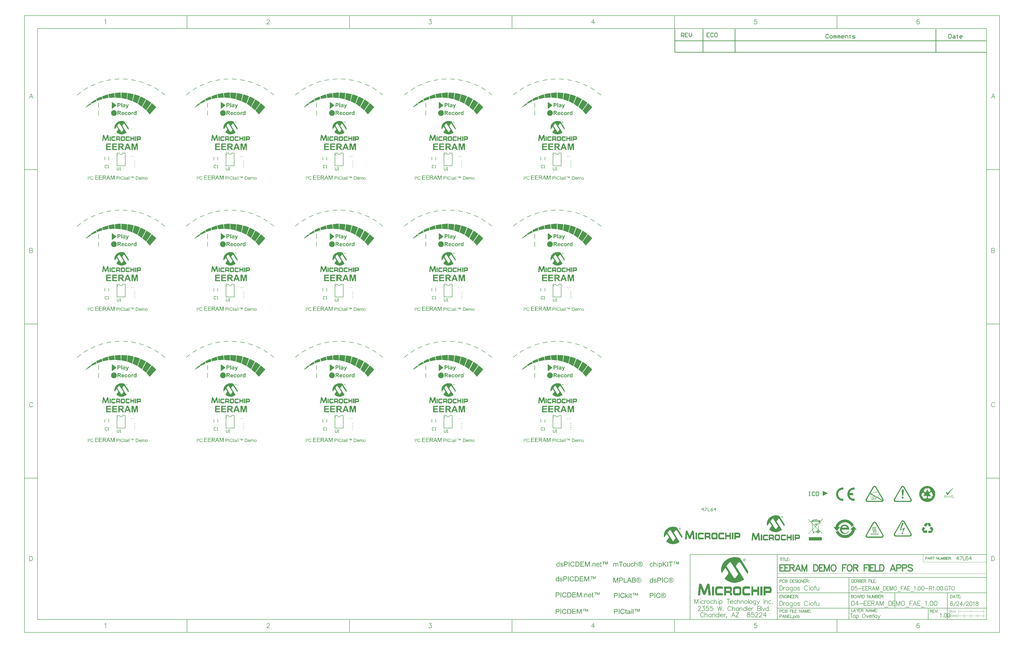
<source format=gto>
G04*
G04 #@! TF.GenerationSoftware,Altium Limited,Altium Designer,18.1.7 (191)*
G04*
G04 Layer_Color=65535*
%FSLAX43Y43*%
%MOMM*%
G71*
G01*
G75*
%ADD10C,0.150*%
%ADD11C,0.178*%
%ADD29C,0.381*%
%ADD31C,0.127*%
%ADD32C,0.254*%
%ADD33C,0.100*%
%ADD34C,0.200*%
%ADD35C,0.178*%
%ADD40C,0.203*%
%ADD41C,0.152*%
%ADD42C,0.076*%
G36*
X183469Y44813D02*
X181420Y44762D01*
X181166Y45969D01*
X183198Y46402D01*
X183469Y44813D01*
X183469Y44813D02*
G37*
G36*
X140870Y44813D02*
X138821Y44762D01*
X138567Y45969D01*
X140599Y46402D01*
X140870Y44813D01*
X140870Y44813D02*
G37*
G36*
X98272Y44813D02*
X96222Y44762D01*
X95968Y45969D01*
X98000Y46402D01*
X98272Y44813D01*
X98272Y44813D02*
G37*
G36*
X55673Y44813D02*
X53623Y44762D01*
X53369Y45969D01*
X55401Y46402D01*
X55673Y44813D01*
X55673Y44813D02*
G37*
G36*
X13074Y44813D02*
X11025Y44762D01*
X10771Y45969D01*
X12803Y46402D01*
X13074Y44813D01*
X13074Y44813D02*
G37*
G36*
X185814Y44662D02*
X183858Y44838D01*
X183632Y46413D01*
X185788Y46591D01*
X185814Y44662D01*
X185814Y44662D02*
G37*
G36*
X143215Y44662D02*
X141259Y44838D01*
X141033Y46413D01*
X143190Y46591D01*
X143215Y44662D01*
X143215Y44662D02*
G37*
G36*
X100616Y44662D02*
X98661Y44838D01*
X98435Y46413D01*
X100591Y46591D01*
X100616Y44662D01*
X100616Y44662D02*
G37*
G36*
X58018Y44662D02*
X56062Y44838D01*
X55836Y46413D01*
X57992Y46591D01*
X58018Y44662D01*
X58018Y44662D02*
G37*
G36*
X15419Y44662D02*
X13463Y44838D01*
X13237Y46413D01*
X15394Y46591D01*
X15419Y44662D01*
X15419Y44662D02*
G37*
G36*
X181052Y44711D02*
X179032Y44305D01*
X178727Y45143D01*
X180749Y45879D01*
X181052Y44711D01*
X181052Y44711D02*
G37*
G36*
X138454Y44711D02*
X136433Y44305D01*
X136128Y45143D01*
X138150Y45879D01*
X138454Y44711D01*
X138454Y44711D02*
G37*
G36*
X95855Y44711D02*
X93835Y44305D01*
X93530Y45143D01*
X95551Y45879D01*
X95855Y44711D01*
X95855Y44711D02*
G37*
G36*
X53256Y44711D02*
X51236Y44305D01*
X50931Y45143D01*
X52953Y45879D01*
X53256Y44711D01*
X53256Y44711D02*
G37*
G36*
X10657Y44711D02*
X8637Y44305D01*
X8332Y45143D01*
X10354Y45879D01*
X10657Y44711D01*
X10657Y44711D02*
G37*
G36*
X188354Y46413D02*
X188100Y44228D01*
X186164Y44635D01*
X186179Y46591D01*
X188354Y46413D01*
X188354Y46413D02*
G37*
G36*
X145755Y46413D02*
X145501Y44228D01*
X143565Y44635D01*
X143580Y46591D01*
X145755Y46413D01*
X145755Y46413D02*
G37*
G36*
X103156Y46413D02*
X102902Y44228D01*
X100967Y44635D01*
X100982Y46591D01*
X103156Y46413D01*
X103156Y46413D02*
G37*
G36*
X60558Y46413D02*
X60304Y44228D01*
X58368Y44635D01*
X58383Y46591D01*
X60558Y46413D01*
X60558Y46413D02*
G37*
G36*
X17959Y46413D02*
X17705Y44228D01*
X15769Y44635D01*
X15784Y46591D01*
X17959Y46413D01*
X17959Y46413D02*
G37*
G36*
X178651Y44231D02*
X176656Y43517D01*
X176365Y44065D01*
X178340Y45016D01*
X178651Y44231D01*
X178651Y44231D02*
G37*
G36*
X136052Y44231D02*
X134058Y43517D01*
X133766Y44065D01*
X135742Y45016D01*
X136052Y44231D01*
X136052Y44231D02*
G37*
G36*
X93454Y44231D02*
X91459Y43517D01*
X91168Y44065D01*
X93143Y45016D01*
X93454Y44231D01*
X93454Y44231D02*
G37*
G36*
X50855Y44231D02*
X48860Y43517D01*
X48569Y44065D01*
X50544Y45016D01*
X50855Y44231D01*
X50855Y44231D02*
G37*
G36*
X8256Y44231D02*
X6261Y43517D01*
X5970Y44065D01*
X7946Y45016D01*
X8256Y44231D01*
X8256Y44231D02*
G37*
G36*
X190843Y45981D02*
X190299Y43492D01*
X188436Y44127D01*
X188786Y46377D01*
X190843Y45981D01*
X190843Y45981D02*
G37*
G36*
X148244Y45981D02*
X147701Y43492D01*
X145838Y44127D01*
X146187Y46377D01*
X148244Y45981D01*
X148244Y45981D02*
G37*
G36*
X105646Y45981D02*
X105102Y43492D01*
X103239Y44127D01*
X103588Y46377D01*
X105646Y45981D01*
X105646Y45981D02*
G37*
G36*
X63047Y45981D02*
X62503Y43492D01*
X60640Y44127D01*
X60989Y46377D01*
X63047Y45981D01*
X63047Y45981D02*
G37*
G36*
X20448Y45981D02*
X19905Y43492D01*
X18042Y44127D01*
X18391Y46377D01*
X20448Y45981D01*
X20448Y45981D02*
G37*
G36*
X193281Y45143D02*
X192316Y42451D01*
X190640Y43390D01*
X191275Y45829D01*
X193281Y45143D01*
X193281Y45143D02*
G37*
G36*
X150683Y45143D02*
X149717Y42451D01*
X148041Y43390D01*
X148676Y45829D01*
X150683Y45143D01*
X150683Y45143D02*
G37*
G36*
X108084Y45143D02*
X107119Y42451D01*
X105442Y43390D01*
X106077Y45829D01*
X108084Y45143D01*
X108084Y45143D02*
G37*
G36*
X65485Y45143D02*
X64520Y42451D01*
X62844Y43390D01*
X63479Y45829D01*
X65485Y45143D01*
X65485Y45143D02*
G37*
G36*
X22887Y45143D02*
X21921Y42451D01*
X20245Y43390D01*
X20880Y45829D01*
X22887Y45143D01*
X22887Y45143D02*
G37*
G36*
X176340Y43360D02*
X174460Y42417D01*
X174282Y42663D01*
X176035Y43890D01*
X176340Y43360D01*
X176340Y43360D02*
G37*
G36*
X133741Y43360D02*
X131861Y42417D01*
X131683Y42663D01*
X133436Y43890D01*
X133741Y43360D01*
X133741Y43360D02*
G37*
G36*
X91142Y43360D02*
X89263Y42417D01*
X89085Y42663D01*
X90837Y43890D01*
X91142Y43360D01*
X91142Y43360D02*
G37*
G36*
X48543Y43360D02*
X46664Y42417D01*
X46486Y42663D01*
X48239Y43890D01*
X48543Y43360D01*
X48543Y43360D02*
G37*
G36*
X5945Y43360D02*
X4065Y42417D01*
X3887Y42663D01*
X5640Y43890D01*
X5945Y43360D01*
X5945Y43360D02*
G37*
G36*
X188614Y41001D02*
X188540Y40802D01*
X188537Y40798D01*
X188533Y40786D01*
X188524Y40768D01*
X188514Y40745D01*
X188503Y40719D01*
X188489Y40694D01*
X188475Y40671D01*
X188461Y40647D01*
X188459Y40645D01*
X188454Y40638D01*
X188447Y40629D01*
X188438Y40615D01*
X188413Y40587D01*
X188378Y40559D01*
X188375Y40557D01*
X188369Y40555D01*
X188359Y40548D01*
X188345Y40541D01*
X188329Y40534D01*
X188311Y40525D01*
X188288Y40515D01*
X188262Y40509D01*
X188260Y40509D01*
X188251Y40506D01*
X188237Y40502D01*
X188216Y40499D01*
X188193Y40495D01*
X188167Y40490D01*
X188137Y40488D01*
X188091Y40488D01*
X188072Y40490D01*
X188052Y40490D01*
X188024Y40492D01*
X187996Y40497D01*
X187934Y40509D01*
X187906Y40749D01*
X187908Y40749D01*
X187917Y40747D01*
X187931Y40745D01*
X187950Y40742D01*
X187968Y40738D01*
X187991Y40735D01*
X188035Y40733D01*
X188054Y40733D01*
X188072Y40738D01*
X188095Y40742D01*
X188121Y40749D01*
X188146Y40761D01*
X188172Y40777D01*
X188193Y40798D01*
X188195Y40800D01*
X188202Y40809D01*
X188211Y40823D01*
X188223Y40842D01*
X188234Y40865D01*
X188248Y40893D01*
X188260Y40923D01*
X188271Y40957D01*
X187832Y42121D01*
X188158Y42121D01*
X188433Y41295D01*
X188706Y42121D01*
X189023Y42121D01*
X188614Y41001D01*
X188614Y41001D02*
G37*
G36*
X146015Y41001D02*
X145941Y40802D01*
X145939Y40798D01*
X145934Y40786D01*
X145925Y40768D01*
X145916Y40745D01*
X145904Y40719D01*
X145890Y40694D01*
X145876Y40671D01*
X145862Y40647D01*
X145860Y40645D01*
X145855Y40638D01*
X145849Y40629D01*
X145839Y40615D01*
X145814Y40587D01*
X145779Y40559D01*
X145777Y40557D01*
X145770Y40555D01*
X145761Y40548D01*
X145747Y40541D01*
X145730Y40534D01*
X145712Y40525D01*
X145689Y40515D01*
X145663Y40509D01*
X145661Y40509D01*
X145652Y40506D01*
X145638Y40502D01*
X145617Y40499D01*
X145594Y40495D01*
X145569Y40490D01*
X145538Y40488D01*
X145492Y40488D01*
X145474Y40490D01*
X145453Y40490D01*
X145425Y40492D01*
X145397Y40497D01*
X145335Y40509D01*
X145307Y40749D01*
X145309Y40749D01*
X145319Y40747D01*
X145333Y40745D01*
X145351Y40742D01*
X145370Y40738D01*
X145393Y40735D01*
X145437Y40733D01*
X145455Y40733D01*
X145474Y40738D01*
X145497Y40742D01*
X145522Y40749D01*
X145548Y40761D01*
X145573Y40777D01*
X145594Y40798D01*
X145596Y40800D01*
X145603Y40809D01*
X145612Y40823D01*
X145624Y40842D01*
X145636Y40865D01*
X145650Y40893D01*
X145661Y40923D01*
X145673Y40957D01*
X145233Y42121D01*
X145559Y42121D01*
X145835Y41295D01*
X146108Y42121D01*
X146425Y42121D01*
X146015Y41001D01*
X146015Y41001D02*
G37*
G36*
X103416Y41001D02*
X103342Y40802D01*
X103340Y40798D01*
X103335Y40786D01*
X103326Y40768D01*
X103317Y40745D01*
X103305Y40719D01*
X103291Y40694D01*
X103278Y40671D01*
X103264Y40647D01*
X103261Y40645D01*
X103257Y40638D01*
X103250Y40629D01*
X103241Y40615D01*
X103215Y40587D01*
X103180Y40559D01*
X103178Y40557D01*
X103171Y40555D01*
X103162Y40548D01*
X103148Y40541D01*
X103132Y40534D01*
X103113Y40525D01*
X103090Y40515D01*
X103065Y40509D01*
X103062Y40509D01*
X103053Y40506D01*
X103039Y40502D01*
X103018Y40499D01*
X102995Y40495D01*
X102970Y40490D01*
X102940Y40488D01*
X102893Y40488D01*
X102875Y40490D01*
X102854Y40490D01*
X102826Y40492D01*
X102799Y40497D01*
X102736Y40509D01*
X102708Y40749D01*
X102711Y40749D01*
X102720Y40747D01*
X102734Y40745D01*
X102752Y40742D01*
X102771Y40738D01*
X102794Y40735D01*
X102838Y40733D01*
X102856Y40733D01*
X102875Y40738D01*
X102898Y40742D01*
X102924Y40749D01*
X102949Y40761D01*
X102974Y40777D01*
X102995Y40798D01*
X102998Y40800D01*
X103005Y40809D01*
X103014Y40823D01*
X103025Y40842D01*
X103037Y40865D01*
X103051Y40893D01*
X103062Y40923D01*
X103074Y40957D01*
X102634Y42121D01*
X102961Y42121D01*
X103236Y41295D01*
X103509Y42121D01*
X103826Y42121D01*
X103416Y41001D01*
X103416Y41001D02*
G37*
G36*
X60818Y41001D02*
X60744Y40802D01*
X60741Y40798D01*
X60737Y40786D01*
X60727Y40768D01*
X60718Y40745D01*
X60707Y40719D01*
X60693Y40694D01*
X60679Y40671D01*
X60665Y40647D01*
X60663Y40645D01*
X60658Y40638D01*
X60651Y40629D01*
X60642Y40615D01*
X60616Y40587D01*
X60582Y40559D01*
X60579Y40557D01*
X60572Y40555D01*
X60563Y40548D01*
X60549Y40541D01*
X60533Y40534D01*
X60515Y40525D01*
X60491Y40515D01*
X60466Y40509D01*
X60464Y40509D01*
X60454Y40506D01*
X60441Y40502D01*
X60420Y40499D01*
X60397Y40495D01*
X60371Y40490D01*
X60341Y40488D01*
X60295Y40488D01*
X60276Y40490D01*
X60255Y40490D01*
X60228Y40492D01*
X60200Y40497D01*
X60137Y40509D01*
X60110Y40749D01*
X60112Y40749D01*
X60121Y40747D01*
X60135Y40745D01*
X60154Y40742D01*
X60172Y40738D01*
X60195Y40735D01*
X60239Y40733D01*
X60258Y40733D01*
X60276Y40738D01*
X60299Y40742D01*
X60325Y40749D01*
X60350Y40761D01*
X60376Y40777D01*
X60397Y40798D01*
X60399Y40800D01*
X60406Y40809D01*
X60415Y40823D01*
X60427Y40842D01*
X60438Y40865D01*
X60452Y40893D01*
X60464Y40923D01*
X60475Y40957D01*
X60036Y42121D01*
X60362Y42121D01*
X60637Y41295D01*
X60910Y42121D01*
X61227Y42121D01*
X60818Y41001D01*
X60818Y41001D02*
G37*
G36*
X18219Y41001D02*
X18145Y40802D01*
X18143Y40798D01*
X18138Y40786D01*
X18129Y40768D01*
X18120Y40745D01*
X18108Y40719D01*
X18094Y40694D01*
X18080Y40671D01*
X18066Y40647D01*
X18064Y40645D01*
X18059Y40638D01*
X18052Y40629D01*
X18043Y40615D01*
X18018Y40587D01*
X17983Y40559D01*
X17981Y40557D01*
X17974Y40555D01*
X17965Y40548D01*
X17951Y40541D01*
X17934Y40534D01*
X17916Y40525D01*
X17893Y40515D01*
X17867Y40509D01*
X17865Y40509D01*
X17856Y40506D01*
X17842Y40502D01*
X17821Y40499D01*
X17798Y40495D01*
X17772Y40490D01*
X17742Y40488D01*
X17696Y40488D01*
X17678Y40490D01*
X17657Y40490D01*
X17629Y40492D01*
X17601Y40497D01*
X17539Y40509D01*
X17511Y40749D01*
X17513Y40749D01*
X17523Y40747D01*
X17536Y40745D01*
X17555Y40742D01*
X17573Y40738D01*
X17597Y40735D01*
X17641Y40733D01*
X17659Y40733D01*
X17678Y40738D01*
X17701Y40742D01*
X17726Y40749D01*
X17752Y40761D01*
X17777Y40777D01*
X17798Y40798D01*
X17800Y40800D01*
X17807Y40809D01*
X17816Y40823D01*
X17828Y40842D01*
X17840Y40865D01*
X17853Y40893D01*
X17865Y40923D01*
X17877Y40957D01*
X17437Y42121D01*
X17763Y42121D01*
X18039Y41295D01*
X18312Y42121D01*
X18629Y42121D01*
X18219Y41001D01*
X18219Y41001D02*
G37*
G36*
X195593Y44076D02*
X194153Y41231D01*
X192606Y42349D01*
X193662Y44990D01*
X195593Y44076D01*
X195593Y44076D02*
G37*
G36*
X152994Y44076D02*
X151555Y41231D01*
X150007Y42349D01*
X151064Y44990D01*
X152994Y44076D01*
X152994Y44076D02*
G37*
G36*
X110395Y44076D02*
X108956Y41231D01*
X107408Y42349D01*
X108465Y44990D01*
X110395Y44076D01*
X110395Y44076D02*
G37*
G36*
X67797Y44076D02*
X66357Y41231D01*
X64809Y42349D01*
X65866Y44990D01*
X67797Y44076D01*
X67797Y44076D02*
G37*
G36*
X25198Y44076D02*
X23759Y41231D01*
X22211Y42349D01*
X23268Y44990D01*
X25198Y44076D01*
X25198Y44076D02*
G37*
G36*
X174104Y42192D02*
X172453Y41110D01*
X173927Y42425D01*
X174104Y42192D01*
X174104Y42192D02*
G37*
G36*
X131506Y42192D02*
X129855Y41110D01*
X131328Y42425D01*
X131506Y42192D01*
X131506Y42192D02*
G37*
G36*
X88907Y42192D02*
X87256Y41110D01*
X88729Y42425D01*
X88907Y42192D01*
X88907Y42192D02*
G37*
G36*
X46308Y42192D02*
X44657Y41110D01*
X46130Y42425D01*
X46308Y42192D01*
X46308Y42192D02*
G37*
G36*
X3710Y42192D02*
X2059Y41110D01*
X3532Y42425D01*
X3710Y42192D01*
X3710Y42192D02*
G37*
G36*
X187235Y42145D02*
X187253Y42145D01*
X187299Y42140D01*
X187348Y42135D01*
X187399Y42126D01*
X187448Y42112D01*
X187468Y42105D01*
X187489Y42096D01*
X187492Y42096D01*
X187494Y42094D01*
X187505Y42087D01*
X187524Y42077D01*
X187545Y42064D01*
X187570Y42045D01*
X187593Y42024D01*
X187614Y41999D01*
X187633Y41973D01*
X187635Y41969D01*
X187640Y41959D01*
X187647Y41939D01*
X187649Y41927D01*
X187654Y41911D01*
X187658Y41895D01*
X187660Y41874D01*
X187665Y41851D01*
X187667Y41825D01*
X187670Y41797D01*
X187672Y41767D01*
X187674Y41735D01*
X187674Y41698D01*
X187670Y41339D01*
X187670Y41337D01*
X187670Y41332D01*
X187670Y41325D01*
X187670Y41314D01*
X187670Y41286D01*
X187672Y41254D01*
X187672Y41217D01*
X187677Y41180D01*
X187679Y41143D01*
X187684Y41112D01*
X187684Y41110D01*
X187686Y41101D01*
X187691Y41085D01*
X187695Y41066D01*
X187704Y41043D01*
X187714Y41018D01*
X187725Y40990D01*
X187739Y40960D01*
X187436Y40960D01*
X187436Y40962D01*
X187434Y40964D01*
X187431Y40974D01*
X187427Y40983D01*
X187422Y40994D01*
X187418Y41011D01*
X187413Y41029D01*
X187406Y41050D01*
X187406Y41052D01*
X187404Y41055D01*
X187401Y41064D01*
X187397Y41075D01*
X187394Y41085D01*
X187390Y41082D01*
X187380Y41073D01*
X187364Y41059D01*
X187343Y41043D01*
X187318Y41025D01*
X187290Y41004D01*
X187258Y40988D01*
X187225Y40971D01*
X187221Y40969D01*
X187209Y40967D01*
X187191Y40960D01*
X187168Y40953D01*
X187140Y40946D01*
X187107Y40941D01*
X187070Y40937D01*
X187033Y40934D01*
X187017Y40934D01*
X187003Y40937D01*
X186989Y40937D01*
X186971Y40939D01*
X186932Y40946D01*
X186885Y40957D01*
X186839Y40974D01*
X186793Y40997D01*
X186751Y41029D01*
X186751Y41032D01*
X186746Y41034D01*
X186735Y41048D01*
X186719Y41069D01*
X186700Y41096D01*
X186682Y41131D01*
X186665Y41173D01*
X186654Y41221D01*
X186652Y41247D01*
X186649Y41274D01*
X186649Y41279D01*
X186649Y41291D01*
X186652Y41309D01*
X186656Y41332D01*
X186661Y41360D01*
X186668Y41388D01*
X186679Y41418D01*
X186696Y41448D01*
X186698Y41453D01*
X186705Y41462D01*
X186714Y41476D01*
X186730Y41492D01*
X186746Y41511D01*
X186770Y41531D01*
X186795Y41550D01*
X186825Y41566D01*
X186830Y41568D01*
X186841Y41573D01*
X186860Y41580D01*
X186888Y41591D01*
X186922Y41603D01*
X186964Y41615D01*
X187015Y41626D01*
X187070Y41638D01*
X187073Y41638D01*
X187080Y41640D01*
X187091Y41642D01*
X187105Y41645D01*
X187124Y41647D01*
X187144Y41652D01*
X187191Y41663D01*
X187239Y41675D01*
X187290Y41686D01*
X187334Y41700D01*
X187355Y41707D01*
X187371Y41714D01*
X187371Y41744D01*
X187371Y41749D01*
X187371Y41758D01*
X187369Y41774D01*
X187367Y41795D01*
X187360Y41816D01*
X187353Y41837D01*
X187341Y41855D01*
X187325Y41871D01*
X187323Y41874D01*
X187316Y41878D01*
X187304Y41883D01*
X187288Y41892D01*
X187265Y41899D01*
X187237Y41904D01*
X187202Y41908D01*
X187161Y41911D01*
X187147Y41911D01*
X187133Y41908D01*
X187114Y41906D01*
X187094Y41902D01*
X187070Y41897D01*
X187050Y41888D01*
X187031Y41876D01*
X187029Y41874D01*
X187024Y41869D01*
X187015Y41862D01*
X187006Y41851D01*
X186992Y41834D01*
X186980Y41814D01*
X186969Y41790D01*
X186957Y41763D01*
X186682Y41814D01*
X186682Y41816D01*
X186684Y41821D01*
X186686Y41830D01*
X186691Y41841D01*
X186696Y41855D01*
X186702Y41871D01*
X186719Y41908D01*
X186742Y41948D01*
X186770Y41989D01*
X186802Y42029D01*
X186841Y42064D01*
X186844Y42064D01*
X186846Y42068D01*
X186853Y42070D01*
X186862Y42077D01*
X186876Y42082D01*
X186890Y42089D01*
X186908Y42098D01*
X186927Y42105D01*
X186950Y42112D01*
X186976Y42121D01*
X187003Y42128D01*
X187036Y42133D01*
X187068Y42140D01*
X187105Y42142D01*
X187142Y42147D01*
X187219Y42147D01*
X187235Y42145D01*
X187235Y42145D02*
G37*
G36*
X144636Y42145D02*
X144655Y42145D01*
X144701Y42140D01*
X144749Y42135D01*
X144800Y42126D01*
X144849Y42112D01*
X144870Y42105D01*
X144891Y42096D01*
X144893Y42096D01*
X144895Y42094D01*
X144907Y42087D01*
X144925Y42077D01*
X144946Y42064D01*
X144972Y42045D01*
X144995Y42024D01*
X145016Y41999D01*
X145034Y41973D01*
X145036Y41969D01*
X145041Y41959D01*
X145048Y41939D01*
X145050Y41927D01*
X145055Y41911D01*
X145059Y41895D01*
X145062Y41874D01*
X145066Y41851D01*
X145069Y41825D01*
X145071Y41797D01*
X145073Y41767D01*
X145076Y41735D01*
X145076Y41698D01*
X145071Y41339D01*
X145071Y41337D01*
X145071Y41332D01*
X145071Y41325D01*
X145071Y41314D01*
X145071Y41286D01*
X145073Y41254D01*
X145073Y41217D01*
X145078Y41180D01*
X145080Y41143D01*
X145085Y41112D01*
X145085Y41110D01*
X145087Y41101D01*
X145092Y41085D01*
X145096Y41066D01*
X145106Y41043D01*
X145115Y41018D01*
X145127Y40990D01*
X145140Y40960D01*
X144837Y40960D01*
X144837Y40962D01*
X144835Y40964D01*
X144833Y40974D01*
X144828Y40983D01*
X144823Y40994D01*
X144819Y41011D01*
X144814Y41029D01*
X144807Y41050D01*
X144807Y41052D01*
X144805Y41055D01*
X144803Y41064D01*
X144798Y41075D01*
X144796Y41085D01*
X144791Y41082D01*
X144782Y41073D01*
X144766Y41059D01*
X144745Y41043D01*
X144719Y41025D01*
X144692Y41004D01*
X144659Y40988D01*
X144627Y40971D01*
X144622Y40969D01*
X144611Y40967D01*
X144592Y40960D01*
X144569Y40953D01*
X144541Y40946D01*
X144509Y40941D01*
X144472Y40937D01*
X144435Y40934D01*
X144419Y40934D01*
X144405Y40937D01*
X144391Y40937D01*
X144372Y40939D01*
X144333Y40946D01*
X144287Y40957D01*
X144240Y40974D01*
X144194Y40997D01*
X144152Y41029D01*
X144152Y41032D01*
X144148Y41034D01*
X144136Y41048D01*
X144120Y41069D01*
X144101Y41096D01*
X144083Y41131D01*
X144067Y41173D01*
X144055Y41221D01*
X144053Y41247D01*
X144051Y41274D01*
X144051Y41279D01*
X144051Y41291D01*
X144053Y41309D01*
X144058Y41332D01*
X144062Y41360D01*
X144069Y41388D01*
X144081Y41418D01*
X144097Y41448D01*
X144099Y41453D01*
X144106Y41462D01*
X144115Y41476D01*
X144132Y41492D01*
X144148Y41511D01*
X144171Y41531D01*
X144196Y41550D01*
X144226Y41566D01*
X144231Y41568D01*
X144243Y41573D01*
X144261Y41580D01*
X144289Y41591D01*
X144324Y41603D01*
X144365Y41615D01*
X144416Y41626D01*
X144472Y41638D01*
X144474Y41638D01*
X144481Y41640D01*
X144493Y41642D01*
X144506Y41645D01*
X144525Y41647D01*
X144546Y41652D01*
X144592Y41663D01*
X144641Y41675D01*
X144692Y41686D01*
X144736Y41700D01*
X144756Y41707D01*
X144773Y41714D01*
X144773Y41744D01*
X144773Y41749D01*
X144773Y41758D01*
X144770Y41774D01*
X144768Y41795D01*
X144761Y41816D01*
X144754Y41837D01*
X144742Y41855D01*
X144726Y41871D01*
X144724Y41874D01*
X144717Y41878D01*
X144705Y41883D01*
X144689Y41892D01*
X144666Y41899D01*
X144638Y41904D01*
X144604Y41908D01*
X144562Y41911D01*
X144548Y41911D01*
X144534Y41908D01*
X144516Y41906D01*
X144495Y41902D01*
X144472Y41897D01*
X144451Y41888D01*
X144432Y41876D01*
X144430Y41874D01*
X144425Y41869D01*
X144416Y41862D01*
X144407Y41851D01*
X144393Y41834D01*
X144381Y41814D01*
X144370Y41790D01*
X144358Y41763D01*
X144083Y41814D01*
X144083Y41816D01*
X144085Y41821D01*
X144088Y41830D01*
X144092Y41841D01*
X144097Y41855D01*
X144104Y41871D01*
X144120Y41908D01*
X144143Y41948D01*
X144171Y41989D01*
X144203Y42029D01*
X144243Y42064D01*
X144245Y42064D01*
X144247Y42068D01*
X144254Y42070D01*
X144263Y42077D01*
X144277Y42082D01*
X144291Y42089D01*
X144310Y42098D01*
X144328Y42105D01*
X144351Y42112D01*
X144377Y42121D01*
X144405Y42128D01*
X144437Y42133D01*
X144469Y42140D01*
X144506Y42142D01*
X144543Y42147D01*
X144620Y42147D01*
X144636Y42145D01*
X144636Y42145D02*
G37*
G36*
X102037Y42145D02*
X102056Y42145D01*
X102102Y42140D01*
X102151Y42135D01*
X102202Y42126D01*
X102250Y42112D01*
X102271Y42105D01*
X102292Y42096D01*
X102294Y42096D01*
X102296Y42094D01*
X102308Y42087D01*
X102327Y42077D01*
X102347Y42064D01*
X102373Y42045D01*
X102396Y42024D01*
X102417Y41999D01*
X102435Y41973D01*
X102438Y41969D01*
X102442Y41959D01*
X102449Y41939D01*
X102452Y41927D01*
X102456Y41911D01*
X102461Y41895D01*
X102463Y41874D01*
X102468Y41851D01*
X102470Y41825D01*
X102472Y41797D01*
X102475Y41767D01*
X102477Y41735D01*
X102477Y41698D01*
X102472Y41339D01*
X102472Y41337D01*
X102472Y41332D01*
X102472Y41325D01*
X102472Y41314D01*
X102472Y41286D01*
X102475Y41254D01*
X102475Y41217D01*
X102479Y41180D01*
X102482Y41143D01*
X102486Y41112D01*
X102486Y41110D01*
X102489Y41101D01*
X102493Y41085D01*
X102498Y41066D01*
X102507Y41043D01*
X102516Y41018D01*
X102528Y40990D01*
X102542Y40960D01*
X102239Y40960D01*
X102239Y40962D01*
X102236Y40964D01*
X102234Y40974D01*
X102229Y40983D01*
X102225Y40994D01*
X102220Y41011D01*
X102215Y41029D01*
X102209Y41050D01*
X102209Y41052D01*
X102206Y41055D01*
X102204Y41064D01*
X102199Y41075D01*
X102197Y41085D01*
X102192Y41082D01*
X102183Y41073D01*
X102167Y41059D01*
X102146Y41043D01*
X102121Y41025D01*
X102093Y41004D01*
X102060Y40988D01*
X102028Y40971D01*
X102023Y40969D01*
X102012Y40967D01*
X101993Y40960D01*
X101970Y40953D01*
X101942Y40946D01*
X101910Y40941D01*
X101873Y40937D01*
X101836Y40934D01*
X101820Y40934D01*
X101806Y40937D01*
X101792Y40937D01*
X101774Y40939D01*
X101734Y40946D01*
X101688Y40957D01*
X101642Y40974D01*
X101595Y40997D01*
X101554Y41029D01*
X101554Y41032D01*
X101549Y41034D01*
X101537Y41048D01*
X101521Y41069D01*
X101503Y41096D01*
X101484Y41131D01*
X101468Y41173D01*
X101457Y41221D01*
X101454Y41247D01*
X101452Y41274D01*
X101452Y41279D01*
X101452Y41291D01*
X101454Y41309D01*
X101459Y41332D01*
X101463Y41360D01*
X101470Y41388D01*
X101482Y41418D01*
X101498Y41448D01*
X101500Y41453D01*
X101507Y41462D01*
X101517Y41476D01*
X101533Y41492D01*
X101549Y41511D01*
X101572Y41531D01*
X101598Y41550D01*
X101628Y41566D01*
X101632Y41568D01*
X101644Y41573D01*
X101662Y41580D01*
X101690Y41591D01*
X101725Y41603D01*
X101767Y41615D01*
X101817Y41626D01*
X101873Y41638D01*
X101875Y41638D01*
X101882Y41640D01*
X101894Y41642D01*
X101908Y41645D01*
X101926Y41647D01*
X101947Y41652D01*
X101993Y41663D01*
X102042Y41675D01*
X102093Y41686D01*
X102137Y41700D01*
X102158Y41707D01*
X102174Y41714D01*
X102174Y41744D01*
X102174Y41749D01*
X102174Y41758D01*
X102172Y41774D01*
X102169Y41795D01*
X102162Y41816D01*
X102155Y41837D01*
X102144Y41855D01*
X102128Y41871D01*
X102125Y41874D01*
X102118Y41878D01*
X102107Y41883D01*
X102091Y41892D01*
X102067Y41899D01*
X102040Y41904D01*
X102005Y41908D01*
X101963Y41911D01*
X101949Y41911D01*
X101936Y41908D01*
X101917Y41906D01*
X101896Y41902D01*
X101873Y41897D01*
X101852Y41888D01*
X101834Y41876D01*
X101831Y41874D01*
X101827Y41869D01*
X101817Y41862D01*
X101808Y41851D01*
X101794Y41834D01*
X101783Y41814D01*
X101771Y41790D01*
X101760Y41763D01*
X101484Y41814D01*
X101484Y41816D01*
X101487Y41821D01*
X101489Y41830D01*
X101494Y41841D01*
X101498Y41855D01*
X101505Y41871D01*
X101521Y41908D01*
X101544Y41948D01*
X101572Y41989D01*
X101605Y42029D01*
X101644Y42064D01*
X101646Y42064D01*
X101649Y42068D01*
X101656Y42070D01*
X101665Y42077D01*
X101679Y42082D01*
X101693Y42089D01*
X101711Y42098D01*
X101730Y42105D01*
X101753Y42112D01*
X101778Y42121D01*
X101806Y42128D01*
X101838Y42133D01*
X101871Y42140D01*
X101908Y42142D01*
X101945Y42147D01*
X102021Y42147D01*
X102037Y42145D01*
X102037Y42145D02*
G37*
G36*
X59439Y42145D02*
X59457Y42145D01*
X59503Y42140D01*
X59552Y42135D01*
X59603Y42126D01*
X59652Y42112D01*
X59672Y42105D01*
X59693Y42096D01*
X59695Y42096D01*
X59698Y42094D01*
X59709Y42087D01*
X59728Y42077D01*
X59749Y42064D01*
X59774Y42045D01*
X59797Y42024D01*
X59818Y41999D01*
X59837Y41973D01*
X59839Y41969D01*
X59844Y41959D01*
X59850Y41939D01*
X59853Y41927D01*
X59857Y41911D01*
X59862Y41895D01*
X59864Y41874D01*
X59869Y41851D01*
X59871Y41825D01*
X59874Y41797D01*
X59876Y41767D01*
X59878Y41735D01*
X59878Y41698D01*
X59874Y41339D01*
X59874Y41337D01*
X59874Y41332D01*
X59874Y41325D01*
X59874Y41314D01*
X59874Y41286D01*
X59876Y41254D01*
X59876Y41217D01*
X59881Y41180D01*
X59883Y41143D01*
X59888Y41112D01*
X59888Y41110D01*
X59890Y41101D01*
X59894Y41085D01*
X59899Y41066D01*
X59908Y41043D01*
X59918Y41018D01*
X59929Y40990D01*
X59943Y40960D01*
X59640Y40960D01*
X59640Y40962D01*
X59638Y40964D01*
X59635Y40974D01*
X59631Y40983D01*
X59626Y40994D01*
X59621Y41011D01*
X59617Y41029D01*
X59610Y41050D01*
X59610Y41052D01*
X59608Y41055D01*
X59605Y41064D01*
X59601Y41075D01*
X59598Y41085D01*
X59594Y41082D01*
X59584Y41073D01*
X59568Y41059D01*
X59547Y41043D01*
X59522Y41025D01*
X59494Y41004D01*
X59462Y40988D01*
X59429Y40971D01*
X59425Y40969D01*
X59413Y40967D01*
X59395Y40960D01*
X59372Y40953D01*
X59344Y40946D01*
X59311Y40941D01*
X59274Y40937D01*
X59237Y40934D01*
X59221Y40934D01*
X59207Y40937D01*
X59193Y40937D01*
X59175Y40939D01*
X59135Y40946D01*
X59089Y40957D01*
X59043Y40974D01*
X58997Y40997D01*
X58955Y41029D01*
X58955Y41032D01*
X58950Y41034D01*
X58939Y41048D01*
X58923Y41069D01*
X58904Y41096D01*
X58886Y41131D01*
X58869Y41173D01*
X58858Y41221D01*
X58856Y41247D01*
X58853Y41274D01*
X58853Y41279D01*
X58853Y41291D01*
X58856Y41309D01*
X58860Y41332D01*
X58865Y41360D01*
X58872Y41388D01*
X58883Y41418D01*
X58899Y41448D01*
X58902Y41453D01*
X58909Y41462D01*
X58918Y41476D01*
X58934Y41492D01*
X58950Y41511D01*
X58974Y41531D01*
X58999Y41550D01*
X59029Y41566D01*
X59034Y41568D01*
X59045Y41573D01*
X59064Y41580D01*
X59092Y41591D01*
X59126Y41603D01*
X59168Y41615D01*
X59219Y41626D01*
X59274Y41638D01*
X59277Y41638D01*
X59284Y41640D01*
X59295Y41642D01*
X59309Y41645D01*
X59328Y41647D01*
X59348Y41652D01*
X59395Y41663D01*
X59443Y41675D01*
X59494Y41686D01*
X59538Y41700D01*
X59559Y41707D01*
X59575Y41714D01*
X59575Y41744D01*
X59575Y41749D01*
X59575Y41758D01*
X59573Y41774D01*
X59571Y41795D01*
X59564Y41816D01*
X59557Y41837D01*
X59545Y41855D01*
X59529Y41871D01*
X59527Y41874D01*
X59520Y41878D01*
X59508Y41883D01*
X59492Y41892D01*
X59469Y41899D01*
X59441Y41904D01*
X59406Y41908D01*
X59365Y41911D01*
X59351Y41911D01*
X59337Y41908D01*
X59318Y41906D01*
X59297Y41902D01*
X59274Y41897D01*
X59254Y41888D01*
X59235Y41876D01*
X59233Y41874D01*
X59228Y41869D01*
X59219Y41862D01*
X59210Y41851D01*
X59196Y41834D01*
X59184Y41814D01*
X59173Y41790D01*
X59161Y41763D01*
X58886Y41814D01*
X58886Y41816D01*
X58888Y41821D01*
X58890Y41830D01*
X58895Y41841D01*
X58899Y41855D01*
X58906Y41871D01*
X58923Y41908D01*
X58946Y41948D01*
X58974Y41989D01*
X59006Y42029D01*
X59045Y42064D01*
X59048Y42064D01*
X59050Y42068D01*
X59057Y42070D01*
X59066Y42077D01*
X59080Y42082D01*
X59094Y42089D01*
X59112Y42098D01*
X59131Y42105D01*
X59154Y42112D01*
X59179Y42121D01*
X59207Y42128D01*
X59240Y42133D01*
X59272Y42140D01*
X59309Y42142D01*
X59346Y42147D01*
X59422Y42147D01*
X59439Y42145D01*
X59439Y42145D02*
G37*
G36*
X16840Y42145D02*
X16858Y42145D01*
X16905Y42140D01*
X16953Y42135D01*
X17004Y42126D01*
X17053Y42112D01*
X17074Y42105D01*
X17094Y42096D01*
X17097Y42096D01*
X17099Y42094D01*
X17111Y42087D01*
X17129Y42077D01*
X17150Y42064D01*
X17175Y42045D01*
X17199Y42024D01*
X17219Y41999D01*
X17238Y41973D01*
X17240Y41969D01*
X17245Y41959D01*
X17252Y41939D01*
X17254Y41927D01*
X17259Y41911D01*
X17263Y41895D01*
X17266Y41874D01*
X17270Y41851D01*
X17273Y41825D01*
X17275Y41797D01*
X17277Y41767D01*
X17280Y41735D01*
X17280Y41698D01*
X17275Y41339D01*
X17275Y41337D01*
X17275Y41332D01*
X17275Y41325D01*
X17275Y41314D01*
X17275Y41286D01*
X17277Y41254D01*
X17277Y41217D01*
X17282Y41180D01*
X17284Y41143D01*
X17289Y41112D01*
X17289Y41110D01*
X17291Y41101D01*
X17296Y41085D01*
X17300Y41066D01*
X17310Y41043D01*
X17319Y41018D01*
X17330Y40990D01*
X17344Y40960D01*
X17041Y40960D01*
X17041Y40962D01*
X17039Y40964D01*
X17037Y40974D01*
X17032Y40983D01*
X17027Y40994D01*
X17023Y41011D01*
X17018Y41029D01*
X17011Y41050D01*
X17011Y41052D01*
X17009Y41055D01*
X17007Y41064D01*
X17002Y41075D01*
X17000Y41085D01*
X16995Y41082D01*
X16986Y41073D01*
X16969Y41059D01*
X16949Y41043D01*
X16923Y41025D01*
X16895Y41004D01*
X16863Y40988D01*
X16831Y40971D01*
X16826Y40969D01*
X16814Y40967D01*
X16796Y40960D01*
X16773Y40953D01*
X16745Y40946D01*
X16713Y40941D01*
X16676Y40937D01*
X16639Y40934D01*
X16622Y40934D01*
X16609Y40937D01*
X16595Y40937D01*
X16576Y40939D01*
X16537Y40946D01*
X16491Y40957D01*
X16444Y40974D01*
X16398Y40997D01*
X16356Y41029D01*
X16356Y41032D01*
X16352Y41034D01*
X16340Y41048D01*
X16324Y41069D01*
X16305Y41096D01*
X16287Y41131D01*
X16271Y41173D01*
X16259Y41221D01*
X16257Y41247D01*
X16254Y41274D01*
X16254Y41279D01*
X16254Y41291D01*
X16257Y41309D01*
X16261Y41332D01*
X16266Y41360D01*
X16273Y41388D01*
X16285Y41418D01*
X16301Y41448D01*
X16303Y41453D01*
X16310Y41462D01*
X16319Y41476D01*
X16335Y41492D01*
X16352Y41511D01*
X16375Y41531D01*
X16400Y41550D01*
X16430Y41566D01*
X16435Y41568D01*
X16447Y41573D01*
X16465Y41580D01*
X16493Y41591D01*
X16528Y41603D01*
X16569Y41615D01*
X16620Y41626D01*
X16676Y41638D01*
X16678Y41638D01*
X16685Y41640D01*
X16696Y41642D01*
X16710Y41645D01*
X16729Y41647D01*
X16750Y41652D01*
X16796Y41663D01*
X16845Y41675D01*
X16895Y41686D01*
X16939Y41700D01*
X16960Y41707D01*
X16976Y41714D01*
X16976Y41744D01*
X16976Y41749D01*
X16976Y41758D01*
X16974Y41774D01*
X16972Y41795D01*
X16965Y41816D01*
X16958Y41837D01*
X16946Y41855D01*
X16930Y41871D01*
X16928Y41874D01*
X16921Y41878D01*
X16909Y41883D01*
X16893Y41892D01*
X16870Y41899D01*
X16842Y41904D01*
X16808Y41908D01*
X16766Y41911D01*
X16752Y41911D01*
X16738Y41908D01*
X16720Y41906D01*
X16699Y41902D01*
X16676Y41897D01*
X16655Y41888D01*
X16636Y41876D01*
X16634Y41874D01*
X16629Y41869D01*
X16620Y41862D01*
X16611Y41851D01*
X16597Y41834D01*
X16585Y41814D01*
X16574Y41790D01*
X16562Y41763D01*
X16287Y41814D01*
X16287Y41816D01*
X16289Y41821D01*
X16292Y41830D01*
X16296Y41841D01*
X16301Y41855D01*
X16308Y41871D01*
X16324Y41908D01*
X16347Y41948D01*
X16375Y41989D01*
X16407Y42029D01*
X16447Y42064D01*
X16449Y42064D01*
X16451Y42068D01*
X16458Y42070D01*
X16467Y42077D01*
X16481Y42082D01*
X16495Y42089D01*
X16514Y42098D01*
X16532Y42105D01*
X16555Y42112D01*
X16581Y42121D01*
X16609Y42128D01*
X16641Y42133D01*
X16673Y42140D01*
X16710Y42142D01*
X16747Y42147D01*
X16824Y42147D01*
X16840Y42145D01*
X16840Y42145D02*
G37*
G36*
X186416Y40960D02*
X186108Y40960D01*
X186108Y42561D01*
X186416Y42561D01*
X186416Y40960D01*
X186416Y40960D02*
G37*
G36*
X143817Y40960D02*
X143509Y40960D01*
X143509Y42561D01*
X143817Y42561D01*
X143817Y40960D01*
X143817Y40960D02*
G37*
G36*
X101218Y40960D02*
X100910Y40960D01*
X100910Y42561D01*
X101218Y42561D01*
X101218Y40960D01*
X101218Y40960D02*
G37*
G36*
X58619Y40960D02*
X58312Y40960D01*
X58312Y42561D01*
X58619Y42561D01*
X58619Y40960D01*
X58619Y40960D02*
G37*
G36*
X16021Y40960D02*
X15713Y40960D01*
X15713Y42561D01*
X16021Y42561D01*
X16021Y40960D01*
X16021Y40960D02*
G37*
G36*
X185235Y42559D02*
X185296Y42559D01*
X185360Y42554D01*
X185425Y42549D01*
X185453Y42547D01*
X185481Y42545D01*
X185504Y42540D01*
X185522Y42536D01*
X185525Y42536D01*
X185529Y42533D01*
X185536Y42531D01*
X185546Y42529D01*
X185571Y42517D01*
X185603Y42503D01*
X185638Y42482D01*
X185677Y42455D01*
X185714Y42420D01*
X185751Y42378D01*
X185751Y42376D01*
X185756Y42374D01*
X185761Y42367D01*
X185765Y42357D01*
X185775Y42344D01*
X185782Y42330D01*
X185791Y42313D01*
X185800Y42295D01*
X185816Y42249D01*
X185832Y42198D01*
X185842Y42135D01*
X185846Y42068D01*
X185846Y42066D01*
X185846Y42061D01*
X185846Y42054D01*
X185846Y42043D01*
X185844Y42031D01*
X185844Y42015D01*
X185839Y41983D01*
X185832Y41943D01*
X185823Y41899D01*
X185809Y41858D01*
X185791Y41818D01*
X185788Y41814D01*
X185782Y41802D01*
X185770Y41784D01*
X185754Y41760D01*
X185735Y41737D01*
X185710Y41709D01*
X185684Y41684D01*
X185654Y41661D01*
X185650Y41659D01*
X185640Y41652D01*
X185624Y41642D01*
X185603Y41631D01*
X185578Y41617D01*
X185550Y41605D01*
X185520Y41594D01*
X185488Y41585D01*
X185483Y41585D01*
X185476Y41582D01*
X185467Y41582D01*
X185455Y41580D01*
X185439Y41578D01*
X185423Y41575D01*
X185402Y41575D01*
X185381Y41573D01*
X185356Y41571D01*
X185328Y41568D01*
X185298Y41566D01*
X185266Y41566D01*
X185231Y41564D01*
X184944Y41564D01*
X184944Y40960D01*
X184620Y40960D01*
X184620Y42561D01*
X185210Y42561D01*
X185235Y42559D01*
X185235Y42559D02*
G37*
G36*
X142637Y42559D02*
X142697Y42559D01*
X142762Y42554D01*
X142827Y42549D01*
X142854Y42547D01*
X142882Y42545D01*
X142905Y42540D01*
X142924Y42536D01*
X142926Y42536D01*
X142931Y42533D01*
X142938Y42531D01*
X142947Y42529D01*
X142972Y42517D01*
X143005Y42503D01*
X143039Y42482D01*
X143079Y42455D01*
X143116Y42420D01*
X143153Y42378D01*
X143153Y42376D01*
X143157Y42374D01*
X143162Y42367D01*
X143167Y42357D01*
X143176Y42344D01*
X143183Y42330D01*
X143192Y42313D01*
X143201Y42295D01*
X143218Y42249D01*
X143234Y42198D01*
X143243Y42135D01*
X143248Y42068D01*
X143248Y42066D01*
X143248Y42061D01*
X143248Y42054D01*
X143248Y42043D01*
X143245Y42031D01*
X143245Y42015D01*
X143241Y41983D01*
X143234Y41943D01*
X143225Y41899D01*
X143211Y41858D01*
X143192Y41818D01*
X143190Y41814D01*
X143183Y41802D01*
X143171Y41784D01*
X143155Y41760D01*
X143137Y41737D01*
X143111Y41709D01*
X143086Y41684D01*
X143056Y41661D01*
X143051Y41659D01*
X143042Y41652D01*
X143026Y41642D01*
X143005Y41631D01*
X142979Y41617D01*
X142951Y41605D01*
X142921Y41594D01*
X142889Y41585D01*
X142884Y41585D01*
X142877Y41582D01*
X142868Y41582D01*
X142857Y41580D01*
X142840Y41578D01*
X142824Y41575D01*
X142803Y41575D01*
X142783Y41573D01*
X142757Y41571D01*
X142729Y41568D01*
X142699Y41566D01*
X142667Y41566D01*
X142632Y41564D01*
X142345Y41564D01*
X142345Y40960D01*
X142021Y40960D01*
X142021Y42561D01*
X142611Y42561D01*
X142637Y42559D01*
X142637Y42559D02*
G37*
G36*
X100038Y42559D02*
X100098Y42559D01*
X100163Y42554D01*
X100228Y42549D01*
X100256Y42547D01*
X100283Y42545D01*
X100306Y42540D01*
X100325Y42536D01*
X100327Y42536D01*
X100332Y42533D01*
X100339Y42531D01*
X100348Y42529D01*
X100374Y42517D01*
X100406Y42503D01*
X100441Y42482D01*
X100480Y42455D01*
X100517Y42420D01*
X100554Y42378D01*
X100554Y42376D01*
X100559Y42374D01*
X100563Y42367D01*
X100568Y42357D01*
X100577Y42344D01*
X100584Y42330D01*
X100593Y42313D01*
X100603Y42295D01*
X100619Y42249D01*
X100635Y42198D01*
X100644Y42135D01*
X100649Y42068D01*
X100649Y42066D01*
X100649Y42061D01*
X100649Y42054D01*
X100649Y42043D01*
X100647Y42031D01*
X100647Y42015D01*
X100642Y41983D01*
X100635Y41943D01*
X100626Y41899D01*
X100612Y41858D01*
X100593Y41818D01*
X100591Y41814D01*
X100584Y41802D01*
X100573Y41784D01*
X100556Y41760D01*
X100538Y41737D01*
X100512Y41709D01*
X100487Y41684D01*
X100457Y41661D01*
X100452Y41659D01*
X100443Y41652D01*
X100427Y41642D01*
X100406Y41631D01*
X100381Y41617D01*
X100353Y41605D01*
X100323Y41594D01*
X100290Y41585D01*
X100286Y41585D01*
X100279Y41582D01*
X100269Y41582D01*
X100258Y41580D01*
X100242Y41578D01*
X100226Y41575D01*
X100205Y41575D01*
X100184Y41573D01*
X100158Y41571D01*
X100131Y41568D01*
X100101Y41566D01*
X100068Y41566D01*
X100033Y41564D01*
X99747Y41564D01*
X99747Y40960D01*
X99423Y40960D01*
X99423Y42561D01*
X100013Y42561D01*
X100038Y42559D01*
X100038Y42559D02*
G37*
G36*
X57439Y42559D02*
X57500Y42559D01*
X57564Y42554D01*
X57629Y42549D01*
X57657Y42547D01*
X57685Y42545D01*
X57708Y42540D01*
X57726Y42536D01*
X57729Y42536D01*
X57733Y42533D01*
X57740Y42531D01*
X57749Y42529D01*
X57775Y42517D01*
X57807Y42503D01*
X57842Y42482D01*
X57881Y42455D01*
X57918Y42420D01*
X57955Y42378D01*
X57955Y42376D01*
X57960Y42374D01*
X57965Y42367D01*
X57969Y42357D01*
X57979Y42344D01*
X57985Y42330D01*
X57995Y42313D01*
X58004Y42295D01*
X58020Y42249D01*
X58036Y42198D01*
X58046Y42135D01*
X58050Y42068D01*
X58050Y42066D01*
X58050Y42061D01*
X58050Y42054D01*
X58050Y42043D01*
X58048Y42031D01*
X58048Y42015D01*
X58043Y41983D01*
X58036Y41943D01*
X58027Y41899D01*
X58013Y41858D01*
X57995Y41818D01*
X57992Y41814D01*
X57985Y41802D01*
X57974Y41784D01*
X57958Y41760D01*
X57939Y41737D01*
X57914Y41709D01*
X57888Y41684D01*
X57858Y41661D01*
X57854Y41659D01*
X57844Y41652D01*
X57828Y41642D01*
X57807Y41631D01*
X57782Y41617D01*
X57754Y41605D01*
X57724Y41594D01*
X57692Y41585D01*
X57687Y41585D01*
X57680Y41582D01*
X57671Y41582D01*
X57659Y41580D01*
X57643Y41578D01*
X57627Y41575D01*
X57606Y41575D01*
X57585Y41573D01*
X57560Y41571D01*
X57532Y41568D01*
X57502Y41566D01*
X57469Y41566D01*
X57435Y41564D01*
X57148Y41564D01*
X57148Y40960D01*
X56824Y40960D01*
X56824Y42561D01*
X57414Y42561D01*
X57439Y42559D01*
X57439Y42559D02*
G37*
G36*
X14841Y42559D02*
X14901Y42559D01*
X14966Y42554D01*
X15030Y42549D01*
X15058Y42547D01*
X15086Y42545D01*
X15109Y42540D01*
X15128Y42536D01*
X15130Y42536D01*
X15135Y42533D01*
X15141Y42531D01*
X15151Y42529D01*
X15176Y42517D01*
X15209Y42503D01*
X15243Y42482D01*
X15283Y42455D01*
X15320Y42420D01*
X15357Y42378D01*
X15357Y42376D01*
X15361Y42374D01*
X15366Y42367D01*
X15371Y42357D01*
X15380Y42344D01*
X15387Y42330D01*
X15396Y42313D01*
X15405Y42295D01*
X15421Y42249D01*
X15438Y42198D01*
X15447Y42135D01*
X15452Y42068D01*
X15452Y42066D01*
X15452Y42061D01*
X15452Y42054D01*
X15452Y42043D01*
X15449Y42031D01*
X15449Y42015D01*
X15445Y41983D01*
X15438Y41943D01*
X15428Y41899D01*
X15415Y41858D01*
X15396Y41818D01*
X15394Y41814D01*
X15387Y41802D01*
X15375Y41784D01*
X15359Y41760D01*
X15340Y41737D01*
X15315Y41709D01*
X15290Y41684D01*
X15259Y41661D01*
X15255Y41659D01*
X15246Y41652D01*
X15229Y41642D01*
X15209Y41631D01*
X15183Y41617D01*
X15155Y41605D01*
X15125Y41594D01*
X15093Y41585D01*
X15088Y41585D01*
X15081Y41582D01*
X15072Y41582D01*
X15061Y41580D01*
X15044Y41578D01*
X15028Y41575D01*
X15007Y41575D01*
X14986Y41573D01*
X14961Y41571D01*
X14933Y41568D01*
X14903Y41566D01*
X14871Y41566D01*
X14836Y41564D01*
X14549Y41564D01*
X14549Y40960D01*
X14225Y40960D01*
X14225Y42561D01*
X14815Y42561D01*
X14841Y42559D01*
X14841Y42559D02*
G37*
G36*
X197746Y42679D02*
X195796Y39837D01*
X194475Y41079D01*
X195948Y43822D01*
X197746Y42679D01*
X197746Y42679D02*
G37*
G36*
X155147Y42679D02*
X153197Y39837D01*
X151876Y41079D01*
X153350Y43822D01*
X155147Y42679D01*
X155147Y42679D02*
G37*
G36*
X112549Y42679D02*
X110599Y39837D01*
X109278Y41079D01*
X110751Y43822D01*
X112549Y42679D01*
X112549Y42679D02*
G37*
G36*
X69950Y42679D02*
X68000Y39837D01*
X66679Y41079D01*
X68152Y43822D01*
X69950Y42679D01*
X69950Y42679D02*
G37*
G36*
X27351Y42679D02*
X25401Y39837D01*
X24080Y41079D01*
X25554Y43822D01*
X27351Y42679D01*
X27351Y42679D02*
G37*
G36*
X192025Y37912D02*
X191740Y37912D01*
X191740Y38081D01*
X191738Y38076D01*
X191728Y38064D01*
X191712Y38046D01*
X191691Y38025D01*
X191668Y38002D01*
X191638Y37977D01*
X191606Y37953D01*
X191571Y37933D01*
X191566Y37930D01*
X191555Y37926D01*
X191534Y37919D01*
X191511Y37909D01*
X191481Y37900D01*
X191446Y37893D01*
X191411Y37889D01*
X191374Y37886D01*
X191356Y37886D01*
X191342Y37889D01*
X191323Y37891D01*
X191305Y37896D01*
X191282Y37900D01*
X191256Y37907D01*
X191231Y37914D01*
X191203Y37926D01*
X191175Y37937D01*
X191145Y37953D01*
X191117Y37972D01*
X191087Y37993D01*
X191060Y38018D01*
X191032Y38046D01*
X191030Y38048D01*
X191025Y38053D01*
X191018Y38062D01*
X191011Y38076D01*
X190999Y38092D01*
X190988Y38113D01*
X190974Y38136D01*
X190962Y38164D01*
X190949Y38194D01*
X190935Y38226D01*
X190923Y38264D01*
X190914Y38303D01*
X190905Y38347D01*
X190898Y38393D01*
X190893Y38442D01*
X190891Y38495D01*
X190891Y38497D01*
X190891Y38509D01*
X190891Y38523D01*
X190893Y38543D01*
X190895Y38569D01*
X190898Y38597D01*
X190902Y38629D01*
X190907Y38661D01*
X190923Y38736D01*
X190935Y38773D01*
X190949Y38810D01*
X190965Y38847D01*
X190983Y38881D01*
X191004Y38914D01*
X191027Y38944D01*
X191030Y38946D01*
X191034Y38951D01*
X191041Y38958D01*
X191053Y38969D01*
X191067Y38981D01*
X191083Y38992D01*
X191101Y39006D01*
X191124Y39022D01*
X191148Y39036D01*
X191175Y39050D01*
X191233Y39076D01*
X191268Y39085D01*
X191303Y39092D01*
X191340Y39097D01*
X191379Y39099D01*
X191397Y39099D01*
X191411Y39097D01*
X191428Y39094D01*
X191448Y39090D01*
X191469Y39085D01*
X191495Y39078D01*
X191520Y39071D01*
X191548Y39059D01*
X191576Y39046D01*
X191603Y39032D01*
X191634Y39011D01*
X191661Y38990D01*
X191689Y38965D01*
X191717Y38937D01*
X191717Y39513D01*
X192025Y39513D01*
X192025Y37912D01*
X192025Y37912D02*
G37*
G36*
X149426Y37912D02*
X149141Y37912D01*
X149141Y38081D01*
X149139Y38076D01*
X149130Y38064D01*
X149113Y38046D01*
X149093Y38025D01*
X149070Y38002D01*
X149039Y37977D01*
X149007Y37953D01*
X148972Y37933D01*
X148968Y37930D01*
X148956Y37926D01*
X148935Y37919D01*
X148912Y37909D01*
X148882Y37900D01*
X148847Y37893D01*
X148813Y37889D01*
X148776Y37886D01*
X148757Y37886D01*
X148743Y37889D01*
X148725Y37891D01*
X148706Y37896D01*
X148683Y37900D01*
X148658Y37907D01*
X148632Y37914D01*
X148604Y37926D01*
X148577Y37937D01*
X148547Y37953D01*
X148519Y37972D01*
X148489Y37993D01*
X148461Y38018D01*
X148433Y38046D01*
X148431Y38048D01*
X148426Y38053D01*
X148419Y38062D01*
X148412Y38076D01*
X148401Y38092D01*
X148389Y38113D01*
X148375Y38136D01*
X148364Y38164D01*
X148350Y38194D01*
X148336Y38226D01*
X148324Y38264D01*
X148315Y38303D01*
X148306Y38347D01*
X148299Y38393D01*
X148294Y38442D01*
X148292Y38495D01*
X148292Y38497D01*
X148292Y38509D01*
X148292Y38523D01*
X148294Y38543D01*
X148297Y38569D01*
X148299Y38597D01*
X148304Y38629D01*
X148308Y38661D01*
X148324Y38736D01*
X148336Y38773D01*
X148350Y38810D01*
X148366Y38847D01*
X148385Y38881D01*
X148405Y38914D01*
X148429Y38944D01*
X148431Y38946D01*
X148436Y38951D01*
X148442Y38958D01*
X148454Y38969D01*
X148468Y38981D01*
X148484Y38992D01*
X148503Y39006D01*
X148526Y39022D01*
X148549Y39036D01*
X148577Y39050D01*
X148635Y39076D01*
X148669Y39085D01*
X148704Y39092D01*
X148741Y39097D01*
X148780Y39099D01*
X148799Y39099D01*
X148813Y39097D01*
X148829Y39094D01*
X148850Y39090D01*
X148871Y39085D01*
X148896Y39078D01*
X148921Y39071D01*
X148949Y39059D01*
X148977Y39046D01*
X149005Y39032D01*
X149035Y39011D01*
X149063Y38990D01*
X149090Y38965D01*
X149118Y38937D01*
X149118Y39513D01*
X149426Y39513D01*
X149426Y37912D01*
X149426Y37912D02*
G37*
G36*
X106827Y37912D02*
X106543Y37912D01*
X106543Y38081D01*
X106540Y38076D01*
X106531Y38064D01*
X106515Y38046D01*
X106494Y38025D01*
X106471Y38002D01*
X106441Y37977D01*
X106408Y37953D01*
X106374Y37933D01*
X106369Y37930D01*
X106357Y37926D01*
X106337Y37919D01*
X106313Y37909D01*
X106283Y37900D01*
X106249Y37893D01*
X106214Y37889D01*
X106177Y37886D01*
X106158Y37886D01*
X106145Y37889D01*
X106126Y37891D01*
X106108Y37896D01*
X106084Y37900D01*
X106059Y37907D01*
X106033Y37914D01*
X106006Y37926D01*
X105978Y37937D01*
X105948Y37953D01*
X105920Y37972D01*
X105890Y37993D01*
X105862Y38018D01*
X105834Y38046D01*
X105832Y38048D01*
X105828Y38053D01*
X105821Y38062D01*
X105814Y38076D01*
X105802Y38092D01*
X105791Y38113D01*
X105777Y38136D01*
X105765Y38164D01*
X105751Y38194D01*
X105737Y38226D01*
X105726Y38264D01*
X105716Y38303D01*
X105707Y38347D01*
X105700Y38393D01*
X105696Y38442D01*
X105693Y38495D01*
X105693Y38497D01*
X105693Y38509D01*
X105693Y38523D01*
X105696Y38543D01*
X105698Y38569D01*
X105700Y38597D01*
X105705Y38629D01*
X105710Y38661D01*
X105726Y38736D01*
X105737Y38773D01*
X105751Y38810D01*
X105767Y38847D01*
X105786Y38881D01*
X105807Y38914D01*
X105830Y38944D01*
X105832Y38946D01*
X105837Y38951D01*
X105844Y38958D01*
X105855Y38969D01*
X105869Y38981D01*
X105885Y38992D01*
X105904Y39006D01*
X105927Y39022D01*
X105950Y39036D01*
X105978Y39050D01*
X106036Y39076D01*
X106071Y39085D01*
X106105Y39092D01*
X106142Y39097D01*
X106182Y39099D01*
X106200Y39099D01*
X106214Y39097D01*
X106230Y39094D01*
X106251Y39090D01*
X106272Y39085D01*
X106297Y39078D01*
X106323Y39071D01*
X106351Y39059D01*
X106378Y39046D01*
X106406Y39032D01*
X106436Y39011D01*
X106464Y38990D01*
X106492Y38965D01*
X106519Y38937D01*
X106519Y39513D01*
X106827Y39513D01*
X106827Y37912D01*
X106827Y37912D02*
G37*
G36*
X64228Y37912D02*
X63944Y37912D01*
X63944Y38081D01*
X63942Y38076D01*
X63932Y38064D01*
X63916Y38046D01*
X63895Y38025D01*
X63872Y38002D01*
X63842Y37977D01*
X63810Y37953D01*
X63775Y37933D01*
X63770Y37930D01*
X63759Y37926D01*
X63738Y37919D01*
X63715Y37909D01*
X63685Y37900D01*
X63650Y37893D01*
X63615Y37889D01*
X63578Y37886D01*
X63560Y37886D01*
X63546Y37889D01*
X63527Y37891D01*
X63509Y37896D01*
X63486Y37900D01*
X63460Y37907D01*
X63435Y37914D01*
X63407Y37926D01*
X63379Y37937D01*
X63349Y37953D01*
X63321Y37972D01*
X63291Y37993D01*
X63264Y38018D01*
X63236Y38046D01*
X63233Y38048D01*
X63229Y38053D01*
X63222Y38062D01*
X63215Y38076D01*
X63203Y38092D01*
X63192Y38113D01*
X63178Y38136D01*
X63166Y38164D01*
X63152Y38194D01*
X63139Y38226D01*
X63127Y38264D01*
X63118Y38303D01*
X63109Y38347D01*
X63102Y38393D01*
X63097Y38442D01*
X63095Y38495D01*
X63095Y38497D01*
X63095Y38509D01*
X63095Y38523D01*
X63097Y38543D01*
X63099Y38569D01*
X63102Y38597D01*
X63106Y38629D01*
X63111Y38661D01*
X63127Y38736D01*
X63139Y38773D01*
X63152Y38810D01*
X63169Y38847D01*
X63187Y38881D01*
X63208Y38914D01*
X63231Y38944D01*
X63233Y38946D01*
X63238Y38951D01*
X63245Y38958D01*
X63257Y38969D01*
X63271Y38981D01*
X63287Y38992D01*
X63305Y39006D01*
X63328Y39022D01*
X63351Y39036D01*
X63379Y39050D01*
X63437Y39076D01*
X63472Y39085D01*
X63507Y39092D01*
X63544Y39097D01*
X63583Y39099D01*
X63601Y39099D01*
X63615Y39097D01*
X63631Y39094D01*
X63652Y39090D01*
X63673Y39085D01*
X63699Y39078D01*
X63724Y39071D01*
X63752Y39059D01*
X63780Y39046D01*
X63807Y39032D01*
X63837Y39011D01*
X63865Y38990D01*
X63893Y38965D01*
X63921Y38937D01*
X63921Y39513D01*
X64228Y39513D01*
X64228Y37912D01*
X64228Y37912D02*
G37*
G36*
X21630Y37912D02*
X21345Y37912D01*
X21345Y38081D01*
X21343Y38076D01*
X21334Y38064D01*
X21317Y38046D01*
X21297Y38025D01*
X21273Y38002D01*
X21243Y37977D01*
X21211Y37953D01*
X21176Y37933D01*
X21172Y37930D01*
X21160Y37926D01*
X21139Y37919D01*
X21116Y37909D01*
X21086Y37900D01*
X21051Y37893D01*
X21017Y37889D01*
X20980Y37886D01*
X20961Y37886D01*
X20947Y37889D01*
X20929Y37891D01*
X20910Y37896D01*
X20887Y37900D01*
X20862Y37907D01*
X20836Y37914D01*
X20808Y37926D01*
X20781Y37937D01*
X20750Y37953D01*
X20723Y37972D01*
X20693Y37993D01*
X20665Y38018D01*
X20637Y38046D01*
X20635Y38048D01*
X20630Y38053D01*
X20623Y38062D01*
X20616Y38076D01*
X20605Y38092D01*
X20593Y38113D01*
X20579Y38136D01*
X20568Y38164D01*
X20554Y38194D01*
X20540Y38226D01*
X20528Y38264D01*
X20519Y38303D01*
X20510Y38347D01*
X20503Y38393D01*
X20498Y38442D01*
X20496Y38495D01*
X20496Y38497D01*
X20496Y38509D01*
X20496Y38523D01*
X20498Y38543D01*
X20501Y38569D01*
X20503Y38597D01*
X20508Y38629D01*
X20512Y38661D01*
X20528Y38736D01*
X20540Y38773D01*
X20554Y38810D01*
X20570Y38847D01*
X20589Y38881D01*
X20609Y38914D01*
X20632Y38944D01*
X20635Y38946D01*
X20639Y38951D01*
X20646Y38958D01*
X20658Y38969D01*
X20672Y38981D01*
X20688Y38992D01*
X20707Y39006D01*
X20730Y39022D01*
X20753Y39036D01*
X20781Y39050D01*
X20838Y39076D01*
X20873Y39085D01*
X20908Y39092D01*
X20945Y39097D01*
X20984Y39099D01*
X21003Y39099D01*
X21017Y39097D01*
X21033Y39094D01*
X21054Y39090D01*
X21074Y39085D01*
X21100Y39078D01*
X21125Y39071D01*
X21153Y39059D01*
X21181Y39046D01*
X21209Y39032D01*
X21239Y39011D01*
X21266Y38990D01*
X21294Y38965D01*
X21322Y38937D01*
X21322Y39513D01*
X21630Y39513D01*
X21630Y37912D01*
X21630Y37912D02*
G37*
G36*
X190662Y39097D02*
X190687Y39092D01*
X190719Y39085D01*
X190754Y39073D01*
X190789Y39059D01*
X190826Y39039D01*
X190729Y38773D01*
X190726Y38775D01*
X190715Y38780D01*
X190701Y38789D01*
X190682Y38798D01*
X190659Y38807D01*
X190636Y38817D01*
X190611Y38821D01*
X190585Y38823D01*
X190576Y38823D01*
X190562Y38821D01*
X190548Y38819D01*
X190532Y38814D01*
X190514Y38807D01*
X190495Y38798D01*
X190477Y38786D01*
X190474Y38784D01*
X190470Y38780D01*
X190460Y38770D01*
X190451Y38756D01*
X190440Y38740D01*
X190428Y38717D01*
X190416Y38689D01*
X190407Y38657D01*
X190407Y38652D01*
X190405Y38645D01*
X190402Y38638D01*
X190402Y38627D01*
X190400Y38613D01*
X190398Y38594D01*
X190396Y38574D01*
X190393Y38550D01*
X190391Y38520D01*
X190389Y38490D01*
X190389Y38453D01*
X190386Y38414D01*
X190384Y38370D01*
X190384Y38321D01*
X190384Y38268D01*
X190384Y37912D01*
X190076Y37912D01*
X190076Y39073D01*
X190361Y39073D01*
X190361Y38909D01*
X190363Y38911D01*
X190372Y38925D01*
X190386Y38946D01*
X190405Y38972D01*
X190423Y38997D01*
X190446Y39022D01*
X190467Y39046D01*
X190490Y39062D01*
X190493Y39064D01*
X190500Y39069D01*
X190514Y39073D01*
X190530Y39080D01*
X190548Y39087D01*
X190571Y39094D01*
X190595Y39097D01*
X190622Y39099D01*
X190641Y39099D01*
X190662Y39097D01*
X190662Y39097D02*
G37*
G36*
X148063Y39097D02*
X148088Y39092D01*
X148121Y39085D01*
X148156Y39073D01*
X148190Y39059D01*
X148227Y39039D01*
X148130Y38773D01*
X148128Y38775D01*
X148116Y38780D01*
X148102Y38789D01*
X148084Y38798D01*
X148061Y38807D01*
X148038Y38817D01*
X148012Y38821D01*
X147987Y38823D01*
X147977Y38823D01*
X147963Y38821D01*
X147950Y38819D01*
X147933Y38814D01*
X147915Y38807D01*
X147896Y38798D01*
X147878Y38786D01*
X147876Y38784D01*
X147871Y38780D01*
X147862Y38770D01*
X147852Y38756D01*
X147841Y38740D01*
X147829Y38717D01*
X147818Y38689D01*
X147808Y38657D01*
X147808Y38652D01*
X147806Y38645D01*
X147804Y38638D01*
X147804Y38627D01*
X147801Y38613D01*
X147799Y38594D01*
X147797Y38574D01*
X147795Y38550D01*
X147792Y38520D01*
X147790Y38490D01*
X147790Y38453D01*
X147788Y38414D01*
X147785Y38370D01*
X147785Y38321D01*
X147785Y38268D01*
X147785Y37912D01*
X147478Y37912D01*
X147478Y39073D01*
X147762Y39073D01*
X147762Y38909D01*
X147764Y38911D01*
X147774Y38925D01*
X147788Y38946D01*
X147806Y38972D01*
X147825Y38997D01*
X147848Y39022D01*
X147869Y39046D01*
X147892Y39062D01*
X147894Y39064D01*
X147901Y39069D01*
X147915Y39073D01*
X147931Y39080D01*
X147950Y39087D01*
X147973Y39094D01*
X147996Y39097D01*
X148024Y39099D01*
X148042Y39099D01*
X148063Y39097D01*
X148063Y39097D02*
G37*
G36*
X105464Y39097D02*
X105490Y39092D01*
X105522Y39085D01*
X105557Y39073D01*
X105592Y39059D01*
X105629Y39039D01*
X105531Y38773D01*
X105529Y38775D01*
X105517Y38780D01*
X105504Y38789D01*
X105485Y38798D01*
X105462Y38807D01*
X105439Y38817D01*
X105413Y38821D01*
X105388Y38823D01*
X105379Y38823D01*
X105365Y38821D01*
X105351Y38819D01*
X105335Y38814D01*
X105316Y38807D01*
X105298Y38798D01*
X105279Y38786D01*
X105277Y38784D01*
X105272Y38780D01*
X105263Y38770D01*
X105254Y38756D01*
X105242Y38740D01*
X105231Y38717D01*
X105219Y38689D01*
X105210Y38657D01*
X105210Y38652D01*
X105207Y38645D01*
X105205Y38638D01*
X105205Y38627D01*
X105203Y38613D01*
X105200Y38594D01*
X105198Y38574D01*
X105196Y38550D01*
X105194Y38520D01*
X105191Y38490D01*
X105191Y38453D01*
X105189Y38414D01*
X105187Y38370D01*
X105187Y38321D01*
X105187Y38268D01*
X105187Y37912D01*
X104879Y37912D01*
X104879Y39073D01*
X105163Y39073D01*
X105163Y38909D01*
X105166Y38911D01*
X105175Y38925D01*
X105189Y38946D01*
X105207Y38972D01*
X105226Y38997D01*
X105249Y39022D01*
X105270Y39046D01*
X105293Y39062D01*
X105295Y39064D01*
X105302Y39069D01*
X105316Y39073D01*
X105332Y39080D01*
X105351Y39087D01*
X105374Y39094D01*
X105397Y39097D01*
X105425Y39099D01*
X105443Y39099D01*
X105464Y39097D01*
X105464Y39097D02*
G37*
G36*
X62866Y39097D02*
X62891Y39092D01*
X62923Y39085D01*
X62958Y39073D01*
X62993Y39059D01*
X63030Y39039D01*
X62933Y38773D01*
X62930Y38775D01*
X62919Y38780D01*
X62905Y38789D01*
X62886Y38798D01*
X62863Y38807D01*
X62840Y38817D01*
X62815Y38821D01*
X62789Y38823D01*
X62780Y38823D01*
X62766Y38821D01*
X62752Y38819D01*
X62736Y38814D01*
X62717Y38807D01*
X62699Y38798D01*
X62680Y38786D01*
X62678Y38784D01*
X62674Y38780D01*
X62664Y38770D01*
X62655Y38756D01*
X62643Y38740D01*
X62632Y38717D01*
X62620Y38689D01*
X62611Y38657D01*
X62611Y38652D01*
X62609Y38645D01*
X62606Y38638D01*
X62606Y38627D01*
X62604Y38613D01*
X62602Y38594D01*
X62599Y38574D01*
X62597Y38550D01*
X62595Y38520D01*
X62593Y38490D01*
X62593Y38453D01*
X62590Y38414D01*
X62588Y38370D01*
X62588Y38321D01*
X62588Y38268D01*
X62588Y37912D01*
X62280Y37912D01*
X62280Y39073D01*
X62565Y39073D01*
X62565Y38909D01*
X62567Y38911D01*
X62576Y38925D01*
X62590Y38946D01*
X62609Y38972D01*
X62627Y38997D01*
X62650Y39022D01*
X62671Y39046D01*
X62694Y39062D01*
X62697Y39064D01*
X62704Y39069D01*
X62717Y39073D01*
X62734Y39080D01*
X62752Y39087D01*
X62775Y39094D01*
X62798Y39097D01*
X62826Y39099D01*
X62845Y39099D01*
X62866Y39097D01*
X62866Y39097D02*
G37*
G36*
X20267Y39097D02*
X20292Y39092D01*
X20325Y39085D01*
X20359Y39073D01*
X20394Y39059D01*
X20431Y39039D01*
X20334Y38773D01*
X20332Y38775D01*
X20320Y38780D01*
X20306Y38789D01*
X20288Y38798D01*
X20265Y38807D01*
X20241Y38817D01*
X20216Y38821D01*
X20191Y38823D01*
X20181Y38823D01*
X20167Y38821D01*
X20153Y38819D01*
X20137Y38814D01*
X20119Y38807D01*
X20100Y38798D01*
X20082Y38786D01*
X20079Y38784D01*
X20075Y38780D01*
X20066Y38770D01*
X20056Y38756D01*
X20045Y38740D01*
X20033Y38717D01*
X20022Y38689D01*
X20012Y38657D01*
X20012Y38652D01*
X20010Y38645D01*
X20008Y38638D01*
X20008Y38627D01*
X20005Y38613D01*
X20003Y38594D01*
X20001Y38574D01*
X19998Y38550D01*
X19996Y38520D01*
X19994Y38490D01*
X19994Y38453D01*
X19992Y38414D01*
X19989Y38370D01*
X19989Y38321D01*
X19989Y38268D01*
X19989Y37912D01*
X19681Y37912D01*
X19681Y39073D01*
X19966Y39073D01*
X19966Y38909D01*
X19968Y38911D01*
X19978Y38925D01*
X19992Y38946D01*
X20010Y38972D01*
X20029Y38997D01*
X20052Y39022D01*
X20073Y39046D01*
X20096Y39062D01*
X20098Y39064D01*
X20105Y39069D01*
X20119Y39073D01*
X20135Y39080D01*
X20153Y39087D01*
X20177Y39094D01*
X20200Y39097D01*
X20228Y39099D01*
X20246Y39099D01*
X20267Y39097D01*
X20267Y39097D02*
G37*
G36*
X188003Y39097D02*
X188021Y39097D01*
X188042Y39094D01*
X188065Y39092D01*
X188091Y39087D01*
X188144Y39076D01*
X188200Y39059D01*
X188255Y39036D01*
X188306Y39006D01*
X188308Y39006D01*
X188311Y39002D01*
X188318Y38997D01*
X188327Y38990D01*
X188348Y38969D01*
X188375Y38939D01*
X188406Y38900D01*
X188436Y38854D01*
X188463Y38798D01*
X188487Y38733D01*
X188183Y38678D01*
X188183Y38682D01*
X188181Y38692D01*
X188176Y38708D01*
X188170Y38729D01*
X188158Y38749D01*
X188146Y38773D01*
X188130Y38793D01*
X188112Y38812D01*
X188109Y38814D01*
X188102Y38819D01*
X188091Y38826D01*
X188075Y38835D01*
X188054Y38844D01*
X188031Y38851D01*
X188003Y38856D01*
X187973Y38858D01*
X187968Y38858D01*
X187954Y38856D01*
X187934Y38854D01*
X187906Y38849D01*
X187878Y38837D01*
X187848Y38823D01*
X187818Y38805D01*
X187790Y38777D01*
X187788Y38773D01*
X187781Y38761D01*
X187769Y38742D01*
X187758Y38715D01*
X187744Y38678D01*
X187739Y38657D01*
X187735Y38634D01*
X187730Y38606D01*
X187725Y38578D01*
X187723Y38546D01*
X187723Y38513D01*
X187723Y38511D01*
X187723Y38504D01*
X187723Y38493D01*
X187725Y38479D01*
X187725Y38463D01*
X187728Y38444D01*
X187732Y38398D01*
X187739Y38349D01*
X187753Y38301D01*
X187769Y38257D01*
X187781Y38238D01*
X187792Y38220D01*
X187795Y38215D01*
X187806Y38206D01*
X187820Y38194D01*
X187841Y38178D01*
X187869Y38162D01*
X187899Y38150D01*
X187936Y38141D01*
X187977Y38136D01*
X187991Y38136D01*
X188008Y38139D01*
X188028Y38143D01*
X188052Y38148D01*
X188075Y38157D01*
X188098Y38169D01*
X188121Y38185D01*
X188123Y38187D01*
X188130Y38194D01*
X188139Y38206D01*
X188153Y38224D01*
X188167Y38247D01*
X188179Y38277D01*
X188193Y38314D01*
X188202Y38356D01*
X188503Y38305D01*
X188503Y38303D01*
X188500Y38296D01*
X188498Y38284D01*
X188493Y38270D01*
X188487Y38254D01*
X188480Y38233D01*
X188461Y38187D01*
X188438Y38136D01*
X188406Y38085D01*
X188366Y38034D01*
X188343Y38011D01*
X188320Y37990D01*
X188318Y37990D01*
X188313Y37986D01*
X188306Y37981D01*
X188297Y37974D01*
X188283Y37967D01*
X188267Y37958D01*
X188248Y37949D01*
X188225Y37940D01*
X188202Y37928D01*
X188174Y37919D01*
X188146Y37909D01*
X188114Y37903D01*
X188079Y37896D01*
X188042Y37891D01*
X188005Y37889D01*
X187964Y37886D01*
X187938Y37886D01*
X187922Y37889D01*
X187901Y37891D01*
X187876Y37896D01*
X187848Y37900D01*
X187818Y37907D01*
X187785Y37914D01*
X187753Y37926D01*
X187718Y37937D01*
X187686Y37953D01*
X187651Y37972D01*
X187619Y37993D01*
X187589Y38018D01*
X187559Y38046D01*
X187556Y38048D01*
X187552Y38053D01*
X187545Y38062D01*
X187536Y38076D01*
X187524Y38092D01*
X187510Y38111D01*
X187498Y38134D01*
X187485Y38162D01*
X187468Y38192D01*
X187457Y38224D01*
X187443Y38261D01*
X187431Y38301D01*
X187422Y38344D01*
X187415Y38388D01*
X187411Y38439D01*
X187408Y38490D01*
X187408Y38493D01*
X187408Y38502D01*
X187408Y38518D01*
X187411Y38537D01*
X187413Y38562D01*
X187415Y38590D01*
X187420Y38620D01*
X187427Y38655D01*
X187445Y38726D01*
X187457Y38763D01*
X187471Y38800D01*
X187489Y38837D01*
X187510Y38872D01*
X187533Y38904D01*
X187559Y38937D01*
X187561Y38939D01*
X187566Y38944D01*
X187575Y38951D01*
X187586Y38962D01*
X187603Y38974D01*
X187621Y38988D01*
X187642Y39004D01*
X187667Y39018D01*
X187695Y39034D01*
X187725Y39048D01*
X187760Y39062D01*
X187797Y39073D01*
X187834Y39085D01*
X187878Y39092D01*
X187922Y39097D01*
X187968Y39099D01*
X187989Y39099D01*
X188003Y39097D01*
X188003Y39097D02*
G37*
G36*
X145404Y39097D02*
X145423Y39097D01*
X145444Y39094D01*
X145467Y39092D01*
X145492Y39087D01*
X145545Y39076D01*
X145601Y39059D01*
X145656Y39036D01*
X145707Y39006D01*
X145710Y39006D01*
X145712Y39002D01*
X145719Y38997D01*
X145728Y38990D01*
X145749Y38969D01*
X145777Y38939D01*
X145807Y38900D01*
X145837Y38854D01*
X145865Y38798D01*
X145888Y38733D01*
X145585Y38678D01*
X145585Y38682D01*
X145582Y38692D01*
X145578Y38708D01*
X145571Y38729D01*
X145559Y38749D01*
X145548Y38773D01*
X145531Y38793D01*
X145513Y38812D01*
X145511Y38814D01*
X145504Y38819D01*
X145492Y38826D01*
X145476Y38835D01*
X145455Y38844D01*
X145432Y38851D01*
X145404Y38856D01*
X145374Y38858D01*
X145370Y38858D01*
X145356Y38856D01*
X145335Y38854D01*
X145307Y38849D01*
X145279Y38837D01*
X145249Y38823D01*
X145219Y38805D01*
X145191Y38777D01*
X145189Y38773D01*
X145182Y38761D01*
X145171Y38742D01*
X145159Y38715D01*
X145145Y38678D01*
X145140Y38657D01*
X145136Y38634D01*
X145131Y38606D01*
X145127Y38578D01*
X145124Y38546D01*
X145124Y38513D01*
X145124Y38511D01*
X145124Y38504D01*
X145124Y38493D01*
X145127Y38479D01*
X145127Y38463D01*
X145129Y38444D01*
X145134Y38398D01*
X145140Y38349D01*
X145154Y38301D01*
X145171Y38257D01*
X145182Y38238D01*
X145194Y38220D01*
X145196Y38215D01*
X145208Y38206D01*
X145221Y38194D01*
X145242Y38178D01*
X145270Y38162D01*
X145300Y38150D01*
X145337Y38141D01*
X145379Y38136D01*
X145393Y38136D01*
X145409Y38139D01*
X145430Y38143D01*
X145453Y38148D01*
X145476Y38157D01*
X145499Y38169D01*
X145522Y38185D01*
X145525Y38187D01*
X145531Y38194D01*
X145541Y38206D01*
X145555Y38224D01*
X145569Y38247D01*
X145580Y38277D01*
X145594Y38314D01*
X145603Y38356D01*
X145904Y38305D01*
X145904Y38303D01*
X145902Y38296D01*
X145899Y38284D01*
X145895Y38270D01*
X145888Y38254D01*
X145881Y38233D01*
X145862Y38187D01*
X145839Y38136D01*
X145807Y38085D01*
X145768Y38034D01*
X145744Y38011D01*
X145721Y37990D01*
X145719Y37990D01*
X145714Y37986D01*
X145707Y37981D01*
X145698Y37974D01*
X145684Y37967D01*
X145668Y37958D01*
X145650Y37949D01*
X145626Y37940D01*
X145603Y37928D01*
X145575Y37919D01*
X145548Y37909D01*
X145515Y37903D01*
X145481Y37896D01*
X145444Y37891D01*
X145407Y37889D01*
X145365Y37886D01*
X145339Y37886D01*
X145323Y37889D01*
X145302Y37891D01*
X145277Y37896D01*
X145249Y37900D01*
X145219Y37907D01*
X145187Y37914D01*
X145154Y37926D01*
X145120Y37937D01*
X145087Y37953D01*
X145053Y37972D01*
X145020Y37993D01*
X144990Y38018D01*
X144960Y38046D01*
X144958Y38048D01*
X144953Y38053D01*
X144946Y38062D01*
X144937Y38076D01*
X144925Y38092D01*
X144911Y38111D01*
X144900Y38134D01*
X144886Y38162D01*
X144870Y38192D01*
X144858Y38224D01*
X144844Y38261D01*
X144833Y38301D01*
X144823Y38344D01*
X144816Y38388D01*
X144812Y38439D01*
X144810Y38490D01*
X144810Y38493D01*
X144810Y38502D01*
X144810Y38518D01*
X144812Y38537D01*
X144814Y38562D01*
X144816Y38590D01*
X144821Y38620D01*
X144828Y38655D01*
X144847Y38726D01*
X144858Y38763D01*
X144872Y38800D01*
X144891Y38837D01*
X144911Y38872D01*
X144935Y38904D01*
X144960Y38937D01*
X144962Y38939D01*
X144967Y38944D01*
X144976Y38951D01*
X144988Y38962D01*
X145004Y38974D01*
X145022Y38988D01*
X145043Y39004D01*
X145069Y39018D01*
X145096Y39034D01*
X145127Y39048D01*
X145161Y39062D01*
X145198Y39073D01*
X145235Y39085D01*
X145279Y39092D01*
X145323Y39097D01*
X145370Y39099D01*
X145390Y39099D01*
X145404Y39097D01*
X145404Y39097D02*
G37*
G36*
X102806Y39097D02*
X102824Y39097D01*
X102845Y39094D01*
X102868Y39092D01*
X102893Y39087D01*
X102947Y39076D01*
X103002Y39059D01*
X103058Y39036D01*
X103109Y39006D01*
X103111Y39006D01*
X103113Y39002D01*
X103120Y38997D01*
X103129Y38990D01*
X103150Y38969D01*
X103178Y38939D01*
X103208Y38900D01*
X103238Y38854D01*
X103266Y38798D01*
X103289Y38733D01*
X102986Y38678D01*
X102986Y38682D01*
X102984Y38692D01*
X102979Y38708D01*
X102972Y38729D01*
X102961Y38749D01*
X102949Y38773D01*
X102933Y38793D01*
X102914Y38812D01*
X102912Y38814D01*
X102905Y38819D01*
X102893Y38826D01*
X102877Y38835D01*
X102856Y38844D01*
X102833Y38851D01*
X102806Y38856D01*
X102775Y38858D01*
X102771Y38858D01*
X102757Y38856D01*
X102736Y38854D01*
X102708Y38849D01*
X102681Y38837D01*
X102651Y38823D01*
X102620Y38805D01*
X102593Y38777D01*
X102590Y38773D01*
X102583Y38761D01*
X102572Y38742D01*
X102560Y38715D01*
X102546Y38678D01*
X102542Y38657D01*
X102537Y38634D01*
X102533Y38606D01*
X102528Y38578D01*
X102526Y38546D01*
X102526Y38513D01*
X102526Y38511D01*
X102526Y38504D01*
X102526Y38493D01*
X102528Y38479D01*
X102528Y38463D01*
X102530Y38444D01*
X102535Y38398D01*
X102542Y38349D01*
X102556Y38301D01*
X102572Y38257D01*
X102583Y38238D01*
X102595Y38220D01*
X102597Y38215D01*
X102609Y38206D01*
X102623Y38194D01*
X102644Y38178D01*
X102671Y38162D01*
X102701Y38150D01*
X102738Y38141D01*
X102780Y38136D01*
X102794Y38136D01*
X102810Y38139D01*
X102831Y38143D01*
X102854Y38148D01*
X102877Y38157D01*
X102900Y38169D01*
X102924Y38185D01*
X102926Y38187D01*
X102933Y38194D01*
X102942Y38206D01*
X102956Y38224D01*
X102970Y38247D01*
X102981Y38277D01*
X102995Y38314D01*
X103005Y38356D01*
X103305Y38305D01*
X103305Y38303D01*
X103303Y38296D01*
X103301Y38284D01*
X103296Y38270D01*
X103289Y38254D01*
X103282Y38233D01*
X103264Y38187D01*
X103241Y38136D01*
X103208Y38085D01*
X103169Y38034D01*
X103146Y38011D01*
X103123Y37990D01*
X103120Y37990D01*
X103116Y37986D01*
X103109Y37981D01*
X103099Y37974D01*
X103086Y37967D01*
X103069Y37958D01*
X103051Y37949D01*
X103028Y37940D01*
X103005Y37928D01*
X102977Y37919D01*
X102949Y37909D01*
X102917Y37903D01*
X102882Y37896D01*
X102845Y37891D01*
X102808Y37889D01*
X102766Y37886D01*
X102741Y37886D01*
X102725Y37889D01*
X102704Y37891D01*
X102678Y37896D01*
X102651Y37900D01*
X102620Y37907D01*
X102588Y37914D01*
X102556Y37926D01*
X102521Y37937D01*
X102489Y37953D01*
X102454Y37972D01*
X102421Y37993D01*
X102391Y38018D01*
X102361Y38046D01*
X102359Y38048D01*
X102354Y38053D01*
X102347Y38062D01*
X102338Y38076D01*
X102327Y38092D01*
X102313Y38111D01*
X102301Y38134D01*
X102287Y38162D01*
X102271Y38192D01*
X102259Y38224D01*
X102246Y38261D01*
X102234Y38301D01*
X102225Y38344D01*
X102218Y38388D01*
X102213Y38439D01*
X102211Y38490D01*
X102211Y38493D01*
X102211Y38502D01*
X102211Y38518D01*
X102213Y38537D01*
X102215Y38562D01*
X102218Y38590D01*
X102222Y38620D01*
X102229Y38655D01*
X102248Y38726D01*
X102259Y38763D01*
X102273Y38800D01*
X102292Y38837D01*
X102313Y38872D01*
X102336Y38904D01*
X102361Y38937D01*
X102364Y38939D01*
X102368Y38944D01*
X102377Y38951D01*
X102389Y38962D01*
X102405Y38974D01*
X102424Y38988D01*
X102445Y39004D01*
X102470Y39018D01*
X102498Y39034D01*
X102528Y39048D01*
X102563Y39062D01*
X102600Y39073D01*
X102637Y39085D01*
X102681Y39092D01*
X102725Y39097D01*
X102771Y39099D01*
X102792Y39099D01*
X102806Y39097D01*
X102806Y39097D02*
G37*
G36*
X60207Y39097D02*
X60225Y39097D01*
X60246Y39094D01*
X60269Y39092D01*
X60295Y39087D01*
X60348Y39076D01*
X60404Y39059D01*
X60459Y39036D01*
X60510Y39006D01*
X60512Y39006D01*
X60515Y39002D01*
X60522Y38997D01*
X60531Y38990D01*
X60552Y38969D01*
X60579Y38939D01*
X60609Y38900D01*
X60640Y38854D01*
X60667Y38798D01*
X60690Y38733D01*
X60387Y38678D01*
X60387Y38682D01*
X60385Y38692D01*
X60380Y38708D01*
X60373Y38729D01*
X60362Y38749D01*
X60350Y38773D01*
X60334Y38793D01*
X60316Y38812D01*
X60313Y38814D01*
X60306Y38819D01*
X60295Y38826D01*
X60279Y38835D01*
X60258Y38844D01*
X60235Y38851D01*
X60207Y38856D01*
X60177Y38858D01*
X60172Y38858D01*
X60158Y38856D01*
X60137Y38854D01*
X60110Y38849D01*
X60082Y38837D01*
X60052Y38823D01*
X60022Y38805D01*
X59994Y38777D01*
X59992Y38773D01*
X59985Y38761D01*
X59973Y38742D01*
X59962Y38715D01*
X59948Y38678D01*
X59943Y38657D01*
X59938Y38634D01*
X59934Y38606D01*
X59929Y38578D01*
X59927Y38546D01*
X59927Y38513D01*
X59927Y38511D01*
X59927Y38504D01*
X59927Y38493D01*
X59929Y38479D01*
X59929Y38463D01*
X59931Y38444D01*
X59936Y38398D01*
X59943Y38349D01*
X59957Y38301D01*
X59973Y38257D01*
X59985Y38238D01*
X59996Y38220D01*
X59999Y38215D01*
X60010Y38206D01*
X60024Y38194D01*
X60045Y38178D01*
X60073Y38162D01*
X60103Y38150D01*
X60140Y38141D01*
X60181Y38136D01*
X60195Y38136D01*
X60211Y38139D01*
X60232Y38143D01*
X60255Y38148D01*
X60279Y38157D01*
X60302Y38169D01*
X60325Y38185D01*
X60327Y38187D01*
X60334Y38194D01*
X60343Y38206D01*
X60357Y38224D01*
X60371Y38247D01*
X60383Y38277D01*
X60397Y38314D01*
X60406Y38356D01*
X60707Y38305D01*
X60707Y38303D01*
X60704Y38296D01*
X60702Y38284D01*
X60697Y38270D01*
X60690Y38254D01*
X60684Y38233D01*
X60665Y38187D01*
X60642Y38136D01*
X60609Y38085D01*
X60570Y38034D01*
X60547Y38011D01*
X60524Y37990D01*
X60522Y37990D01*
X60517Y37986D01*
X60510Y37981D01*
X60501Y37974D01*
X60487Y37967D01*
X60471Y37958D01*
X60452Y37949D01*
X60429Y37940D01*
X60406Y37928D01*
X60378Y37919D01*
X60350Y37909D01*
X60318Y37903D01*
X60283Y37896D01*
X60246Y37891D01*
X60209Y37889D01*
X60168Y37886D01*
X60142Y37886D01*
X60126Y37889D01*
X60105Y37891D01*
X60080Y37896D01*
X60052Y37900D01*
X60022Y37907D01*
X59989Y37914D01*
X59957Y37926D01*
X59922Y37937D01*
X59890Y37953D01*
X59855Y37972D01*
X59823Y37993D01*
X59793Y38018D01*
X59763Y38046D01*
X59760Y38048D01*
X59756Y38053D01*
X59749Y38062D01*
X59739Y38076D01*
X59728Y38092D01*
X59714Y38111D01*
X59702Y38134D01*
X59689Y38162D01*
X59672Y38192D01*
X59661Y38224D01*
X59647Y38261D01*
X59635Y38301D01*
X59626Y38344D01*
X59619Y38388D01*
X59614Y38439D01*
X59612Y38490D01*
X59612Y38493D01*
X59612Y38502D01*
X59612Y38518D01*
X59614Y38537D01*
X59617Y38562D01*
X59619Y38590D01*
X59624Y38620D01*
X59631Y38655D01*
X59649Y38726D01*
X59661Y38763D01*
X59675Y38800D01*
X59693Y38837D01*
X59714Y38872D01*
X59737Y38904D01*
X59763Y38937D01*
X59765Y38939D01*
X59770Y38944D01*
X59779Y38951D01*
X59790Y38962D01*
X59807Y38974D01*
X59825Y38988D01*
X59846Y39004D01*
X59871Y39018D01*
X59899Y39034D01*
X59929Y39048D01*
X59964Y39062D01*
X60001Y39073D01*
X60038Y39085D01*
X60082Y39092D01*
X60126Y39097D01*
X60172Y39099D01*
X60193Y39099D01*
X60207Y39097D01*
X60207Y39097D02*
G37*
G36*
X17608Y39097D02*
X17627Y39097D01*
X17647Y39094D01*
X17671Y39092D01*
X17696Y39087D01*
X17749Y39076D01*
X17805Y39059D01*
X17860Y39036D01*
X17911Y39006D01*
X17914Y39006D01*
X17916Y39002D01*
X17923Y38997D01*
X17932Y38990D01*
X17953Y38969D01*
X17981Y38939D01*
X18011Y38900D01*
X18041Y38854D01*
X18069Y38798D01*
X18092Y38733D01*
X17789Y38678D01*
X17789Y38682D01*
X17786Y38692D01*
X17782Y38708D01*
X17775Y38729D01*
X17763Y38749D01*
X17752Y38773D01*
X17735Y38793D01*
X17717Y38812D01*
X17715Y38814D01*
X17708Y38819D01*
X17696Y38826D01*
X17680Y38835D01*
X17659Y38844D01*
X17636Y38851D01*
X17608Y38856D01*
X17578Y38858D01*
X17573Y38858D01*
X17560Y38856D01*
X17539Y38854D01*
X17511Y38849D01*
X17483Y38837D01*
X17453Y38823D01*
X17423Y38805D01*
X17395Y38777D01*
X17393Y38773D01*
X17386Y38761D01*
X17374Y38742D01*
X17363Y38715D01*
X17349Y38678D01*
X17344Y38657D01*
X17340Y38634D01*
X17335Y38606D01*
X17330Y38578D01*
X17328Y38546D01*
X17328Y38513D01*
X17328Y38511D01*
X17328Y38504D01*
X17328Y38493D01*
X17330Y38479D01*
X17330Y38463D01*
X17333Y38444D01*
X17337Y38398D01*
X17344Y38349D01*
X17358Y38301D01*
X17374Y38257D01*
X17386Y38238D01*
X17398Y38220D01*
X17400Y38215D01*
X17411Y38206D01*
X17425Y38194D01*
X17446Y38178D01*
X17474Y38162D01*
X17504Y38150D01*
X17541Y38141D01*
X17583Y38136D01*
X17597Y38136D01*
X17613Y38139D01*
X17634Y38143D01*
X17657Y38148D01*
X17680Y38157D01*
X17703Y38169D01*
X17726Y38185D01*
X17728Y38187D01*
X17735Y38194D01*
X17745Y38206D01*
X17759Y38224D01*
X17772Y38247D01*
X17784Y38277D01*
X17798Y38314D01*
X17807Y38356D01*
X18108Y38305D01*
X18108Y38303D01*
X18106Y38296D01*
X18103Y38284D01*
X18099Y38270D01*
X18092Y38254D01*
X18085Y38233D01*
X18066Y38187D01*
X18043Y38136D01*
X18011Y38085D01*
X17971Y38034D01*
X17948Y38011D01*
X17925Y37990D01*
X17923Y37990D01*
X17918Y37986D01*
X17911Y37981D01*
X17902Y37974D01*
X17888Y37967D01*
X17872Y37958D01*
X17853Y37949D01*
X17830Y37940D01*
X17807Y37928D01*
X17779Y37919D01*
X17752Y37909D01*
X17719Y37903D01*
X17685Y37896D01*
X17647Y37891D01*
X17610Y37889D01*
X17569Y37886D01*
X17543Y37886D01*
X17527Y37889D01*
X17506Y37891D01*
X17481Y37896D01*
X17453Y37900D01*
X17423Y37907D01*
X17391Y37914D01*
X17358Y37926D01*
X17324Y37937D01*
X17291Y37953D01*
X17256Y37972D01*
X17224Y37993D01*
X17194Y38018D01*
X17164Y38046D01*
X17162Y38048D01*
X17157Y38053D01*
X17150Y38062D01*
X17141Y38076D01*
X17129Y38092D01*
X17115Y38111D01*
X17104Y38134D01*
X17090Y38162D01*
X17074Y38192D01*
X17062Y38224D01*
X17048Y38261D01*
X17037Y38301D01*
X17027Y38344D01*
X17020Y38388D01*
X17016Y38439D01*
X17013Y38490D01*
X17013Y38493D01*
X17013Y38502D01*
X17013Y38518D01*
X17016Y38537D01*
X17018Y38562D01*
X17020Y38590D01*
X17025Y38620D01*
X17032Y38655D01*
X17050Y38726D01*
X17062Y38763D01*
X17076Y38800D01*
X17094Y38837D01*
X17115Y38872D01*
X17138Y38904D01*
X17164Y38937D01*
X17166Y38939D01*
X17171Y38944D01*
X17180Y38951D01*
X17192Y38962D01*
X17208Y38974D01*
X17226Y38988D01*
X17247Y39004D01*
X17273Y39018D01*
X17300Y39034D01*
X17330Y39048D01*
X17365Y39062D01*
X17402Y39073D01*
X17439Y39085D01*
X17483Y39092D01*
X17527Y39097D01*
X17573Y39099D01*
X17594Y39099D01*
X17608Y39097D01*
X17608Y39097D02*
G37*
G36*
X199631Y41045D02*
X197227Y38310D01*
X196050Y39656D01*
X198020Y42450D01*
X199631Y41045D01*
X199631Y41045D02*
G37*
G36*
X157033Y41045D02*
X154628Y38310D01*
X153451Y39656D01*
X155421Y42450D01*
X157033Y41045D01*
X157033Y41045D02*
G37*
G36*
X114434Y41045D02*
X112030Y38310D01*
X110853Y39656D01*
X112823Y42450D01*
X114434Y41045D01*
X114434Y41045D02*
G37*
G36*
X71835Y41045D02*
X69431Y38310D01*
X68254Y39656D01*
X70224Y42450D01*
X71835Y41045D01*
X71835Y41045D02*
G37*
G36*
X29237Y41045D02*
X26832Y38310D01*
X25655Y39656D01*
X27625Y42450D01*
X29237Y41045D01*
X29237Y41045D02*
G37*
G36*
X185363Y39511D02*
X185388Y39511D01*
X185414Y39508D01*
X185444Y39508D01*
X185504Y39501D01*
X185566Y39495D01*
X185624Y39483D01*
X185650Y39476D01*
X185673Y39469D01*
X185675Y39469D01*
X185677Y39467D01*
X185691Y39460D01*
X185712Y39448D01*
X185740Y39434D01*
X185770Y39411D01*
X185800Y39386D01*
X185830Y39353D01*
X185858Y39314D01*
X185858Y39312D01*
X185860Y39309D01*
X185865Y39302D01*
X185869Y39296D01*
X185881Y39272D01*
X185895Y39242D01*
X185906Y39205D01*
X185918Y39164D01*
X185927Y39115D01*
X185930Y39064D01*
X185930Y39062D01*
X185930Y39057D01*
X185930Y39046D01*
X185927Y39034D01*
X185927Y39018D01*
X185925Y39002D01*
X185916Y38960D01*
X185904Y38911D01*
X185886Y38863D01*
X185858Y38812D01*
X185842Y38789D01*
X185823Y38766D01*
X185821Y38763D01*
X185819Y38761D01*
X185812Y38754D01*
X185802Y38747D01*
X185793Y38738D01*
X185779Y38726D01*
X185763Y38715D01*
X185745Y38703D01*
X185724Y38689D01*
X185698Y38678D01*
X185673Y38666D01*
X185645Y38655D01*
X185613Y38643D01*
X185580Y38634D01*
X185546Y38624D01*
X185506Y38618D01*
X185509Y38618D01*
X185511Y38615D01*
X185525Y38606D01*
X185543Y38594D01*
X185566Y38578D01*
X185594Y38557D01*
X185622Y38537D01*
X185652Y38511D01*
X185677Y38483D01*
X185680Y38481D01*
X185691Y38469D01*
X185705Y38451D01*
X185726Y38423D01*
X185754Y38388D01*
X185768Y38365D01*
X185784Y38342D01*
X185802Y38317D01*
X185821Y38289D01*
X185842Y38257D01*
X185863Y38224D01*
X186059Y37912D01*
X185670Y37912D01*
X185439Y38259D01*
X185437Y38261D01*
X185434Y38268D01*
X185428Y38277D01*
X185418Y38289D01*
X185409Y38303D01*
X185397Y38321D01*
X185372Y38358D01*
X185342Y38400D01*
X185314Y38437D01*
X185289Y38472D01*
X185277Y38483D01*
X185268Y38495D01*
X185266Y38497D01*
X185261Y38502D01*
X185252Y38511D01*
X185240Y38523D01*
X185224Y38532D01*
X185208Y38543D01*
X185189Y38553D01*
X185171Y38562D01*
X185168Y38562D01*
X185161Y38564D01*
X185150Y38569D01*
X185131Y38571D01*
X185108Y38576D01*
X185080Y38578D01*
X185048Y38581D01*
X184944Y38581D01*
X184944Y37912D01*
X184620Y37912D01*
X184620Y39513D01*
X185342Y39513D01*
X185363Y39511D01*
X185363Y39511D02*
G37*
G36*
X142764Y39511D02*
X142789Y39511D01*
X142815Y39508D01*
X142845Y39508D01*
X142905Y39501D01*
X142968Y39495D01*
X143026Y39483D01*
X143051Y39476D01*
X143074Y39469D01*
X143076Y39469D01*
X143079Y39467D01*
X143093Y39460D01*
X143113Y39448D01*
X143141Y39434D01*
X143171Y39411D01*
X143201Y39386D01*
X143231Y39353D01*
X143259Y39314D01*
X143259Y39312D01*
X143262Y39309D01*
X143266Y39302D01*
X143271Y39296D01*
X143282Y39272D01*
X143296Y39242D01*
X143308Y39205D01*
X143319Y39164D01*
X143329Y39115D01*
X143331Y39064D01*
X143331Y39062D01*
X143331Y39057D01*
X143331Y39046D01*
X143329Y39034D01*
X143329Y39018D01*
X143326Y39002D01*
X143317Y38960D01*
X143305Y38911D01*
X143287Y38863D01*
X143259Y38812D01*
X143243Y38789D01*
X143225Y38766D01*
X143222Y38763D01*
X143220Y38761D01*
X143213Y38754D01*
X143204Y38747D01*
X143194Y38738D01*
X143181Y38726D01*
X143164Y38715D01*
X143146Y38703D01*
X143125Y38689D01*
X143100Y38678D01*
X143074Y38666D01*
X143046Y38655D01*
X143014Y38643D01*
X142982Y38634D01*
X142947Y38624D01*
X142908Y38618D01*
X142910Y38618D01*
X142912Y38615D01*
X142926Y38606D01*
X142945Y38594D01*
X142968Y38578D01*
X142995Y38557D01*
X143023Y38537D01*
X143053Y38511D01*
X143079Y38483D01*
X143081Y38481D01*
X143093Y38469D01*
X143107Y38451D01*
X143127Y38423D01*
X143155Y38388D01*
X143169Y38365D01*
X143185Y38342D01*
X143204Y38317D01*
X143222Y38289D01*
X143243Y38257D01*
X143264Y38224D01*
X143461Y37912D01*
X143072Y37912D01*
X142840Y38259D01*
X142838Y38261D01*
X142836Y38268D01*
X142829Y38277D01*
X142820Y38289D01*
X142810Y38303D01*
X142799Y38321D01*
X142773Y38358D01*
X142743Y38400D01*
X142715Y38437D01*
X142690Y38472D01*
X142678Y38483D01*
X142669Y38495D01*
X142667Y38497D01*
X142662Y38502D01*
X142653Y38511D01*
X142641Y38523D01*
X142625Y38532D01*
X142609Y38543D01*
X142590Y38553D01*
X142572Y38562D01*
X142570Y38562D01*
X142563Y38564D01*
X142551Y38569D01*
X142533Y38571D01*
X142510Y38576D01*
X142482Y38578D01*
X142449Y38581D01*
X142345Y38581D01*
X142345Y37912D01*
X142021Y37912D01*
X142021Y39513D01*
X142743Y39513D01*
X142764Y39511D01*
X142764Y39511D02*
G37*
G36*
X100165Y39511D02*
X100191Y39511D01*
X100216Y39508D01*
X100246Y39508D01*
X100306Y39501D01*
X100369Y39495D01*
X100427Y39483D01*
X100452Y39476D01*
X100475Y39469D01*
X100478Y39469D01*
X100480Y39467D01*
X100494Y39460D01*
X100515Y39448D01*
X100543Y39434D01*
X100573Y39411D01*
X100603Y39386D01*
X100633Y39353D01*
X100661Y39314D01*
X100661Y39312D01*
X100663Y39309D01*
X100667Y39302D01*
X100672Y39296D01*
X100684Y39272D01*
X100698Y39242D01*
X100709Y39205D01*
X100721Y39164D01*
X100730Y39115D01*
X100732Y39064D01*
X100732Y39062D01*
X100732Y39057D01*
X100732Y39046D01*
X100730Y39034D01*
X100730Y39018D01*
X100728Y39002D01*
X100718Y38960D01*
X100707Y38911D01*
X100688Y38863D01*
X100661Y38812D01*
X100644Y38789D01*
X100626Y38766D01*
X100623Y38763D01*
X100621Y38761D01*
X100614Y38754D01*
X100605Y38747D01*
X100596Y38738D01*
X100582Y38726D01*
X100566Y38715D01*
X100547Y38703D01*
X100526Y38689D01*
X100501Y38678D01*
X100475Y38666D01*
X100448Y38655D01*
X100415Y38643D01*
X100383Y38634D01*
X100348Y38624D01*
X100309Y38618D01*
X100311Y38618D01*
X100313Y38615D01*
X100327Y38606D01*
X100346Y38594D01*
X100369Y38578D01*
X100397Y38557D01*
X100424Y38537D01*
X100455Y38511D01*
X100480Y38483D01*
X100482Y38481D01*
X100494Y38469D01*
X100508Y38451D01*
X100529Y38423D01*
X100556Y38388D01*
X100570Y38365D01*
X100586Y38342D01*
X100605Y38317D01*
X100623Y38289D01*
X100644Y38257D01*
X100665Y38224D01*
X100862Y37912D01*
X100473Y37912D01*
X100242Y38259D01*
X100239Y38261D01*
X100237Y38268D01*
X100230Y38277D01*
X100221Y38289D01*
X100212Y38303D01*
X100200Y38321D01*
X100175Y38358D01*
X100145Y38400D01*
X100117Y38437D01*
X100091Y38472D01*
X100080Y38483D01*
X100070Y38495D01*
X100068Y38497D01*
X100064Y38502D01*
X100054Y38511D01*
X100043Y38523D01*
X100026Y38532D01*
X100010Y38543D01*
X99992Y38553D01*
X99973Y38562D01*
X99971Y38562D01*
X99964Y38564D01*
X99952Y38569D01*
X99934Y38571D01*
X99911Y38576D01*
X99883Y38578D01*
X99851Y38581D01*
X99747Y38581D01*
X99747Y37912D01*
X99423Y37912D01*
X99423Y39513D01*
X100145Y39513D01*
X100165Y39511D01*
X100165Y39511D02*
G37*
G36*
X57567Y39511D02*
X57592Y39511D01*
X57618Y39508D01*
X57648Y39508D01*
X57708Y39501D01*
X57770Y39495D01*
X57828Y39483D01*
X57854Y39476D01*
X57877Y39469D01*
X57879Y39469D01*
X57881Y39467D01*
X57895Y39460D01*
X57916Y39448D01*
X57944Y39434D01*
X57974Y39411D01*
X58004Y39386D01*
X58034Y39353D01*
X58062Y39314D01*
X58062Y39312D01*
X58064Y39309D01*
X58069Y39302D01*
X58073Y39296D01*
X58085Y39272D01*
X58099Y39242D01*
X58110Y39205D01*
X58122Y39164D01*
X58131Y39115D01*
X58134Y39064D01*
X58134Y39062D01*
X58134Y39057D01*
X58134Y39046D01*
X58131Y39034D01*
X58131Y39018D01*
X58129Y39002D01*
X58120Y38960D01*
X58108Y38911D01*
X58090Y38863D01*
X58062Y38812D01*
X58046Y38789D01*
X58027Y38766D01*
X58025Y38763D01*
X58022Y38761D01*
X58016Y38754D01*
X58006Y38747D01*
X57997Y38738D01*
X57983Y38726D01*
X57967Y38715D01*
X57948Y38703D01*
X57928Y38689D01*
X57902Y38678D01*
X57877Y38666D01*
X57849Y38655D01*
X57817Y38643D01*
X57784Y38634D01*
X57749Y38624D01*
X57710Y38618D01*
X57712Y38618D01*
X57715Y38615D01*
X57729Y38606D01*
X57747Y38594D01*
X57770Y38578D01*
X57798Y38557D01*
X57826Y38537D01*
X57856Y38511D01*
X57881Y38483D01*
X57884Y38481D01*
X57895Y38469D01*
X57909Y38451D01*
X57930Y38423D01*
X57958Y38388D01*
X57972Y38365D01*
X57988Y38342D01*
X58006Y38317D01*
X58025Y38289D01*
X58046Y38257D01*
X58066Y38224D01*
X58263Y37912D01*
X57874Y37912D01*
X57643Y38259D01*
X57641Y38261D01*
X57638Y38268D01*
X57631Y38277D01*
X57622Y38289D01*
X57613Y38303D01*
X57601Y38321D01*
X57576Y38358D01*
X57546Y38400D01*
X57518Y38437D01*
X57493Y38472D01*
X57481Y38483D01*
X57472Y38495D01*
X57469Y38497D01*
X57465Y38502D01*
X57456Y38511D01*
X57444Y38523D01*
X57428Y38532D01*
X57412Y38543D01*
X57393Y38553D01*
X57375Y38562D01*
X57372Y38562D01*
X57365Y38564D01*
X57354Y38569D01*
X57335Y38571D01*
X57312Y38576D01*
X57284Y38578D01*
X57252Y38581D01*
X57148Y38581D01*
X57148Y37912D01*
X56824Y37912D01*
X56824Y39513D01*
X57546Y39513D01*
X57567Y39511D01*
X57567Y39511D02*
G37*
G36*
X14968Y39511D02*
X14993Y39511D01*
X15019Y39508D01*
X15049Y39508D01*
X15109Y39501D01*
X15172Y39495D01*
X15229Y39483D01*
X15255Y39476D01*
X15278Y39469D01*
X15280Y39469D01*
X15283Y39467D01*
X15297Y39460D01*
X15317Y39448D01*
X15345Y39434D01*
X15375Y39411D01*
X15405Y39386D01*
X15435Y39353D01*
X15463Y39314D01*
X15463Y39312D01*
X15465Y39309D01*
X15470Y39302D01*
X15475Y39296D01*
X15486Y39272D01*
X15500Y39242D01*
X15512Y39205D01*
X15523Y39164D01*
X15533Y39115D01*
X15535Y39064D01*
X15535Y39062D01*
X15535Y39057D01*
X15535Y39046D01*
X15533Y39034D01*
X15533Y39018D01*
X15530Y39002D01*
X15521Y38960D01*
X15509Y38911D01*
X15491Y38863D01*
X15463Y38812D01*
X15447Y38789D01*
X15428Y38766D01*
X15426Y38763D01*
X15424Y38761D01*
X15417Y38754D01*
X15408Y38747D01*
X15398Y38738D01*
X15384Y38726D01*
X15368Y38715D01*
X15350Y38703D01*
X15329Y38689D01*
X15303Y38678D01*
X15278Y38666D01*
X15250Y38655D01*
X15218Y38643D01*
X15185Y38634D01*
X15151Y38624D01*
X15111Y38618D01*
X15114Y38618D01*
X15116Y38615D01*
X15130Y38606D01*
X15148Y38594D01*
X15172Y38578D01*
X15199Y38557D01*
X15227Y38537D01*
X15257Y38511D01*
X15283Y38483D01*
X15285Y38481D01*
X15297Y38469D01*
X15310Y38451D01*
X15331Y38423D01*
X15359Y38388D01*
X15373Y38365D01*
X15389Y38342D01*
X15408Y38317D01*
X15426Y38289D01*
X15447Y38257D01*
X15468Y38224D01*
X15664Y37912D01*
X15276Y37912D01*
X15044Y38259D01*
X15042Y38261D01*
X15040Y38268D01*
X15033Y38277D01*
X15023Y38289D01*
X15014Y38303D01*
X15003Y38321D01*
X14977Y38358D01*
X14947Y38400D01*
X14919Y38437D01*
X14894Y38472D01*
X14882Y38483D01*
X14873Y38495D01*
X14871Y38497D01*
X14866Y38502D01*
X14857Y38511D01*
X14845Y38523D01*
X14829Y38532D01*
X14813Y38543D01*
X14794Y38553D01*
X14776Y38562D01*
X14774Y38562D01*
X14767Y38564D01*
X14755Y38569D01*
X14737Y38571D01*
X14713Y38576D01*
X14686Y38578D01*
X14653Y38581D01*
X14549Y38581D01*
X14549Y37912D01*
X14225Y37912D01*
X14225Y39513D01*
X14947Y39513D01*
X14968Y39511D01*
X14968Y39511D02*
G37*
G36*
X189292Y39097D02*
X189315Y39094D01*
X189340Y39090D01*
X189370Y39085D01*
X189401Y39078D01*
X189435Y39069D01*
X189470Y39057D01*
X189505Y39043D01*
X189542Y39027D01*
X189579Y39006D01*
X189613Y38983D01*
X189648Y38958D01*
X189681Y38928D01*
X189683Y38925D01*
X189687Y38921D01*
X189697Y38909D01*
X189706Y38898D01*
X189720Y38879D01*
X189734Y38860D01*
X189750Y38835D01*
X189766Y38810D01*
X189780Y38780D01*
X189796Y38747D01*
X189810Y38710D01*
X189824Y38673D01*
X189833Y38631D01*
X189843Y38590D01*
X189847Y38543D01*
X189849Y38495D01*
X189849Y38493D01*
X189849Y38483D01*
X189849Y38469D01*
X189847Y38451D01*
X189845Y38428D01*
X189840Y38402D01*
X189836Y38372D01*
X189829Y38342D01*
X189819Y38307D01*
X189808Y38273D01*
X189794Y38236D01*
X189778Y38199D01*
X189757Y38162D01*
X189734Y38127D01*
X189708Y38092D01*
X189678Y38058D01*
X189676Y38055D01*
X189671Y38051D01*
X189662Y38041D01*
X189648Y38030D01*
X189632Y38018D01*
X189611Y38004D01*
X189588Y37988D01*
X189563Y37972D01*
X189532Y37956D01*
X189500Y37940D01*
X189465Y37926D01*
X189426Y37914D01*
X189387Y37903D01*
X189343Y37893D01*
X189299Y37889D01*
X189250Y37886D01*
X189234Y37886D01*
X189222Y37889D01*
X189208Y37889D01*
X189192Y37891D01*
X189153Y37896D01*
X189104Y37905D01*
X189053Y37916D01*
X189000Y37935D01*
X188945Y37958D01*
X188942Y37958D01*
X188938Y37960D01*
X188931Y37965D01*
X188922Y37972D01*
X188896Y37988D01*
X188864Y38011D01*
X188829Y38041D01*
X188792Y38078D01*
X188757Y38120D01*
X188725Y38169D01*
X188725Y38171D01*
X188723Y38176D01*
X188718Y38183D01*
X188713Y38194D01*
X188709Y38208D01*
X188702Y38224D01*
X188695Y38243D01*
X188688Y38264D01*
X188681Y38287D01*
X188674Y38312D01*
X188662Y38370D01*
X188653Y38437D01*
X188651Y38509D01*
X188651Y38511D01*
X188651Y38516D01*
X188651Y38525D01*
X188653Y38534D01*
X188653Y38548D01*
X188655Y38564D01*
X188660Y38604D01*
X188669Y38648D01*
X188683Y38696D01*
X188699Y38749D01*
X188725Y38803D01*
X188725Y38805D01*
X188730Y38810D01*
X188732Y38817D01*
X188739Y38826D01*
X188757Y38851D01*
X188780Y38884D01*
X188811Y38918D01*
X188848Y38955D01*
X188889Y38990D01*
X188938Y39022D01*
X188940Y39022D01*
X188945Y39025D01*
X188952Y39029D01*
X188963Y39034D01*
X188975Y39041D01*
X188991Y39046D01*
X189010Y39053D01*
X189028Y39062D01*
X189074Y39076D01*
X189128Y39087D01*
X189185Y39097D01*
X189248Y39099D01*
X189273Y39099D01*
X189292Y39097D01*
X189292Y39097D02*
G37*
G36*
X146693Y39097D02*
X146716Y39094D01*
X146742Y39090D01*
X146772Y39085D01*
X146802Y39078D01*
X146837Y39069D01*
X146871Y39057D01*
X146906Y39043D01*
X146943Y39027D01*
X146980Y39006D01*
X147015Y38983D01*
X147049Y38958D01*
X147082Y38928D01*
X147084Y38925D01*
X147089Y38921D01*
X147098Y38909D01*
X147107Y38898D01*
X147121Y38879D01*
X147135Y38860D01*
X147151Y38835D01*
X147167Y38810D01*
X147181Y38780D01*
X147198Y38747D01*
X147211Y38710D01*
X147225Y38673D01*
X147235Y38631D01*
X147244Y38590D01*
X147248Y38543D01*
X147251Y38495D01*
X147251Y38493D01*
X147251Y38483D01*
X147251Y38469D01*
X147248Y38451D01*
X147246Y38428D01*
X147242Y38402D01*
X147237Y38372D01*
X147230Y38342D01*
X147221Y38307D01*
X147209Y38273D01*
X147195Y38236D01*
X147179Y38199D01*
X147158Y38162D01*
X147135Y38127D01*
X147110Y38092D01*
X147080Y38058D01*
X147077Y38055D01*
X147073Y38051D01*
X147063Y38041D01*
X147049Y38030D01*
X147033Y38018D01*
X147012Y38004D01*
X146989Y37988D01*
X146964Y37972D01*
X146934Y37956D01*
X146901Y37940D01*
X146867Y37926D01*
X146827Y37914D01*
X146788Y37903D01*
X146744Y37893D01*
X146700Y37889D01*
X146651Y37886D01*
X146635Y37886D01*
X146624Y37889D01*
X146610Y37889D01*
X146594Y37891D01*
X146554Y37896D01*
X146506Y37905D01*
X146455Y37916D01*
X146402Y37935D01*
X146346Y37958D01*
X146344Y37958D01*
X146339Y37960D01*
X146332Y37965D01*
X146323Y37972D01*
X146297Y37988D01*
X146265Y38011D01*
X146230Y38041D01*
X146193Y38078D01*
X146159Y38120D01*
X146126Y38169D01*
X146126Y38171D01*
X146124Y38176D01*
X146119Y38183D01*
X146115Y38194D01*
X146110Y38208D01*
X146103Y38224D01*
X146096Y38243D01*
X146089Y38264D01*
X146082Y38287D01*
X146075Y38312D01*
X146064Y38370D01*
X146054Y38437D01*
X146052Y38509D01*
X146052Y38511D01*
X146052Y38516D01*
X146052Y38525D01*
X146054Y38534D01*
X146054Y38548D01*
X146057Y38564D01*
X146061Y38604D01*
X146071Y38648D01*
X146085Y38696D01*
X146101Y38749D01*
X146126Y38803D01*
X146126Y38805D01*
X146131Y38810D01*
X146133Y38817D01*
X146140Y38826D01*
X146159Y38851D01*
X146182Y38884D01*
X146212Y38918D01*
X146249Y38955D01*
X146290Y38990D01*
X146339Y39022D01*
X146341Y39022D01*
X146346Y39025D01*
X146353Y39029D01*
X146365Y39034D01*
X146376Y39041D01*
X146392Y39046D01*
X146411Y39053D01*
X146429Y39062D01*
X146476Y39076D01*
X146529Y39087D01*
X146587Y39097D01*
X146649Y39099D01*
X146675Y39099D01*
X146693Y39097D01*
X146693Y39097D02*
G37*
G36*
X104094Y39097D02*
X104118Y39094D01*
X104143Y39090D01*
X104173Y39085D01*
X104203Y39078D01*
X104238Y39069D01*
X104273Y39057D01*
X104307Y39043D01*
X104344Y39027D01*
X104381Y39006D01*
X104416Y38983D01*
X104451Y38958D01*
X104483Y38928D01*
X104485Y38925D01*
X104490Y38921D01*
X104499Y38909D01*
X104509Y38898D01*
X104522Y38879D01*
X104536Y38860D01*
X104553Y38835D01*
X104569Y38810D01*
X104583Y38780D01*
X104599Y38747D01*
X104613Y38710D01*
X104627Y38673D01*
X104636Y38631D01*
X104645Y38590D01*
X104650Y38543D01*
X104652Y38495D01*
X104652Y38493D01*
X104652Y38483D01*
X104652Y38469D01*
X104650Y38451D01*
X104647Y38428D01*
X104643Y38402D01*
X104638Y38372D01*
X104631Y38342D01*
X104622Y38307D01*
X104610Y38273D01*
X104597Y38236D01*
X104580Y38199D01*
X104560Y38162D01*
X104536Y38127D01*
X104511Y38092D01*
X104481Y38058D01*
X104479Y38055D01*
X104474Y38051D01*
X104465Y38041D01*
X104451Y38030D01*
X104435Y38018D01*
X104414Y38004D01*
X104391Y37988D01*
X104365Y37972D01*
X104335Y37956D01*
X104303Y37940D01*
X104268Y37926D01*
X104229Y37914D01*
X104189Y37903D01*
X104145Y37893D01*
X104101Y37889D01*
X104053Y37886D01*
X104037Y37886D01*
X104025Y37889D01*
X104011Y37889D01*
X103995Y37891D01*
X103956Y37896D01*
X103907Y37905D01*
X103856Y37916D01*
X103803Y37935D01*
X103747Y37958D01*
X103745Y37958D01*
X103740Y37960D01*
X103733Y37965D01*
X103724Y37972D01*
X103699Y37988D01*
X103666Y38011D01*
X103632Y38041D01*
X103595Y38078D01*
X103560Y38120D01*
X103527Y38169D01*
X103527Y38171D01*
X103525Y38176D01*
X103521Y38183D01*
X103516Y38194D01*
X103511Y38208D01*
X103504Y38224D01*
X103497Y38243D01*
X103490Y38264D01*
X103484Y38287D01*
X103477Y38312D01*
X103465Y38370D01*
X103456Y38437D01*
X103453Y38509D01*
X103453Y38511D01*
X103453Y38516D01*
X103453Y38525D01*
X103456Y38534D01*
X103456Y38548D01*
X103458Y38564D01*
X103463Y38604D01*
X103472Y38648D01*
X103486Y38696D01*
X103502Y38749D01*
X103527Y38803D01*
X103527Y38805D01*
X103532Y38810D01*
X103534Y38817D01*
X103541Y38826D01*
X103560Y38851D01*
X103583Y38884D01*
X103613Y38918D01*
X103650Y38955D01*
X103692Y38990D01*
X103740Y39022D01*
X103743Y39022D01*
X103747Y39025D01*
X103754Y39029D01*
X103766Y39034D01*
X103777Y39041D01*
X103794Y39046D01*
X103812Y39053D01*
X103831Y39062D01*
X103877Y39076D01*
X103930Y39087D01*
X103988Y39097D01*
X104050Y39099D01*
X104076Y39099D01*
X104094Y39097D01*
X104094Y39097D02*
G37*
G36*
X61496Y39097D02*
X61519Y39094D01*
X61544Y39090D01*
X61574Y39085D01*
X61604Y39078D01*
X61639Y39069D01*
X61674Y39057D01*
X61709Y39043D01*
X61746Y39027D01*
X61783Y39006D01*
X61817Y38983D01*
X61852Y38958D01*
X61884Y38928D01*
X61887Y38925D01*
X61891Y38921D01*
X61901Y38909D01*
X61910Y38898D01*
X61924Y38879D01*
X61938Y38860D01*
X61954Y38835D01*
X61970Y38810D01*
X61984Y38780D01*
X62000Y38747D01*
X62014Y38710D01*
X62028Y38673D01*
X62037Y38631D01*
X62046Y38590D01*
X62051Y38543D01*
X62053Y38495D01*
X62053Y38493D01*
X62053Y38483D01*
X62053Y38469D01*
X62051Y38451D01*
X62049Y38428D01*
X62044Y38402D01*
X62039Y38372D01*
X62033Y38342D01*
X62023Y38307D01*
X62012Y38273D01*
X61998Y38236D01*
X61982Y38199D01*
X61961Y38162D01*
X61938Y38127D01*
X61912Y38092D01*
X61882Y38058D01*
X61880Y38055D01*
X61875Y38051D01*
X61866Y38041D01*
X61852Y38030D01*
X61836Y38018D01*
X61815Y38004D01*
X61792Y37988D01*
X61766Y37972D01*
X61736Y37956D01*
X61704Y37940D01*
X61669Y37926D01*
X61630Y37914D01*
X61591Y37903D01*
X61547Y37893D01*
X61503Y37889D01*
X61454Y37886D01*
X61438Y37886D01*
X61426Y37889D01*
X61412Y37889D01*
X61396Y37891D01*
X61357Y37896D01*
X61308Y37905D01*
X61257Y37916D01*
X61204Y37935D01*
X61149Y37958D01*
X61146Y37958D01*
X61142Y37960D01*
X61135Y37965D01*
X61125Y37972D01*
X61100Y37988D01*
X61068Y38011D01*
X61033Y38041D01*
X60996Y38078D01*
X60961Y38120D01*
X60929Y38169D01*
X60929Y38171D01*
X60926Y38176D01*
X60922Y38183D01*
X60917Y38194D01*
X60913Y38208D01*
X60906Y38224D01*
X60899Y38243D01*
X60892Y38264D01*
X60885Y38287D01*
X60878Y38312D01*
X60866Y38370D01*
X60857Y38437D01*
X60855Y38509D01*
X60855Y38511D01*
X60855Y38516D01*
X60855Y38525D01*
X60857Y38534D01*
X60857Y38548D01*
X60859Y38564D01*
X60864Y38604D01*
X60873Y38648D01*
X60887Y38696D01*
X60903Y38749D01*
X60929Y38803D01*
X60929Y38805D01*
X60933Y38810D01*
X60936Y38817D01*
X60943Y38826D01*
X60961Y38851D01*
X60984Y38884D01*
X61014Y38918D01*
X61051Y38955D01*
X61093Y38990D01*
X61142Y39022D01*
X61144Y39022D01*
X61149Y39025D01*
X61156Y39029D01*
X61167Y39034D01*
X61179Y39041D01*
X61195Y39046D01*
X61213Y39053D01*
X61232Y39062D01*
X61278Y39076D01*
X61331Y39087D01*
X61389Y39097D01*
X61452Y39099D01*
X61477Y39099D01*
X61496Y39097D01*
X61496Y39097D02*
G37*
G36*
X18897Y39097D02*
X18920Y39094D01*
X18946Y39090D01*
X18976Y39085D01*
X19006Y39078D01*
X19040Y39069D01*
X19075Y39057D01*
X19110Y39043D01*
X19147Y39027D01*
X19184Y39006D01*
X19219Y38983D01*
X19253Y38958D01*
X19286Y38928D01*
X19288Y38925D01*
X19293Y38921D01*
X19302Y38909D01*
X19311Y38898D01*
X19325Y38879D01*
X19339Y38860D01*
X19355Y38835D01*
X19371Y38810D01*
X19385Y38780D01*
X19401Y38747D01*
X19415Y38710D01*
X19429Y38673D01*
X19438Y38631D01*
X19448Y38590D01*
X19452Y38543D01*
X19455Y38495D01*
X19455Y38493D01*
X19455Y38483D01*
X19455Y38469D01*
X19452Y38451D01*
X19450Y38428D01*
X19445Y38402D01*
X19441Y38372D01*
X19434Y38342D01*
X19425Y38307D01*
X19413Y38273D01*
X19399Y38236D01*
X19383Y38199D01*
X19362Y38162D01*
X19339Y38127D01*
X19314Y38092D01*
X19283Y38058D01*
X19281Y38055D01*
X19277Y38051D01*
X19267Y38041D01*
X19253Y38030D01*
X19237Y38018D01*
X19216Y38004D01*
X19193Y37988D01*
X19168Y37972D01*
X19138Y37956D01*
X19105Y37940D01*
X19071Y37926D01*
X19031Y37914D01*
X18992Y37903D01*
X18948Y37893D01*
X18904Y37889D01*
X18855Y37886D01*
X18839Y37886D01*
X18828Y37889D01*
X18814Y37889D01*
X18798Y37891D01*
X18758Y37896D01*
X18710Y37905D01*
X18659Y37916D01*
X18605Y37935D01*
X18550Y37958D01*
X18548Y37958D01*
X18543Y37960D01*
X18536Y37965D01*
X18527Y37972D01*
X18501Y37988D01*
X18469Y38011D01*
X18434Y38041D01*
X18397Y38078D01*
X18362Y38120D01*
X18330Y38169D01*
X18330Y38171D01*
X18328Y38176D01*
X18323Y38183D01*
X18319Y38194D01*
X18314Y38208D01*
X18307Y38224D01*
X18300Y38243D01*
X18293Y38264D01*
X18286Y38287D01*
X18279Y38312D01*
X18268Y38370D01*
X18258Y38437D01*
X18256Y38509D01*
X18256Y38511D01*
X18256Y38516D01*
X18256Y38525D01*
X18258Y38534D01*
X18258Y38548D01*
X18261Y38564D01*
X18265Y38604D01*
X18275Y38648D01*
X18288Y38696D01*
X18305Y38749D01*
X18330Y38803D01*
X18330Y38805D01*
X18335Y38810D01*
X18337Y38817D01*
X18344Y38826D01*
X18362Y38851D01*
X18386Y38884D01*
X18416Y38918D01*
X18453Y38955D01*
X18494Y38990D01*
X18543Y39022D01*
X18545Y39022D01*
X18550Y39025D01*
X18557Y39029D01*
X18568Y39034D01*
X18580Y39041D01*
X18596Y39046D01*
X18615Y39053D01*
X18633Y39062D01*
X18680Y39076D01*
X18733Y39087D01*
X18791Y39097D01*
X18853Y39099D01*
X18878Y39099D01*
X18897Y39097D01*
X18897Y39097D02*
G37*
G36*
X186716Y39097D02*
X186737Y39094D01*
X186763Y39090D01*
X186790Y39085D01*
X186821Y39078D01*
X186853Y39069D01*
X186885Y39057D01*
X186920Y39043D01*
X186955Y39025D01*
X186987Y39006D01*
X187020Y38983D01*
X187052Y38955D01*
X187080Y38925D01*
X187082Y38923D01*
X187087Y38918D01*
X187094Y38907D01*
X187103Y38893D01*
X187114Y38874D01*
X187126Y38854D01*
X187140Y38826D01*
X187154Y38796D01*
X187168Y38761D01*
X187181Y38722D01*
X187193Y38680D01*
X187205Y38631D01*
X187214Y38581D01*
X187221Y38525D01*
X187225Y38467D01*
X187225Y38402D01*
X186457Y38402D01*
X186457Y38400D01*
X186457Y38395D01*
X186457Y38388D01*
X186460Y38379D01*
X186462Y38356D01*
X186466Y38324D01*
X186476Y38291D01*
X186490Y38254D01*
X186506Y38220D01*
X186529Y38189D01*
X186531Y38187D01*
X186543Y38178D01*
X186557Y38166D01*
X186578Y38152D01*
X186603Y38139D01*
X186635Y38127D01*
X186670Y38118D01*
X186707Y38115D01*
X186719Y38115D01*
X186733Y38118D01*
X186749Y38120D01*
X186767Y38125D01*
X186788Y38132D01*
X186809Y38141D01*
X186827Y38155D01*
X186830Y38157D01*
X186837Y38162D01*
X186846Y38171D01*
X186855Y38185D01*
X186869Y38203D01*
X186881Y38224D01*
X186892Y38252D01*
X186904Y38282D01*
X187209Y38231D01*
X187209Y38229D01*
X187207Y38224D01*
X187202Y38215D01*
X187198Y38203D01*
X187191Y38189D01*
X187184Y38173D01*
X187163Y38136D01*
X187138Y38095D01*
X187105Y38051D01*
X187066Y38011D01*
X187022Y37974D01*
X187020Y37974D01*
X187017Y37970D01*
X187008Y37967D01*
X186999Y37960D01*
X186987Y37953D01*
X186971Y37946D01*
X186955Y37940D01*
X186934Y37930D01*
X186888Y37914D01*
X186834Y37900D01*
X186772Y37891D01*
X186705Y37886D01*
X186691Y37886D01*
X186677Y37889D01*
X186656Y37889D01*
X186631Y37893D01*
X186601Y37898D01*
X186568Y37903D01*
X186536Y37912D01*
X186499Y37921D01*
X186462Y37935D01*
X186425Y37951D01*
X186388Y37970D01*
X186351Y37993D01*
X186316Y38018D01*
X186286Y38048D01*
X186256Y38083D01*
X186254Y38085D01*
X186251Y38090D01*
X186247Y38099D01*
X186237Y38111D01*
X186230Y38127D01*
X186221Y38145D01*
X186210Y38166D01*
X186200Y38192D01*
X186189Y38220D01*
X186180Y38250D01*
X186168Y38282D01*
X186161Y38319D01*
X186154Y38356D01*
X186147Y38395D01*
X186145Y38439D01*
X186143Y38483D01*
X186143Y38486D01*
X186143Y38495D01*
X186143Y38511D01*
X186145Y38532D01*
X186147Y38555D01*
X186149Y38583D01*
X186154Y38613D01*
X186161Y38648D01*
X186180Y38719D01*
X186191Y38756D01*
X186205Y38796D01*
X186224Y38833D01*
X186244Y38867D01*
X186267Y38902D01*
X186293Y38935D01*
X186295Y38937D01*
X186300Y38941D01*
X186309Y38951D01*
X186321Y38960D01*
X186335Y38972D01*
X186353Y38985D01*
X186374Y39002D01*
X186397Y39018D01*
X186423Y39032D01*
X186453Y39048D01*
X186483Y39062D01*
X186517Y39073D01*
X186552Y39083D01*
X186591Y39092D01*
X186631Y39097D01*
X186672Y39099D01*
X186698Y39099D01*
X186716Y39097D01*
X186716Y39097D02*
G37*
G36*
X144118Y39097D02*
X144139Y39094D01*
X144164Y39090D01*
X144192Y39085D01*
X144222Y39078D01*
X144254Y39069D01*
X144287Y39057D01*
X144321Y39043D01*
X144356Y39025D01*
X144388Y39006D01*
X144421Y38983D01*
X144453Y38955D01*
X144481Y38925D01*
X144483Y38923D01*
X144488Y38918D01*
X144495Y38907D01*
X144504Y38893D01*
X144516Y38874D01*
X144527Y38854D01*
X144541Y38826D01*
X144555Y38796D01*
X144569Y38761D01*
X144583Y38722D01*
X144594Y38680D01*
X144606Y38631D01*
X144615Y38581D01*
X144622Y38525D01*
X144627Y38467D01*
X144627Y38402D01*
X143859Y38402D01*
X143859Y38400D01*
X143859Y38395D01*
X143859Y38388D01*
X143861Y38379D01*
X143863Y38356D01*
X143868Y38324D01*
X143877Y38291D01*
X143891Y38254D01*
X143907Y38220D01*
X143930Y38189D01*
X143933Y38187D01*
X143944Y38178D01*
X143958Y38166D01*
X143979Y38152D01*
X144004Y38139D01*
X144037Y38127D01*
X144071Y38118D01*
X144108Y38115D01*
X144120Y38115D01*
X144134Y38118D01*
X144150Y38120D01*
X144169Y38125D01*
X144189Y38132D01*
X144210Y38141D01*
X144229Y38155D01*
X144231Y38157D01*
X144238Y38162D01*
X144247Y38171D01*
X144257Y38185D01*
X144270Y38203D01*
X144282Y38224D01*
X144294Y38252D01*
X144305Y38282D01*
X144611Y38231D01*
X144611Y38229D01*
X144608Y38224D01*
X144604Y38215D01*
X144599Y38203D01*
X144592Y38189D01*
X144585Y38173D01*
X144564Y38136D01*
X144539Y38095D01*
X144506Y38051D01*
X144467Y38011D01*
X144423Y37974D01*
X144421Y37974D01*
X144419Y37970D01*
X144409Y37967D01*
X144400Y37960D01*
X144388Y37953D01*
X144372Y37946D01*
X144356Y37940D01*
X144335Y37930D01*
X144289Y37914D01*
X144236Y37900D01*
X144173Y37891D01*
X144106Y37886D01*
X144092Y37886D01*
X144078Y37889D01*
X144058Y37889D01*
X144032Y37893D01*
X144002Y37898D01*
X143970Y37903D01*
X143937Y37912D01*
X143900Y37921D01*
X143863Y37935D01*
X143826Y37951D01*
X143789Y37970D01*
X143752Y37993D01*
X143717Y38018D01*
X143687Y38048D01*
X143657Y38083D01*
X143655Y38085D01*
X143653Y38090D01*
X143648Y38099D01*
X143639Y38111D01*
X143632Y38127D01*
X143622Y38145D01*
X143611Y38166D01*
X143602Y38192D01*
X143590Y38220D01*
X143581Y38250D01*
X143569Y38282D01*
X143562Y38319D01*
X143555Y38356D01*
X143548Y38395D01*
X143546Y38439D01*
X143544Y38483D01*
X143544Y38486D01*
X143544Y38495D01*
X143544Y38511D01*
X143546Y38532D01*
X143548Y38555D01*
X143551Y38583D01*
X143555Y38613D01*
X143562Y38648D01*
X143581Y38719D01*
X143592Y38756D01*
X143606Y38796D01*
X143625Y38833D01*
X143646Y38867D01*
X143669Y38902D01*
X143694Y38935D01*
X143697Y38937D01*
X143701Y38941D01*
X143710Y38951D01*
X143722Y38960D01*
X143736Y38972D01*
X143754Y38985D01*
X143775Y39002D01*
X143798Y39018D01*
X143824Y39032D01*
X143854Y39048D01*
X143884Y39062D01*
X143919Y39073D01*
X143953Y39083D01*
X143993Y39092D01*
X144032Y39097D01*
X144074Y39099D01*
X144099Y39099D01*
X144118Y39097D01*
X144118Y39097D02*
G37*
G36*
X101519Y39097D02*
X101540Y39094D01*
X101565Y39090D01*
X101593Y39085D01*
X101623Y39078D01*
X101656Y39069D01*
X101688Y39057D01*
X101723Y39043D01*
X101757Y39025D01*
X101790Y39006D01*
X101822Y38983D01*
X101855Y38955D01*
X101882Y38925D01*
X101885Y38923D01*
X101889Y38918D01*
X101896Y38907D01*
X101905Y38893D01*
X101917Y38874D01*
X101929Y38854D01*
X101942Y38826D01*
X101956Y38796D01*
X101970Y38761D01*
X101984Y38722D01*
X101996Y38680D01*
X102007Y38631D01*
X102016Y38581D01*
X102023Y38525D01*
X102028Y38467D01*
X102028Y38402D01*
X101260Y38402D01*
X101260Y38400D01*
X101260Y38395D01*
X101260Y38388D01*
X101262Y38379D01*
X101264Y38356D01*
X101269Y38324D01*
X101278Y38291D01*
X101292Y38254D01*
X101308Y38220D01*
X101332Y38189D01*
X101334Y38187D01*
X101345Y38178D01*
X101359Y38166D01*
X101380Y38152D01*
X101406Y38139D01*
X101438Y38127D01*
X101473Y38118D01*
X101510Y38115D01*
X101521Y38115D01*
X101535Y38118D01*
X101551Y38120D01*
X101570Y38125D01*
X101591Y38132D01*
X101612Y38141D01*
X101630Y38155D01*
X101632Y38157D01*
X101639Y38162D01*
X101649Y38171D01*
X101658Y38185D01*
X101672Y38203D01*
X101683Y38224D01*
X101695Y38252D01*
X101706Y38282D01*
X102012Y38231D01*
X102012Y38229D01*
X102010Y38224D01*
X102005Y38215D01*
X102000Y38203D01*
X101993Y38189D01*
X101986Y38173D01*
X101966Y38136D01*
X101940Y38095D01*
X101908Y38051D01*
X101868Y38011D01*
X101824Y37974D01*
X101822Y37974D01*
X101820Y37970D01*
X101811Y37967D01*
X101801Y37960D01*
X101790Y37953D01*
X101774Y37946D01*
X101757Y37940D01*
X101737Y37930D01*
X101690Y37914D01*
X101637Y37900D01*
X101575Y37891D01*
X101507Y37886D01*
X101494Y37886D01*
X101480Y37889D01*
X101459Y37889D01*
X101433Y37893D01*
X101403Y37898D01*
X101371Y37903D01*
X101339Y37912D01*
X101301Y37921D01*
X101264Y37935D01*
X101227Y37951D01*
X101190Y37970D01*
X101153Y37993D01*
X101119Y38018D01*
X101089Y38048D01*
X101059Y38083D01*
X101056Y38085D01*
X101054Y38090D01*
X101049Y38099D01*
X101040Y38111D01*
X101033Y38127D01*
X101024Y38145D01*
X101012Y38166D01*
X101003Y38192D01*
X100991Y38220D01*
X100982Y38250D01*
X100971Y38282D01*
X100964Y38319D01*
X100957Y38356D01*
X100950Y38395D01*
X100947Y38439D01*
X100945Y38483D01*
X100945Y38486D01*
X100945Y38495D01*
X100945Y38511D01*
X100947Y38532D01*
X100950Y38555D01*
X100952Y38583D01*
X100957Y38613D01*
X100964Y38648D01*
X100982Y38719D01*
X100994Y38756D01*
X101008Y38796D01*
X101026Y38833D01*
X101047Y38867D01*
X101070Y38902D01*
X101096Y38935D01*
X101098Y38937D01*
X101102Y38941D01*
X101112Y38951D01*
X101123Y38960D01*
X101137Y38972D01*
X101156Y38985D01*
X101177Y39002D01*
X101200Y39018D01*
X101225Y39032D01*
X101255Y39048D01*
X101285Y39062D01*
X101320Y39073D01*
X101355Y39083D01*
X101394Y39092D01*
X101433Y39097D01*
X101475Y39099D01*
X101500Y39099D01*
X101519Y39097D01*
X101519Y39097D02*
G37*
G36*
X58920Y39097D02*
X58941Y39094D01*
X58967Y39090D01*
X58994Y39085D01*
X59024Y39078D01*
X59057Y39069D01*
X59089Y39057D01*
X59124Y39043D01*
X59159Y39025D01*
X59191Y39006D01*
X59223Y38983D01*
X59256Y38955D01*
X59284Y38925D01*
X59286Y38923D01*
X59291Y38918D01*
X59297Y38907D01*
X59307Y38893D01*
X59318Y38874D01*
X59330Y38854D01*
X59344Y38826D01*
X59358Y38796D01*
X59372Y38761D01*
X59385Y38722D01*
X59397Y38680D01*
X59409Y38631D01*
X59418Y38581D01*
X59425Y38525D01*
X59429Y38467D01*
X59429Y38402D01*
X58661Y38402D01*
X58661Y38400D01*
X58661Y38395D01*
X58661Y38388D01*
X58663Y38379D01*
X58666Y38356D01*
X58670Y38324D01*
X58680Y38291D01*
X58694Y38254D01*
X58710Y38220D01*
X58733Y38189D01*
X58735Y38187D01*
X58747Y38178D01*
X58761Y38166D01*
X58781Y38152D01*
X58807Y38139D01*
X58839Y38127D01*
X58874Y38118D01*
X58911Y38115D01*
X58923Y38115D01*
X58936Y38118D01*
X58953Y38120D01*
X58971Y38125D01*
X58992Y38132D01*
X59013Y38141D01*
X59031Y38155D01*
X59034Y38157D01*
X59041Y38162D01*
X59050Y38171D01*
X59059Y38185D01*
X59073Y38203D01*
X59085Y38224D01*
X59096Y38252D01*
X59108Y38282D01*
X59413Y38231D01*
X59413Y38229D01*
X59411Y38224D01*
X59406Y38215D01*
X59402Y38203D01*
X59395Y38189D01*
X59388Y38173D01*
X59367Y38136D01*
X59341Y38095D01*
X59309Y38051D01*
X59270Y38011D01*
X59226Y37974D01*
X59223Y37974D01*
X59221Y37970D01*
X59212Y37967D01*
X59203Y37960D01*
X59191Y37953D01*
X59175Y37946D01*
X59159Y37940D01*
X59138Y37930D01*
X59092Y37914D01*
X59038Y37900D01*
X58976Y37891D01*
X58909Y37886D01*
X58895Y37886D01*
X58881Y37889D01*
X58860Y37889D01*
X58835Y37893D01*
X58805Y37898D01*
X58772Y37903D01*
X58740Y37912D01*
X58703Y37921D01*
X58666Y37935D01*
X58629Y37951D01*
X58592Y37970D01*
X58555Y37993D01*
X58520Y38018D01*
X58490Y38048D01*
X58460Y38083D01*
X58458Y38085D01*
X58455Y38090D01*
X58451Y38099D01*
X58441Y38111D01*
X58434Y38127D01*
X58425Y38145D01*
X58414Y38166D01*
X58404Y38192D01*
X58393Y38220D01*
X58383Y38250D01*
X58372Y38282D01*
X58365Y38319D01*
X58358Y38356D01*
X58351Y38395D01*
X58349Y38439D01*
X58346Y38483D01*
X58346Y38486D01*
X58346Y38495D01*
X58346Y38511D01*
X58349Y38532D01*
X58351Y38555D01*
X58353Y38583D01*
X58358Y38613D01*
X58365Y38648D01*
X58383Y38719D01*
X58395Y38756D01*
X58409Y38796D01*
X58427Y38833D01*
X58448Y38867D01*
X58471Y38902D01*
X58497Y38935D01*
X58499Y38937D01*
X58504Y38941D01*
X58513Y38951D01*
X58525Y38960D01*
X58539Y38972D01*
X58557Y38985D01*
X58578Y39002D01*
X58601Y39018D01*
X58626Y39032D01*
X58657Y39048D01*
X58687Y39062D01*
X58721Y39073D01*
X58756Y39083D01*
X58795Y39092D01*
X58835Y39097D01*
X58876Y39099D01*
X58902Y39099D01*
X58920Y39097D01*
X58920Y39097D02*
G37*
G36*
X16322Y39097D02*
X16342Y39094D01*
X16368Y39090D01*
X16396Y39085D01*
X16426Y39078D01*
X16458Y39069D01*
X16491Y39057D01*
X16525Y39043D01*
X16560Y39025D01*
X16592Y39006D01*
X16625Y38983D01*
X16657Y38955D01*
X16685Y38925D01*
X16687Y38923D01*
X16692Y38918D01*
X16699Y38907D01*
X16708Y38893D01*
X16720Y38874D01*
X16731Y38854D01*
X16745Y38826D01*
X16759Y38796D01*
X16773Y38761D01*
X16787Y38722D01*
X16798Y38680D01*
X16810Y38631D01*
X16819Y38581D01*
X16826Y38525D01*
X16831Y38467D01*
X16831Y38402D01*
X16062Y38402D01*
X16062Y38400D01*
X16062Y38395D01*
X16062Y38388D01*
X16065Y38379D01*
X16067Y38356D01*
X16072Y38324D01*
X16081Y38291D01*
X16095Y38254D01*
X16111Y38220D01*
X16134Y38189D01*
X16136Y38187D01*
X16148Y38178D01*
X16162Y38166D01*
X16183Y38152D01*
X16208Y38139D01*
X16241Y38127D01*
X16275Y38118D01*
X16312Y38115D01*
X16324Y38115D01*
X16338Y38118D01*
X16354Y38120D01*
X16373Y38125D01*
X16393Y38132D01*
X16414Y38141D01*
X16433Y38155D01*
X16435Y38157D01*
X16442Y38162D01*
X16451Y38171D01*
X16460Y38185D01*
X16474Y38203D01*
X16486Y38224D01*
X16497Y38252D01*
X16509Y38282D01*
X16814Y38231D01*
X16814Y38229D01*
X16812Y38224D01*
X16808Y38215D01*
X16803Y38203D01*
X16796Y38189D01*
X16789Y38173D01*
X16768Y38136D01*
X16743Y38095D01*
X16710Y38051D01*
X16671Y38011D01*
X16627Y37974D01*
X16625Y37974D01*
X16622Y37970D01*
X16613Y37967D01*
X16604Y37960D01*
X16592Y37953D01*
X16576Y37946D01*
X16560Y37940D01*
X16539Y37930D01*
X16493Y37914D01*
X16440Y37900D01*
X16377Y37891D01*
X16310Y37886D01*
X16296Y37886D01*
X16282Y37889D01*
X16261Y37889D01*
X16236Y37893D01*
X16206Y37898D01*
X16174Y37903D01*
X16141Y37912D01*
X16104Y37921D01*
X16067Y37935D01*
X16030Y37951D01*
X15993Y37970D01*
X15956Y37993D01*
X15921Y38018D01*
X15891Y38048D01*
X15861Y38083D01*
X15859Y38085D01*
X15856Y38090D01*
X15852Y38099D01*
X15843Y38111D01*
X15836Y38127D01*
X15826Y38145D01*
X15815Y38166D01*
X15806Y38192D01*
X15794Y38220D01*
X15785Y38250D01*
X15773Y38282D01*
X15766Y38319D01*
X15759Y38356D01*
X15752Y38395D01*
X15750Y38439D01*
X15748Y38483D01*
X15748Y38486D01*
X15748Y38495D01*
X15748Y38511D01*
X15750Y38532D01*
X15752Y38555D01*
X15755Y38583D01*
X15759Y38613D01*
X15766Y38648D01*
X15785Y38719D01*
X15796Y38756D01*
X15810Y38796D01*
X15829Y38833D01*
X15850Y38867D01*
X15873Y38902D01*
X15898Y38935D01*
X15900Y38937D01*
X15905Y38941D01*
X15914Y38951D01*
X15926Y38960D01*
X15940Y38972D01*
X15958Y38985D01*
X15979Y39002D01*
X16002Y39018D01*
X16028Y39032D01*
X16058Y39048D01*
X16088Y39062D01*
X16123Y39073D01*
X16157Y39083D01*
X16197Y39092D01*
X16236Y39097D01*
X16278Y39099D01*
X16303Y39099D01*
X16322Y39097D01*
X16322Y39097D02*
G37*
G36*
X188280Y35336D02*
X188324Y35321D01*
X188383Y35299D01*
X188435Y35270D01*
X188480Y35218D01*
X188509Y35144D01*
X188524Y35055D01*
X188524Y35040D01*
X188517Y35010D01*
X188509Y34958D01*
X188487Y34907D01*
X188457Y34847D01*
X188406Y34803D01*
X188331Y34766D01*
X188235Y34751D01*
X188213Y34751D01*
X188191Y34758D01*
X188161Y34766D01*
X188087Y34788D01*
X188050Y34810D01*
X188013Y34840D01*
X188013Y34847D01*
X187998Y34855D01*
X187969Y34899D01*
X187939Y34966D01*
X187931Y35010D01*
X187924Y35055D01*
X187924Y35062D01*
X187924Y35077D01*
X187931Y35099D01*
X187939Y35121D01*
X187969Y35188D01*
X187991Y35225D01*
X188020Y35255D01*
X188028Y35262D01*
X188035Y35270D01*
X188080Y35299D01*
X188146Y35329D01*
X188191Y35344D01*
X188250Y35344D01*
X188280Y35336D01*
X188280Y35336D02*
G37*
G36*
X145681Y35336D02*
X145725Y35321D01*
X145785Y35299D01*
X145836Y35270D01*
X145881Y35218D01*
X145910Y35144D01*
X145925Y35055D01*
X145925Y35040D01*
X145918Y35010D01*
X145911Y34958D01*
X145888Y34907D01*
X145859Y34847D01*
X145807Y34803D01*
X145733Y34766D01*
X145636Y34751D01*
X145614Y34751D01*
X145592Y34758D01*
X145562Y34766D01*
X145488Y34788D01*
X145451Y34810D01*
X145414Y34840D01*
X145414Y34847D01*
X145399Y34855D01*
X145370Y34899D01*
X145340Y34966D01*
X145333Y35010D01*
X145325Y35055D01*
X145325Y35062D01*
X145325Y35077D01*
X145333Y35099D01*
X145340Y35121D01*
X145370Y35188D01*
X145392Y35225D01*
X145422Y35255D01*
X145429Y35262D01*
X145436Y35270D01*
X145481Y35299D01*
X145548Y35329D01*
X145592Y35344D01*
X145651Y35344D01*
X145681Y35336D01*
X145681Y35336D02*
G37*
G36*
X103082Y35336D02*
X103127Y35321D01*
X103186Y35299D01*
X103238Y35270D01*
X103282Y35218D01*
X103312Y35144D01*
X103327Y35055D01*
X103327Y35040D01*
X103319Y35010D01*
X103312Y34958D01*
X103290Y34907D01*
X103260Y34847D01*
X103208Y34803D01*
X103134Y34766D01*
X103038Y34751D01*
X103016Y34751D01*
X102993Y34758D01*
X102964Y34766D01*
X102890Y34788D01*
X102853Y34810D01*
X102816Y34840D01*
X102816Y34847D01*
X102801Y34855D01*
X102771Y34899D01*
X102741Y34966D01*
X102734Y35010D01*
X102727Y35055D01*
X102727Y35062D01*
X102727Y35077D01*
X102734Y35099D01*
X102741Y35121D01*
X102771Y35188D01*
X102793Y35225D01*
X102823Y35255D01*
X102830Y35262D01*
X102838Y35270D01*
X102882Y35299D01*
X102949Y35329D01*
X102993Y35344D01*
X103053Y35344D01*
X103082Y35336D01*
X103082Y35336D02*
G37*
G36*
X60484Y35336D02*
X60528Y35321D01*
X60587Y35299D01*
X60639Y35270D01*
X60683Y35218D01*
X60713Y35144D01*
X60728Y35055D01*
X60728Y35040D01*
X60721Y35010D01*
X60713Y34958D01*
X60691Y34907D01*
X60661Y34847D01*
X60609Y34803D01*
X60535Y34766D01*
X60439Y34751D01*
X60417Y34751D01*
X60395Y34758D01*
X60365Y34766D01*
X60291Y34788D01*
X60254Y34810D01*
X60217Y34840D01*
X60217Y34847D01*
X60202Y34855D01*
X60172Y34899D01*
X60143Y34966D01*
X60135Y35010D01*
X60128Y35055D01*
X60128Y35062D01*
X60128Y35077D01*
X60135Y35099D01*
X60143Y35121D01*
X60172Y35188D01*
X60195Y35225D01*
X60224Y35255D01*
X60232Y35262D01*
X60239Y35270D01*
X60284Y35299D01*
X60350Y35329D01*
X60395Y35344D01*
X60454Y35344D01*
X60484Y35336D01*
X60484Y35336D02*
G37*
G36*
X17885Y35336D02*
X17929Y35321D01*
X17988Y35299D01*
X18040Y35270D01*
X18085Y35218D01*
X18114Y35144D01*
X18129Y35055D01*
X18129Y35040D01*
X18122Y35010D01*
X18114Y34958D01*
X18092Y34907D01*
X18063Y34847D01*
X18011Y34803D01*
X17937Y34766D01*
X17840Y34751D01*
X17818Y34751D01*
X17796Y34758D01*
X17766Y34766D01*
X17692Y34788D01*
X17655Y34810D01*
X17618Y34840D01*
X17618Y34847D01*
X17603Y34855D01*
X17574Y34899D01*
X17544Y34966D01*
X17537Y35010D01*
X17529Y35055D01*
X17529Y35062D01*
X17529Y35077D01*
X17537Y35099D01*
X17544Y35121D01*
X17574Y35188D01*
X17596Y35225D01*
X17626Y35255D01*
X17633Y35262D01*
X17640Y35270D01*
X17685Y35299D01*
X17751Y35329D01*
X17796Y35344D01*
X17855Y35344D01*
X17885Y35336D01*
X17885Y35336D02*
G37*
G36*
X186383Y35595D02*
X186443Y35588D01*
X186517Y35588D01*
X186591Y35573D01*
X186761Y35551D01*
X186946Y35507D01*
X187132Y35455D01*
X187317Y35381D01*
X188976Y32736D01*
X188976Y32729D01*
X188976Y32714D01*
X188968Y32685D01*
X188968Y32655D01*
X188961Y32611D01*
X188954Y32559D01*
X188931Y32448D01*
X188931Y32440D01*
X188924Y32418D01*
X188917Y32388D01*
X188909Y32351D01*
X188894Y32299D01*
X188880Y32248D01*
X188842Y32122D01*
X187398Y34381D01*
X187391Y34388D01*
X187383Y34410D01*
X187354Y34440D01*
X187324Y34470D01*
X187287Y34499D01*
X187243Y34529D01*
X187198Y34551D01*
X187139Y34558D01*
X187117Y34558D01*
X187095Y34551D01*
X187065Y34536D01*
X187028Y34514D01*
X186983Y34484D01*
X186946Y34447D01*
X186902Y34388D01*
X186421Y33729D01*
X188117Y31055D01*
X188109Y31048D01*
X188080Y31026D01*
X188035Y30988D01*
X187976Y30944D01*
X187894Y30885D01*
X187798Y30826D01*
X187694Y30759D01*
X187569Y30692D01*
X187435Y30626D01*
X187280Y30559D01*
X187124Y30500D01*
X186946Y30440D01*
X186761Y30396D01*
X186569Y30359D01*
X186369Y30337D01*
X186154Y30329D01*
X186102Y30329D01*
X186043Y30337D01*
X185961Y30344D01*
X185858Y30359D01*
X185739Y30374D01*
X185613Y30403D01*
X185465Y30440D01*
X185317Y30485D01*
X185154Y30544D01*
X184984Y30611D01*
X184813Y30692D01*
X184643Y30796D01*
X184473Y30907D01*
X184310Y31040D01*
X184147Y31196D01*
X184865Y32188D01*
X184873Y32196D01*
X184880Y32225D01*
X184895Y32270D01*
X184902Y32307D01*
X184910Y32351D01*
X184910Y32366D01*
X184902Y32403D01*
X184880Y32470D01*
X184835Y32551D01*
X184302Y33388D01*
X183510Y32285D01*
X183510Y32292D01*
X183502Y32299D01*
X183495Y32344D01*
X183480Y32411D01*
X183465Y32499D01*
X183443Y32611D01*
X183428Y32729D01*
X183421Y32870D01*
X183413Y33010D01*
X183413Y33025D01*
X183413Y33055D01*
X183421Y33114D01*
X183428Y33181D01*
X183436Y33270D01*
X183450Y33373D01*
X183480Y33492D01*
X183510Y33618D01*
X183547Y33751D01*
X183599Y33899D01*
X183665Y34047D01*
X183732Y34196D01*
X183821Y34344D01*
X183924Y34499D01*
X184043Y34647D01*
X184176Y34788D01*
X184184Y34795D01*
X184213Y34825D01*
X184258Y34862D01*
X184324Y34914D01*
X184406Y34981D01*
X184502Y35047D01*
X184613Y35121D01*
X184739Y35195D01*
X184880Y35270D01*
X185035Y35344D01*
X185206Y35418D01*
X185384Y35477D01*
X185576Y35529D01*
X185784Y35566D01*
X185998Y35595D01*
X186228Y35603D01*
X186332Y35603D01*
X186383Y35595D01*
X186383Y35595D02*
G37*
G36*
X143785Y35595D02*
X143844Y35588D01*
X143918Y35588D01*
X143992Y35573D01*
X144163Y35551D01*
X144348Y35507D01*
X144533Y35455D01*
X144718Y35381D01*
X146377Y32736D01*
X146377Y32729D01*
X146377Y32714D01*
X146370Y32685D01*
X146370Y32655D01*
X146362Y32611D01*
X146355Y32559D01*
X146333Y32448D01*
X146333Y32440D01*
X146325Y32418D01*
X146318Y32388D01*
X146310Y32351D01*
X146296Y32299D01*
X146281Y32248D01*
X146244Y32122D01*
X144799Y34381D01*
X144792Y34388D01*
X144785Y34410D01*
X144755Y34440D01*
X144725Y34470D01*
X144688Y34499D01*
X144644Y34529D01*
X144600Y34551D01*
X144540Y34558D01*
X144518Y34558D01*
X144496Y34551D01*
X144466Y34536D01*
X144429Y34514D01*
X144385Y34484D01*
X144348Y34447D01*
X144303Y34388D01*
X143822Y33729D01*
X145518Y31055D01*
X145511Y31048D01*
X145481Y31026D01*
X145436Y30988D01*
X145377Y30944D01*
X145296Y30885D01*
X145199Y30826D01*
X145096Y30759D01*
X144970Y30692D01*
X144837Y30626D01*
X144681Y30559D01*
X144525Y30500D01*
X144348Y30440D01*
X144163Y30396D01*
X143970Y30359D01*
X143770Y30337D01*
X143555Y30329D01*
X143503Y30329D01*
X143444Y30337D01*
X143363Y30344D01*
X143259Y30359D01*
X143140Y30374D01*
X143014Y30403D01*
X142866Y30440D01*
X142718Y30485D01*
X142555Y30544D01*
X142385Y30611D01*
X142215Y30692D01*
X142044Y30796D01*
X141874Y30907D01*
X141711Y31040D01*
X141548Y31196D01*
X142266Y32188D01*
X142274Y32196D01*
X142281Y32225D01*
X142296Y32270D01*
X142303Y32307D01*
X142311Y32351D01*
X142311Y32366D01*
X142303Y32403D01*
X142281Y32470D01*
X142237Y32551D01*
X141704Y33388D01*
X140911Y32285D01*
X140911Y32292D01*
X140904Y32299D01*
X140896Y32344D01*
X140881Y32411D01*
X140867Y32499D01*
X140844Y32611D01*
X140830Y32729D01*
X140822Y32870D01*
X140815Y33010D01*
X140815Y33025D01*
X140815Y33055D01*
X140822Y33114D01*
X140830Y33181D01*
X140837Y33270D01*
X140852Y33373D01*
X140881Y33492D01*
X140911Y33618D01*
X140948Y33751D01*
X141000Y33899D01*
X141067Y34047D01*
X141133Y34196D01*
X141222Y34344D01*
X141326Y34499D01*
X141444Y34647D01*
X141578Y34788D01*
X141585Y34795D01*
X141615Y34825D01*
X141659Y34862D01*
X141726Y34914D01*
X141807Y34981D01*
X141904Y35047D01*
X142015Y35121D01*
X142141Y35195D01*
X142281Y35270D01*
X142437Y35344D01*
X142607Y35418D01*
X142785Y35477D01*
X142977Y35529D01*
X143185Y35566D01*
X143400Y35595D01*
X143629Y35603D01*
X143733Y35603D01*
X143785Y35595D01*
X143785Y35595D02*
G37*
G36*
X101186Y35595D02*
X101245Y35588D01*
X101319Y35588D01*
X101393Y35573D01*
X101564Y35551D01*
X101749Y35507D01*
X101934Y35455D01*
X102119Y35381D01*
X103778Y32736D01*
X103778Y32729D01*
X103778Y32714D01*
X103771Y32685D01*
X103771Y32655D01*
X103764Y32611D01*
X103756Y32559D01*
X103734Y32448D01*
X103734Y32440D01*
X103727Y32418D01*
X103719Y32388D01*
X103712Y32351D01*
X103697Y32299D01*
X103682Y32248D01*
X103645Y32122D01*
X102201Y34381D01*
X102193Y34388D01*
X102186Y34410D01*
X102156Y34440D01*
X102127Y34470D01*
X102090Y34499D01*
X102045Y34529D01*
X102001Y34551D01*
X101942Y34558D01*
X101919Y34558D01*
X101897Y34551D01*
X101868Y34536D01*
X101830Y34514D01*
X101786Y34484D01*
X101749Y34447D01*
X101705Y34388D01*
X101223Y33729D01*
X102919Y31055D01*
X102912Y31048D01*
X102882Y31026D01*
X102838Y30988D01*
X102779Y30944D01*
X102697Y30885D01*
X102601Y30826D01*
X102497Y30759D01*
X102371Y30692D01*
X102238Y30626D01*
X102082Y30559D01*
X101927Y30500D01*
X101749Y30440D01*
X101564Y30396D01*
X101371Y30359D01*
X101171Y30337D01*
X100956Y30329D01*
X100905Y30329D01*
X100845Y30337D01*
X100764Y30344D01*
X100660Y30359D01*
X100542Y30374D01*
X100416Y30403D01*
X100268Y30440D01*
X100120Y30485D01*
X99957Y30544D01*
X99786Y30611D01*
X99616Y30692D01*
X99446Y30796D01*
X99275Y30907D01*
X99112Y31040D01*
X98949Y31196D01*
X99668Y32188D01*
X99675Y32196D01*
X99683Y32225D01*
X99697Y32270D01*
X99705Y32307D01*
X99712Y32351D01*
X99712Y32366D01*
X99705Y32403D01*
X99683Y32470D01*
X99638Y32551D01*
X99105Y33388D01*
X98312Y32285D01*
X98312Y32292D01*
X98305Y32299D01*
X98298Y32344D01*
X98283Y32411D01*
X98268Y32499D01*
X98246Y32611D01*
X98231Y32729D01*
X98223Y32870D01*
X98216Y33010D01*
X98216Y33025D01*
X98216Y33055D01*
X98223Y33114D01*
X98231Y33181D01*
X98238Y33270D01*
X98253Y33373D01*
X98283Y33492D01*
X98312Y33618D01*
X98349Y33751D01*
X98401Y33899D01*
X98468Y34047D01*
X98535Y34196D01*
X98623Y34344D01*
X98727Y34499D01*
X98846Y34647D01*
X98979Y34788D01*
X98986Y34795D01*
X99016Y34825D01*
X99060Y34862D01*
X99127Y34914D01*
X99209Y34981D01*
X99305Y35047D01*
X99416Y35121D01*
X99542Y35195D01*
X99683Y35270D01*
X99838Y35344D01*
X100008Y35418D01*
X100186Y35477D01*
X100379Y35529D01*
X100586Y35566D01*
X100801Y35595D01*
X101031Y35603D01*
X101134Y35603D01*
X101186Y35595D01*
X101186Y35595D02*
G37*
G36*
X58587Y35595D02*
X58647Y35588D01*
X58721Y35588D01*
X58795Y35573D01*
X58965Y35551D01*
X59150Y35507D01*
X59335Y35455D01*
X59521Y35381D01*
X61180Y32736D01*
X61180Y32729D01*
X61180Y32714D01*
X61172Y32685D01*
X61172Y32655D01*
X61165Y32611D01*
X61158Y32559D01*
X61135Y32448D01*
X61135Y32440D01*
X61128Y32418D01*
X61120Y32388D01*
X61113Y32351D01*
X61098Y32299D01*
X61083Y32248D01*
X61046Y32122D01*
X59602Y34381D01*
X59595Y34388D01*
X59587Y34410D01*
X59558Y34440D01*
X59528Y34470D01*
X59491Y34499D01*
X59447Y34529D01*
X59402Y34551D01*
X59343Y34558D01*
X59321Y34558D01*
X59298Y34551D01*
X59269Y34536D01*
X59232Y34514D01*
X59187Y34484D01*
X59150Y34447D01*
X59106Y34388D01*
X58624Y33729D01*
X60321Y31055D01*
X60313Y31048D01*
X60284Y31026D01*
X60239Y30988D01*
X60180Y30944D01*
X60098Y30885D01*
X60002Y30826D01*
X59898Y30759D01*
X59772Y30692D01*
X59639Y30626D01*
X59484Y30559D01*
X59328Y30500D01*
X59150Y30440D01*
X58965Y30396D01*
X58773Y30359D01*
X58573Y30337D01*
X58358Y30329D01*
X58306Y30329D01*
X58247Y30337D01*
X58165Y30344D01*
X58062Y30359D01*
X57943Y30374D01*
X57817Y30403D01*
X57669Y30440D01*
X57521Y30485D01*
X57358Y30544D01*
X57188Y30611D01*
X57017Y30692D01*
X56847Y30796D01*
X56676Y30907D01*
X56514Y31040D01*
X56351Y31196D01*
X57069Y32188D01*
X57076Y32196D01*
X57084Y32225D01*
X57099Y32270D01*
X57106Y32307D01*
X57113Y32351D01*
X57113Y32366D01*
X57106Y32403D01*
X57084Y32470D01*
X57039Y32551D01*
X56506Y33388D01*
X55714Y32285D01*
X55714Y32292D01*
X55706Y32299D01*
X55699Y32344D01*
X55684Y32411D01*
X55669Y32499D01*
X55647Y32611D01*
X55632Y32729D01*
X55625Y32870D01*
X55617Y33010D01*
X55617Y33025D01*
X55617Y33055D01*
X55625Y33114D01*
X55632Y33181D01*
X55640Y33270D01*
X55654Y33373D01*
X55684Y33492D01*
X55714Y33618D01*
X55751Y33751D01*
X55803Y33899D01*
X55869Y34047D01*
X55936Y34196D01*
X56025Y34344D01*
X56128Y34499D01*
X56247Y34647D01*
X56380Y34788D01*
X56388Y34795D01*
X56417Y34825D01*
X56462Y34862D01*
X56528Y34914D01*
X56610Y34981D01*
X56706Y35047D01*
X56817Y35121D01*
X56943Y35195D01*
X57084Y35270D01*
X57239Y35344D01*
X57410Y35418D01*
X57588Y35477D01*
X57780Y35529D01*
X57987Y35566D01*
X58202Y35595D01*
X58432Y35603D01*
X58536Y35603D01*
X58587Y35595D01*
X58587Y35595D02*
G37*
G36*
X15989Y35595D02*
X16048Y35588D01*
X16122Y35588D01*
X16196Y35573D01*
X16366Y35551D01*
X16552Y35507D01*
X16737Y35455D01*
X16922Y35381D01*
X18581Y32736D01*
X18581Y32729D01*
X18581Y32714D01*
X18574Y32685D01*
X18574Y32655D01*
X18566Y32611D01*
X18559Y32559D01*
X18537Y32448D01*
X18537Y32440D01*
X18529Y32418D01*
X18522Y32388D01*
X18514Y32351D01*
X18500Y32299D01*
X18485Y32248D01*
X18448Y32122D01*
X17003Y34381D01*
X16996Y34388D01*
X16989Y34410D01*
X16959Y34440D01*
X16929Y34470D01*
X16892Y34499D01*
X16848Y34529D01*
X16803Y34551D01*
X16744Y34558D01*
X16722Y34558D01*
X16700Y34551D01*
X16670Y34536D01*
X16633Y34514D01*
X16589Y34484D01*
X16552Y34447D01*
X16507Y34388D01*
X16026Y33729D01*
X17722Y31055D01*
X17714Y31048D01*
X17685Y31026D01*
X17640Y30988D01*
X17581Y30944D01*
X17500Y30885D01*
X17403Y30826D01*
X17300Y30759D01*
X17174Y30692D01*
X17040Y30626D01*
X16885Y30559D01*
X16729Y30500D01*
X16552Y30440D01*
X16366Y30396D01*
X16174Y30359D01*
X15974Y30337D01*
X15759Y30329D01*
X15707Y30329D01*
X15648Y30337D01*
X15567Y30344D01*
X15463Y30359D01*
X15344Y30374D01*
X15218Y30403D01*
X15070Y30440D01*
X14922Y30485D01*
X14759Y30544D01*
X14589Y30611D01*
X14418Y30692D01*
X14248Y30796D01*
X14078Y30907D01*
X13915Y31040D01*
X13752Y31196D01*
X14470Y32188D01*
X14478Y32196D01*
X14485Y32225D01*
X14500Y32270D01*
X14507Y32307D01*
X14515Y32351D01*
X14515Y32366D01*
X14507Y32403D01*
X14485Y32470D01*
X14441Y32551D01*
X13907Y33388D01*
X13115Y32285D01*
X13115Y32292D01*
X13108Y32299D01*
X13100Y32344D01*
X13085Y32411D01*
X13070Y32499D01*
X13048Y32611D01*
X13033Y32729D01*
X13026Y32870D01*
X13019Y33010D01*
X13019Y33025D01*
X13019Y33055D01*
X13026Y33114D01*
X13033Y33181D01*
X13041Y33270D01*
X13056Y33373D01*
X13085Y33492D01*
X13115Y33618D01*
X13152Y33751D01*
X13204Y33899D01*
X13270Y34047D01*
X13337Y34196D01*
X13426Y34344D01*
X13530Y34499D01*
X13648Y34647D01*
X13782Y34788D01*
X13789Y34795D01*
X13819Y34825D01*
X13863Y34862D01*
X13930Y34914D01*
X14011Y34981D01*
X14107Y35047D01*
X14219Y35121D01*
X14344Y35195D01*
X14485Y35270D01*
X14641Y35344D01*
X14811Y35418D01*
X14989Y35477D01*
X15181Y35529D01*
X15389Y35566D01*
X15604Y35595D01*
X15833Y35603D01*
X15937Y35603D01*
X15989Y35595D01*
X15989Y35595D02*
G37*
G36*
X189139Y29581D02*
X189176Y29574D01*
X189205Y29566D01*
X189213Y29566D01*
X189228Y29559D01*
X189279Y29537D01*
X189309Y29507D01*
X189331Y29478D01*
X189354Y29440D01*
X189368Y29389D01*
X189368Y29381D01*
X189376Y29374D01*
X189376Y29352D01*
X189383Y29315D01*
X189383Y29278D01*
X189391Y29226D01*
X189391Y29166D01*
X189391Y29100D01*
X188398Y29122D01*
X188391Y29122D01*
X188361Y29115D01*
X188324Y29107D01*
X188287Y29078D01*
X188243Y29041D01*
X188206Y28974D01*
X188191Y28929D01*
X188176Y28878D01*
X188168Y28826D01*
X188168Y28759D01*
X188168Y28559D01*
X188168Y28552D01*
X188168Y28544D01*
X188176Y28500D01*
X188183Y28448D01*
X188198Y28381D01*
X188220Y28315D01*
X188265Y28255D01*
X188317Y28211D01*
X188354Y28204D01*
X188391Y28196D01*
X189405Y28196D01*
X189405Y28181D01*
X189405Y28152D01*
X189405Y28100D01*
X189398Y28041D01*
X189391Y27981D01*
X189383Y27922D01*
X189368Y27870D01*
X189346Y27833D01*
X189346Y27826D01*
X189331Y27818D01*
X189309Y27804D01*
X189279Y27789D01*
X189235Y27767D01*
X189176Y27752D01*
X189102Y27744D01*
X189013Y27737D01*
X188272Y27737D01*
X188213Y27744D01*
X188139Y27759D01*
X188065Y27781D01*
X187983Y27818D01*
X187917Y27863D01*
X187865Y27930D01*
X187865Y27937D01*
X187850Y27959D01*
X187835Y27996D01*
X187820Y28041D01*
X187806Y28107D01*
X187791Y28181D01*
X187783Y28278D01*
X187776Y28381D01*
X187776Y28929D01*
X187776Y28937D01*
X187776Y28952D01*
X187776Y28974D01*
X187783Y29003D01*
X187791Y29078D01*
X187806Y29174D01*
X187828Y29270D01*
X187872Y29366D01*
X187924Y29448D01*
X187961Y29485D01*
X187998Y29515D01*
X188006Y29515D01*
X188020Y29529D01*
X188043Y29537D01*
X188080Y29552D01*
X188124Y29566D01*
X188183Y29574D01*
X188250Y29589D01*
X189050Y29589D01*
X189139Y29581D01*
X189139Y29581D02*
G37*
G36*
X146540Y29581D02*
X146577Y29574D01*
X146607Y29566D01*
X146614Y29566D01*
X146629Y29559D01*
X146681Y29537D01*
X146710Y29507D01*
X146733Y29478D01*
X146755Y29440D01*
X146770Y29389D01*
X146770Y29381D01*
X146777Y29374D01*
X146777Y29352D01*
X146784Y29315D01*
X146784Y29278D01*
X146792Y29226D01*
X146792Y29166D01*
X146792Y29100D01*
X145799Y29122D01*
X145792Y29122D01*
X145762Y29115D01*
X145725Y29107D01*
X145688Y29078D01*
X145644Y29041D01*
X145607Y28974D01*
X145592Y28929D01*
X145577Y28878D01*
X145570Y28826D01*
X145570Y28759D01*
X145570Y28559D01*
X145570Y28552D01*
X145570Y28544D01*
X145577Y28500D01*
X145585Y28448D01*
X145599Y28381D01*
X145622Y28315D01*
X145666Y28255D01*
X145718Y28211D01*
X145755Y28204D01*
X145792Y28196D01*
X146807Y28196D01*
X146807Y28181D01*
X146807Y28152D01*
X146807Y28100D01*
X146799Y28041D01*
X146792Y27981D01*
X146784Y27922D01*
X146770Y27870D01*
X146747Y27833D01*
X146747Y27826D01*
X146733Y27818D01*
X146710Y27804D01*
X146681Y27789D01*
X146636Y27767D01*
X146577Y27752D01*
X146503Y27744D01*
X146414Y27737D01*
X145673Y27737D01*
X145614Y27744D01*
X145540Y27759D01*
X145466Y27781D01*
X145385Y27818D01*
X145318Y27863D01*
X145266Y27930D01*
X145266Y27937D01*
X145251Y27959D01*
X145236Y27996D01*
X145222Y28041D01*
X145207Y28107D01*
X145192Y28181D01*
X145185Y28278D01*
X145177Y28381D01*
X145177Y28929D01*
X145177Y28937D01*
X145177Y28952D01*
X145177Y28974D01*
X145185Y29003D01*
X145192Y29078D01*
X145207Y29174D01*
X145229Y29270D01*
X145274Y29366D01*
X145325Y29448D01*
X145362Y29485D01*
X145399Y29515D01*
X145407Y29515D01*
X145422Y29529D01*
X145444Y29537D01*
X145481Y29552D01*
X145525Y29566D01*
X145585Y29574D01*
X145651Y29589D01*
X146451Y29589D01*
X146540Y29581D01*
X146540Y29581D02*
G37*
G36*
X103941Y29581D02*
X103978Y29574D01*
X104008Y29566D01*
X104015Y29566D01*
X104030Y29559D01*
X104082Y29537D01*
X104112Y29507D01*
X104134Y29478D01*
X104156Y29440D01*
X104171Y29389D01*
X104171Y29381D01*
X104178Y29374D01*
X104178Y29352D01*
X104186Y29315D01*
X104186Y29278D01*
X104193Y29226D01*
X104193Y29166D01*
X104193Y29100D01*
X103201Y29122D01*
X103193Y29122D01*
X103164Y29115D01*
X103127Y29107D01*
X103090Y29078D01*
X103045Y29041D01*
X103008Y28974D01*
X102993Y28929D01*
X102979Y28878D01*
X102971Y28826D01*
X102971Y28759D01*
X102971Y28559D01*
X102971Y28552D01*
X102971Y28544D01*
X102979Y28500D01*
X102986Y28448D01*
X103001Y28381D01*
X103023Y28315D01*
X103067Y28255D01*
X103119Y28211D01*
X103156Y28204D01*
X103193Y28196D01*
X104208Y28196D01*
X104208Y28181D01*
X104208Y28152D01*
X104208Y28100D01*
X104201Y28041D01*
X104193Y27981D01*
X104186Y27922D01*
X104171Y27870D01*
X104149Y27833D01*
X104149Y27826D01*
X104134Y27818D01*
X104112Y27804D01*
X104082Y27789D01*
X104038Y27767D01*
X103978Y27752D01*
X103904Y27744D01*
X103815Y27737D01*
X103075Y27737D01*
X103016Y27744D01*
X102941Y27759D01*
X102867Y27781D01*
X102786Y27818D01*
X102719Y27863D01*
X102667Y27930D01*
X102667Y27937D01*
X102653Y27959D01*
X102638Y27996D01*
X102623Y28041D01*
X102608Y28107D01*
X102593Y28181D01*
X102586Y28278D01*
X102579Y28381D01*
X102579Y28929D01*
X102579Y28937D01*
X102579Y28952D01*
X102579Y28974D01*
X102586Y29003D01*
X102593Y29078D01*
X102608Y29174D01*
X102630Y29270D01*
X102675Y29366D01*
X102727Y29448D01*
X102764Y29485D01*
X102801Y29515D01*
X102808Y29515D01*
X102823Y29529D01*
X102845Y29537D01*
X102882Y29552D01*
X102927Y29566D01*
X102986Y29574D01*
X103053Y29589D01*
X103852Y29589D01*
X103941Y29581D01*
X103941Y29581D02*
G37*
G36*
X61343Y29581D02*
X61380Y29574D01*
X61409Y29566D01*
X61417Y29566D01*
X61432Y29559D01*
X61483Y29537D01*
X61513Y29507D01*
X61535Y29478D01*
X61557Y29440D01*
X61572Y29389D01*
X61572Y29381D01*
X61580Y29374D01*
X61580Y29352D01*
X61587Y29315D01*
X61587Y29278D01*
X61594Y29226D01*
X61594Y29166D01*
X61594Y29100D01*
X60602Y29122D01*
X60595Y29122D01*
X60565Y29115D01*
X60528Y29107D01*
X60491Y29078D01*
X60446Y29041D01*
X60409Y28974D01*
X60395Y28929D01*
X60380Y28878D01*
X60372Y28826D01*
X60372Y28759D01*
X60372Y28559D01*
X60372Y28552D01*
X60372Y28544D01*
X60380Y28500D01*
X60387Y28448D01*
X60402Y28381D01*
X60424Y28315D01*
X60469Y28255D01*
X60521Y28211D01*
X60558Y28204D01*
X60595Y28196D01*
X61609Y28196D01*
X61609Y28181D01*
X61609Y28152D01*
X61609Y28100D01*
X61602Y28041D01*
X61594Y27981D01*
X61587Y27922D01*
X61572Y27870D01*
X61550Y27833D01*
X61550Y27826D01*
X61535Y27818D01*
X61513Y27804D01*
X61483Y27789D01*
X61439Y27767D01*
X61380Y27752D01*
X61306Y27744D01*
X61217Y27737D01*
X60476Y27737D01*
X60417Y27744D01*
X60343Y27759D01*
X60269Y27781D01*
X60187Y27818D01*
X60121Y27863D01*
X60069Y27930D01*
X60069Y27937D01*
X60054Y27959D01*
X60039Y27996D01*
X60024Y28041D01*
X60009Y28107D01*
X59995Y28181D01*
X59987Y28278D01*
X59980Y28381D01*
X59980Y28929D01*
X59980Y28937D01*
X59980Y28952D01*
X59980Y28974D01*
X59987Y29003D01*
X59995Y29078D01*
X60009Y29174D01*
X60032Y29270D01*
X60076Y29366D01*
X60128Y29448D01*
X60165Y29485D01*
X60202Y29515D01*
X60209Y29515D01*
X60224Y29529D01*
X60246Y29537D01*
X60284Y29552D01*
X60328Y29566D01*
X60387Y29574D01*
X60454Y29589D01*
X61254Y29589D01*
X61343Y29581D01*
X61343Y29581D02*
G37*
G36*
X18744Y29581D02*
X18781Y29574D01*
X18811Y29566D01*
X18818Y29566D01*
X18833Y29559D01*
X18885Y29537D01*
X18914Y29507D01*
X18937Y29478D01*
X18959Y29440D01*
X18974Y29389D01*
X18974Y29381D01*
X18981Y29374D01*
X18981Y29352D01*
X18988Y29315D01*
X18988Y29278D01*
X18996Y29226D01*
X18996Y29166D01*
X18996Y29100D01*
X18003Y29122D01*
X17996Y29122D01*
X17966Y29115D01*
X17929Y29107D01*
X17892Y29078D01*
X17848Y29041D01*
X17811Y28974D01*
X17796Y28929D01*
X17781Y28878D01*
X17774Y28826D01*
X17774Y28759D01*
X17774Y28559D01*
X17774Y28552D01*
X17774Y28544D01*
X17781Y28500D01*
X17789Y28448D01*
X17803Y28381D01*
X17826Y28315D01*
X17870Y28255D01*
X17922Y28211D01*
X17959Y28204D01*
X17996Y28196D01*
X19011Y28196D01*
X19011Y28181D01*
X19011Y28152D01*
X19011Y28100D01*
X19003Y28041D01*
X18996Y27981D01*
X18988Y27922D01*
X18974Y27870D01*
X18951Y27833D01*
X18951Y27826D01*
X18937Y27818D01*
X18914Y27804D01*
X18885Y27789D01*
X18840Y27767D01*
X18781Y27752D01*
X18707Y27744D01*
X18618Y27737D01*
X17877Y27737D01*
X17818Y27744D01*
X17744Y27759D01*
X17670Y27781D01*
X17589Y27818D01*
X17522Y27863D01*
X17470Y27930D01*
X17470Y27937D01*
X17455Y27959D01*
X17440Y27996D01*
X17426Y28041D01*
X17411Y28107D01*
X17396Y28181D01*
X17389Y28278D01*
X17381Y28381D01*
X17381Y28929D01*
X17381Y28937D01*
X17381Y28952D01*
X17381Y28974D01*
X17389Y29003D01*
X17396Y29078D01*
X17411Y29174D01*
X17433Y29270D01*
X17477Y29366D01*
X17529Y29448D01*
X17566Y29485D01*
X17603Y29515D01*
X17611Y29515D01*
X17626Y29529D01*
X17648Y29537D01*
X17685Y29552D01*
X17729Y29566D01*
X17789Y29574D01*
X17855Y29589D01*
X18655Y29589D01*
X18744Y29581D01*
X18744Y29581D02*
G37*
G36*
X191198Y27752D02*
X190820Y27752D01*
X190820Y28441D01*
X189998Y28441D01*
X189998Y27752D01*
X189642Y27752D01*
X189642Y29566D01*
X189998Y29566D01*
X189998Y28929D01*
X190820Y28929D01*
X190820Y29566D01*
X191198Y29566D01*
X191198Y27752D01*
X191198Y27752D02*
G37*
G36*
X148599Y27752D02*
X148221Y27752D01*
X148221Y28441D01*
X147399Y28441D01*
X147399Y27752D01*
X147044Y27752D01*
X147044Y29566D01*
X147399Y29566D01*
X147399Y28929D01*
X148221Y28929D01*
X148221Y29566D01*
X148599Y29566D01*
X148599Y27752D01*
X148599Y27752D02*
G37*
G36*
X106000Y27752D02*
X105623Y27752D01*
X105623Y28441D01*
X104801Y28441D01*
X104801Y27752D01*
X104445Y27752D01*
X104445Y29566D01*
X104801Y29566D01*
X104801Y28929D01*
X105623Y28929D01*
X105623Y29566D01*
X106000Y29566D01*
X106000Y27752D01*
X106000Y27752D02*
G37*
G36*
X63402Y27752D02*
X63024Y27752D01*
X63024Y28441D01*
X62202Y28441D01*
X62202Y27752D01*
X61846Y27752D01*
X61846Y29566D01*
X62202Y29566D01*
X62202Y28929D01*
X63024Y28929D01*
X63024Y29566D01*
X63402Y29566D01*
X63402Y27752D01*
X63402Y27752D02*
G37*
G36*
X20803Y27752D02*
X20425Y27752D01*
X20425Y28441D01*
X19603Y28441D01*
X19603Y27752D01*
X19248Y27752D01*
X19248Y29566D01*
X19603Y29566D01*
X19603Y28929D01*
X20425Y28929D01*
X20425Y29566D01*
X20803Y29566D01*
X20803Y27752D01*
X20803Y27752D02*
G37*
G36*
X180858Y30159D02*
X180895Y30152D01*
X180940Y30129D01*
X180977Y30100D01*
X181014Y30048D01*
X181051Y29981D01*
X181066Y29885D01*
X181310Y27752D01*
X180851Y27752D01*
X180725Y29285D01*
X180717Y29285D01*
X180251Y28055D01*
X180251Y28048D01*
X180236Y28026D01*
X180214Y27989D01*
X180184Y27952D01*
X180147Y27915D01*
X180103Y27878D01*
X180051Y27855D01*
X179984Y27848D01*
X179955Y27848D01*
X179917Y27863D01*
X179873Y27878D01*
X179821Y27900D01*
X179777Y27937D01*
X179740Y27989D01*
X179703Y28055D01*
X179236Y29263D01*
X179229Y29263D01*
X179095Y27752D01*
X178651Y27752D01*
X178881Y29907D01*
X178881Y29922D01*
X178888Y29952D01*
X178903Y29989D01*
X178925Y30040D01*
X178955Y30085D01*
X178999Y30129D01*
X179058Y30159D01*
X179125Y30166D01*
X179162Y30166D01*
X179206Y30152D01*
X179258Y30137D01*
X179310Y30107D01*
X179369Y30063D01*
X179414Y30003D01*
X179458Y29922D01*
X179977Y28604D01*
X179984Y28604D01*
X180503Y29922D01*
X180510Y29929D01*
X180517Y29959D01*
X180547Y29996D01*
X180577Y30048D01*
X180621Y30092D01*
X180680Y30129D01*
X180747Y30159D01*
X180829Y30166D01*
X180836Y30166D01*
X180858Y30159D01*
X180858Y30159D02*
G37*
G36*
X138259Y30159D02*
X138296Y30152D01*
X138341Y30129D01*
X138378Y30100D01*
X138415Y30048D01*
X138452Y29981D01*
X138467Y29885D01*
X138711Y27752D01*
X138252Y27752D01*
X138126Y29285D01*
X138119Y29285D01*
X137652Y28055D01*
X137652Y28048D01*
X137637Y28026D01*
X137615Y27989D01*
X137585Y27952D01*
X137548Y27915D01*
X137504Y27878D01*
X137452Y27855D01*
X137385Y27848D01*
X137356Y27848D01*
X137319Y27863D01*
X137274Y27878D01*
X137223Y27900D01*
X137178Y27937D01*
X137141Y27989D01*
X137104Y28055D01*
X136637Y29263D01*
X136630Y29263D01*
X136497Y27752D01*
X136052Y27752D01*
X136282Y29907D01*
X136282Y29922D01*
X136289Y29952D01*
X136304Y29989D01*
X136326Y30040D01*
X136356Y30085D01*
X136400Y30129D01*
X136460Y30159D01*
X136526Y30166D01*
X136563Y30166D01*
X136608Y30152D01*
X136660Y30137D01*
X136711Y30107D01*
X136771Y30063D01*
X136815Y30003D01*
X136860Y29922D01*
X137378Y28604D01*
X137385Y28604D01*
X137904Y29922D01*
X137911Y29929D01*
X137919Y29959D01*
X137948Y29996D01*
X137978Y30048D01*
X138022Y30092D01*
X138082Y30129D01*
X138148Y30159D01*
X138230Y30166D01*
X138237Y30166D01*
X138259Y30159D01*
X138259Y30159D02*
G37*
G36*
X95661Y30159D02*
X95698Y30152D01*
X95742Y30129D01*
X95779Y30100D01*
X95816Y30048D01*
X95853Y29981D01*
X95868Y29885D01*
X96113Y27752D01*
X95653Y27752D01*
X95527Y29285D01*
X95520Y29285D01*
X95053Y28055D01*
X95053Y28048D01*
X95039Y28026D01*
X95016Y27989D01*
X94987Y27952D01*
X94950Y27915D01*
X94905Y27878D01*
X94853Y27855D01*
X94787Y27848D01*
X94757Y27848D01*
X94720Y27863D01*
X94676Y27878D01*
X94624Y27900D01*
X94579Y27937D01*
X94542Y27989D01*
X94505Y28055D01*
X94039Y29263D01*
X94031Y29263D01*
X93898Y27752D01*
X93454Y27752D01*
X93683Y29907D01*
X93683Y29922D01*
X93691Y29952D01*
X93705Y29989D01*
X93728Y30040D01*
X93757Y30085D01*
X93802Y30129D01*
X93861Y30159D01*
X93928Y30166D01*
X93965Y30166D01*
X94009Y30152D01*
X94061Y30137D01*
X94113Y30107D01*
X94172Y30063D01*
X94216Y30003D01*
X94261Y29922D01*
X94779Y28604D01*
X94787Y28604D01*
X95305Y29922D01*
X95313Y29929D01*
X95320Y29959D01*
X95350Y29996D01*
X95379Y30048D01*
X95424Y30092D01*
X95483Y30129D01*
X95550Y30159D01*
X95631Y30166D01*
X95639Y30166D01*
X95661Y30159D01*
X95661Y30159D02*
G37*
G36*
X53062Y30159D02*
X53099Y30152D01*
X53144Y30129D01*
X53181Y30100D01*
X53218Y30048D01*
X53255Y29981D01*
X53269Y29885D01*
X53514Y27752D01*
X53055Y27752D01*
X52929Y29285D01*
X52921Y29285D01*
X52455Y28055D01*
X52455Y28048D01*
X52440Y28026D01*
X52418Y27989D01*
X52388Y27952D01*
X52351Y27915D01*
X52307Y27878D01*
X52255Y27855D01*
X52188Y27848D01*
X52158Y27848D01*
X52121Y27863D01*
X52077Y27878D01*
X52025Y27900D01*
X51981Y27937D01*
X51944Y27989D01*
X51907Y28055D01*
X51440Y29263D01*
X51433Y29263D01*
X51299Y27752D01*
X50855Y27752D01*
X51084Y29907D01*
X51084Y29922D01*
X51092Y29952D01*
X51107Y29989D01*
X51129Y30040D01*
X51159Y30085D01*
X51203Y30129D01*
X51262Y30159D01*
X51329Y30166D01*
X51366Y30166D01*
X51410Y30152D01*
X51462Y30137D01*
X51514Y30107D01*
X51573Y30063D01*
X51618Y30003D01*
X51662Y29922D01*
X52181Y28604D01*
X52188Y28604D01*
X52707Y29922D01*
X52714Y29929D01*
X52721Y29959D01*
X52751Y29996D01*
X52781Y30048D01*
X52825Y30092D01*
X52884Y30129D01*
X52951Y30159D01*
X53032Y30166D01*
X53040Y30166D01*
X53062Y30159D01*
X53062Y30159D02*
G37*
G36*
X10463Y30159D02*
X10500Y30152D01*
X10545Y30129D01*
X10582Y30100D01*
X10619Y30048D01*
X10656Y29981D01*
X10671Y29885D01*
X10915Y27752D01*
X10456Y27752D01*
X10330Y29285D01*
X10323Y29285D01*
X9856Y28055D01*
X9856Y28048D01*
X9841Y28026D01*
X9819Y27989D01*
X9789Y27952D01*
X9752Y27915D01*
X9708Y27878D01*
X9656Y27855D01*
X9589Y27848D01*
X9560Y27848D01*
X9523Y27863D01*
X9478Y27878D01*
X9426Y27900D01*
X9382Y27937D01*
X9345Y27989D01*
X9308Y28055D01*
X8841Y29263D01*
X8834Y29263D01*
X8701Y27752D01*
X8256Y27752D01*
X8486Y29907D01*
X8486Y29922D01*
X8493Y29952D01*
X8508Y29989D01*
X8530Y30040D01*
X8560Y30085D01*
X8604Y30129D01*
X8664Y30159D01*
X8730Y30166D01*
X8767Y30166D01*
X8812Y30152D01*
X8864Y30137D01*
X8915Y30107D01*
X8975Y30063D01*
X9019Y30003D01*
X9063Y29922D01*
X9582Y28604D01*
X9589Y28604D01*
X10108Y29922D01*
X10115Y29929D01*
X10123Y29959D01*
X10152Y29996D01*
X10182Y30048D01*
X10226Y30092D01*
X10286Y30129D01*
X10352Y30159D01*
X10434Y30166D01*
X10441Y30166D01*
X10463Y30159D01*
X10463Y30159D02*
G37*
G36*
X193368Y29559D02*
X193427Y29552D01*
X193494Y29529D01*
X193568Y29492D01*
X193635Y29440D01*
X193694Y29366D01*
X193738Y29263D01*
X193738Y29255D01*
X193746Y29241D01*
X193746Y29211D01*
X193753Y29174D01*
X193760Y29129D01*
X193760Y29078D01*
X193768Y29011D01*
X193768Y28944D01*
X193768Y28804D01*
X193768Y28789D01*
X193768Y28752D01*
X193760Y28692D01*
X193753Y28626D01*
X193738Y28544D01*
X193723Y28463D01*
X193694Y28396D01*
X193657Y28330D01*
X193657Y28322D01*
X193642Y28315D01*
X193620Y28292D01*
X193598Y28270D01*
X193561Y28248D01*
X193516Y28233D01*
X193472Y28218D01*
X193412Y28211D01*
X192509Y28211D01*
X192509Y27752D01*
X192138Y27752D01*
X192138Y29566D01*
X193331Y29566D01*
X193368Y29559D01*
X193368Y29559D02*
G37*
G36*
X150769Y29559D02*
X150829Y29552D01*
X150895Y29529D01*
X150969Y29492D01*
X151036Y29440D01*
X151095Y29366D01*
X151140Y29263D01*
X151140Y29255D01*
X151147Y29241D01*
X151147Y29211D01*
X151154Y29174D01*
X151162Y29129D01*
X151162Y29078D01*
X151169Y29011D01*
X151169Y28944D01*
X151169Y28804D01*
X151169Y28789D01*
X151169Y28752D01*
X151162Y28692D01*
X151154Y28626D01*
X151140Y28544D01*
X151125Y28463D01*
X151095Y28396D01*
X151058Y28330D01*
X151058Y28322D01*
X151043Y28315D01*
X151021Y28292D01*
X150999Y28270D01*
X150962Y28248D01*
X150917Y28233D01*
X150873Y28218D01*
X150814Y28211D01*
X149910Y28211D01*
X149910Y27752D01*
X149540Y27752D01*
X149540Y29566D01*
X150732Y29566D01*
X150769Y29559D01*
X150769Y29559D02*
G37*
G36*
X108171Y29559D02*
X108230Y29552D01*
X108296Y29529D01*
X108371Y29492D01*
X108437Y29440D01*
X108496Y29366D01*
X108541Y29263D01*
X108541Y29255D01*
X108548Y29241D01*
X108548Y29211D01*
X108556Y29174D01*
X108563Y29129D01*
X108563Y29078D01*
X108571Y29011D01*
X108571Y28944D01*
X108571Y28804D01*
X108571Y28789D01*
X108571Y28752D01*
X108563Y28692D01*
X108556Y28626D01*
X108541Y28544D01*
X108526Y28463D01*
X108496Y28396D01*
X108459Y28330D01*
X108459Y28322D01*
X108445Y28315D01*
X108422Y28292D01*
X108400Y28270D01*
X108363Y28248D01*
X108319Y28233D01*
X108274Y28218D01*
X108215Y28211D01*
X107311Y28211D01*
X107311Y27752D01*
X106941Y27752D01*
X106941Y29566D01*
X108134Y29566D01*
X108171Y29559D01*
X108171Y29559D02*
G37*
G36*
X65572Y29559D02*
X65631Y29552D01*
X65698Y29529D01*
X65772Y29492D01*
X65839Y29440D01*
X65898Y29366D01*
X65942Y29263D01*
X65942Y29255D01*
X65950Y29241D01*
X65950Y29211D01*
X65957Y29174D01*
X65964Y29129D01*
X65964Y29078D01*
X65972Y29011D01*
X65972Y28944D01*
X65972Y28804D01*
X65972Y28789D01*
X65972Y28752D01*
X65964Y28692D01*
X65957Y28626D01*
X65942Y28544D01*
X65927Y28463D01*
X65898Y28396D01*
X65861Y28330D01*
X65861Y28322D01*
X65846Y28315D01*
X65824Y28292D01*
X65801Y28270D01*
X65764Y28248D01*
X65720Y28233D01*
X65676Y28218D01*
X65616Y28211D01*
X64713Y28211D01*
X64713Y27752D01*
X64342Y27752D01*
X64342Y29566D01*
X65535Y29566D01*
X65572Y29559D01*
X65572Y29559D02*
G37*
G36*
X22973Y29559D02*
X23032Y29552D01*
X23099Y29529D01*
X23173Y29492D01*
X23240Y29440D01*
X23299Y29366D01*
X23344Y29263D01*
X23344Y29255D01*
X23351Y29241D01*
X23351Y29211D01*
X23358Y29174D01*
X23366Y29129D01*
X23366Y29078D01*
X23373Y29011D01*
X23373Y28944D01*
X23373Y28804D01*
X23373Y28789D01*
X23373Y28752D01*
X23366Y28692D01*
X23358Y28626D01*
X23344Y28544D01*
X23329Y28463D01*
X23299Y28396D01*
X23262Y28330D01*
X23262Y28322D01*
X23247Y28315D01*
X23225Y28292D01*
X23203Y28270D01*
X23166Y28248D01*
X23121Y28233D01*
X23077Y28218D01*
X23018Y28211D01*
X22114Y28211D01*
X22114Y27752D01*
X21744Y27752D01*
X21744Y29566D01*
X22936Y29566D01*
X22973Y29559D01*
X22973Y29559D02*
G37*
G36*
X191894Y27752D02*
X191464Y27752D01*
X191464Y29566D01*
X191894Y29566D01*
X191894Y27752D01*
X191894Y27752D02*
G37*
G36*
X149295Y27752D02*
X148866Y27752D01*
X148866Y29566D01*
X149295Y29566D01*
X149295Y27752D01*
X149295Y27752D02*
G37*
G36*
X106697Y27752D02*
X106267Y27752D01*
X106267Y29566D01*
X106697Y29566D01*
X106697Y27752D01*
X106697Y27752D02*
G37*
G36*
X64098Y27752D02*
X63668Y27752D01*
X63668Y29566D01*
X64098Y29566D01*
X64098Y27752D01*
X64098Y27752D02*
G37*
G36*
X21499Y27752D02*
X21070Y27752D01*
X21070Y29566D01*
X21499Y29566D01*
X21499Y27752D01*
X21499Y27752D02*
G37*
G36*
X185332Y29559D02*
X185391Y29537D01*
X185458Y29500D01*
X185487Y29470D01*
X185524Y29433D01*
X185554Y29389D01*
X185576Y29337D01*
X185606Y29278D01*
X185621Y29203D01*
X185628Y29122D01*
X185635Y29026D01*
X185635Y28915D01*
X185635Y28907D01*
X185635Y28900D01*
X185635Y28855D01*
X185628Y28789D01*
X185613Y28715D01*
X185584Y28641D01*
X185547Y28567D01*
X185495Y28507D01*
X185428Y28463D01*
X185428Y28455D01*
X185435Y28455D01*
X185458Y28441D01*
X185495Y28418D01*
X185532Y28381D01*
X185569Y28330D01*
X185606Y28263D01*
X185628Y28174D01*
X185635Y28055D01*
X185635Y27752D01*
X185250Y27752D01*
X185250Y27967D01*
X185250Y27974D01*
X185250Y27989D01*
X185250Y28018D01*
X185250Y28048D01*
X185243Y28107D01*
X185243Y28137D01*
X185235Y28159D01*
X185228Y28167D01*
X185206Y28196D01*
X185169Y28218D01*
X185102Y28226D01*
X184428Y28226D01*
X184428Y27752D01*
X184043Y27752D01*
X184043Y29566D01*
X185287Y29566D01*
X185332Y29559D01*
X185332Y29559D02*
G37*
G36*
X142733Y29559D02*
X142792Y29537D01*
X142859Y29500D01*
X142889Y29470D01*
X142926Y29433D01*
X142955Y29389D01*
X142977Y29337D01*
X143007Y29278D01*
X143022Y29203D01*
X143029Y29122D01*
X143037Y29026D01*
X143037Y28915D01*
X143037Y28907D01*
X143037Y28900D01*
X143037Y28855D01*
X143029Y28789D01*
X143014Y28715D01*
X142985Y28641D01*
X142948Y28567D01*
X142896Y28507D01*
X142829Y28463D01*
X142829Y28455D01*
X142837Y28455D01*
X142859Y28441D01*
X142896Y28418D01*
X142933Y28381D01*
X142970Y28330D01*
X143007Y28263D01*
X143029Y28174D01*
X143037Y28055D01*
X143037Y27752D01*
X142652Y27752D01*
X142652Y27967D01*
X142652Y27974D01*
X142652Y27989D01*
X142652Y28018D01*
X142652Y28048D01*
X142644Y28107D01*
X142644Y28137D01*
X142637Y28159D01*
X142629Y28167D01*
X142607Y28196D01*
X142570Y28218D01*
X142503Y28226D01*
X141829Y28226D01*
X141829Y27752D01*
X141444Y27752D01*
X141444Y29566D01*
X142689Y29566D01*
X142733Y29559D01*
X142733Y29559D02*
G37*
G36*
X100134Y29559D02*
X100194Y29537D01*
X100260Y29500D01*
X100290Y29470D01*
X100327Y29433D01*
X100357Y29389D01*
X100379Y29337D01*
X100408Y29278D01*
X100423Y29203D01*
X100431Y29122D01*
X100438Y29026D01*
X100438Y28915D01*
X100438Y28907D01*
X100438Y28900D01*
X100438Y28855D01*
X100431Y28789D01*
X100416Y28715D01*
X100386Y28641D01*
X100349Y28567D01*
X100297Y28507D01*
X100231Y28463D01*
X100231Y28455D01*
X100238Y28455D01*
X100260Y28441D01*
X100297Y28418D01*
X100334Y28381D01*
X100371Y28330D01*
X100408Y28263D01*
X100431Y28174D01*
X100438Y28055D01*
X100438Y27752D01*
X100053Y27752D01*
X100053Y27967D01*
X100053Y27974D01*
X100053Y27989D01*
X100053Y28018D01*
X100053Y28048D01*
X100045Y28107D01*
X100045Y28137D01*
X100038Y28159D01*
X100031Y28167D01*
X100008Y28196D01*
X99971Y28218D01*
X99905Y28226D01*
X99231Y28226D01*
X99231Y27752D01*
X98846Y27752D01*
X98846Y29566D01*
X100090Y29566D01*
X100134Y29559D01*
X100134Y29559D02*
G37*
G36*
X57536Y29559D02*
X57595Y29537D01*
X57662Y29500D01*
X57691Y29470D01*
X57728Y29433D01*
X57758Y29389D01*
X57780Y29337D01*
X57810Y29278D01*
X57825Y29203D01*
X57832Y29122D01*
X57839Y29026D01*
X57839Y28915D01*
X57839Y28907D01*
X57839Y28900D01*
X57839Y28855D01*
X57832Y28789D01*
X57817Y28715D01*
X57787Y28641D01*
X57750Y28567D01*
X57699Y28507D01*
X57632Y28463D01*
X57632Y28455D01*
X57639Y28455D01*
X57662Y28441D01*
X57699Y28418D01*
X57736Y28381D01*
X57773Y28330D01*
X57810Y28263D01*
X57832Y28174D01*
X57839Y28055D01*
X57839Y27752D01*
X57454Y27752D01*
X57454Y27967D01*
X57454Y27974D01*
X57454Y27989D01*
X57454Y28018D01*
X57454Y28048D01*
X57447Y28107D01*
X57447Y28137D01*
X57439Y28159D01*
X57432Y28167D01*
X57410Y28196D01*
X57373Y28218D01*
X57306Y28226D01*
X56632Y28226D01*
X56632Y27752D01*
X56247Y27752D01*
X56247Y29566D01*
X57491Y29566D01*
X57536Y29559D01*
X57536Y29559D02*
G37*
G36*
X14937Y29559D02*
X14996Y29537D01*
X15063Y29500D01*
X15092Y29470D01*
X15130Y29433D01*
X15159Y29389D01*
X15181Y29337D01*
X15211Y29278D01*
X15226Y29203D01*
X15233Y29122D01*
X15241Y29026D01*
X15241Y28915D01*
X15241Y28907D01*
X15241Y28900D01*
X15241Y28855D01*
X15233Y28789D01*
X15218Y28715D01*
X15189Y28641D01*
X15152Y28567D01*
X15100Y28507D01*
X15033Y28463D01*
X15033Y28455D01*
X15041Y28455D01*
X15063Y28441D01*
X15100Y28418D01*
X15137Y28381D01*
X15174Y28330D01*
X15211Y28263D01*
X15233Y28174D01*
X15241Y28055D01*
X15241Y27752D01*
X14855Y27752D01*
X14855Y27967D01*
X14855Y27974D01*
X14855Y27989D01*
X14855Y28018D01*
X14855Y28048D01*
X14848Y28107D01*
X14848Y28137D01*
X14841Y28159D01*
X14833Y28167D01*
X14811Y28196D01*
X14774Y28218D01*
X14707Y28226D01*
X14033Y28226D01*
X14033Y27752D01*
X13648Y27752D01*
X13648Y29566D01*
X14893Y29566D01*
X14937Y29559D01*
X14937Y29559D02*
G37*
G36*
X181962Y27752D02*
X181540Y27752D01*
X181540Y29566D01*
X181962Y29566D01*
X181962Y27752D01*
X181962Y27752D02*
G37*
G36*
X139363Y27752D02*
X138941Y27752D01*
X138941Y29566D01*
X139363Y29566D01*
X139363Y27752D01*
X139363Y27752D02*
G37*
G36*
X96764Y27752D02*
X96342Y27752D01*
X96342Y29566D01*
X96764Y29566D01*
X96764Y27752D01*
X96764Y27752D02*
G37*
G36*
X54166Y27752D02*
X53743Y27752D01*
X53743Y29566D01*
X54166Y29566D01*
X54166Y27752D01*
X54166Y27752D02*
G37*
G36*
X11567Y27752D02*
X11145Y27752D01*
X11145Y29566D01*
X11567Y29566D01*
X11567Y27752D01*
X11567Y27752D02*
G37*
G36*
X187132Y29581D02*
X187198Y29566D01*
X187265Y29552D01*
X187339Y29522D01*
X187398Y29478D01*
X187450Y29426D01*
X187457Y29418D01*
X187472Y29396D01*
X187487Y29359D01*
X187509Y29307D01*
X187532Y29233D01*
X187554Y29152D01*
X187561Y29055D01*
X187569Y28937D01*
X187569Y28389D01*
X187569Y28381D01*
X187569Y28367D01*
X187569Y28344D01*
X187561Y28307D01*
X187554Y28226D01*
X187539Y28122D01*
X187502Y28018D01*
X187457Y27915D01*
X187391Y27833D01*
X187346Y27796D01*
X187302Y27774D01*
X187294Y27774D01*
X187280Y27767D01*
X187257Y27759D01*
X187228Y27759D01*
X187191Y27752D01*
X187146Y27744D01*
X187028Y27737D01*
X186361Y27737D01*
X186302Y27744D01*
X186235Y27759D01*
X186161Y27781D01*
X186087Y27811D01*
X186021Y27855D01*
X185961Y27915D01*
X185954Y27922D01*
X185946Y27944D01*
X185932Y27981D01*
X185917Y28033D01*
X185895Y28092D01*
X185880Y28174D01*
X185872Y28278D01*
X185865Y28389D01*
X185865Y28937D01*
X185865Y28944D01*
X185865Y28959D01*
X185865Y28989D01*
X185872Y29026D01*
X185880Y29115D01*
X185902Y29218D01*
X185939Y29329D01*
X185998Y29426D01*
X186035Y29470D01*
X186072Y29507D01*
X186124Y29537D01*
X186176Y29559D01*
X186184Y29559D01*
X186191Y29566D01*
X186213Y29566D01*
X186243Y29574D01*
X186317Y29581D01*
X186413Y29589D01*
X187080Y29589D01*
X187132Y29581D01*
X187132Y29581D02*
G37*
G36*
X144533Y29581D02*
X144600Y29566D01*
X144666Y29552D01*
X144740Y29522D01*
X144799Y29478D01*
X144851Y29426D01*
X144859Y29418D01*
X144874Y29396D01*
X144888Y29359D01*
X144911Y29307D01*
X144933Y29233D01*
X144955Y29152D01*
X144962Y29055D01*
X144970Y28937D01*
X144970Y28389D01*
X144970Y28381D01*
X144970Y28367D01*
X144970Y28344D01*
X144962Y28307D01*
X144955Y28226D01*
X144940Y28122D01*
X144903Y28018D01*
X144859Y27915D01*
X144792Y27833D01*
X144748Y27796D01*
X144703Y27774D01*
X144696Y27774D01*
X144681Y27767D01*
X144659Y27759D01*
X144629Y27759D01*
X144592Y27752D01*
X144548Y27744D01*
X144429Y27737D01*
X143763Y27737D01*
X143703Y27744D01*
X143637Y27759D01*
X143563Y27781D01*
X143489Y27811D01*
X143422Y27855D01*
X143363Y27915D01*
X143355Y27922D01*
X143348Y27944D01*
X143333Y27981D01*
X143318Y28033D01*
X143296Y28092D01*
X143281Y28174D01*
X143274Y28278D01*
X143266Y28389D01*
X143266Y28937D01*
X143266Y28944D01*
X143266Y28959D01*
X143266Y28989D01*
X143274Y29026D01*
X143281Y29115D01*
X143303Y29218D01*
X143340Y29329D01*
X143400Y29426D01*
X143437Y29470D01*
X143474Y29507D01*
X143526Y29537D01*
X143577Y29559D01*
X143585Y29559D01*
X143592Y29566D01*
X143614Y29566D01*
X143644Y29574D01*
X143718Y29581D01*
X143814Y29589D01*
X144481Y29589D01*
X144533Y29581D01*
X144533Y29581D02*
G37*
G36*
X101934Y29581D02*
X102001Y29566D01*
X102067Y29552D01*
X102142Y29522D01*
X102201Y29478D01*
X102253Y29426D01*
X102260Y29418D01*
X102275Y29396D01*
X102290Y29359D01*
X102312Y29307D01*
X102334Y29233D01*
X102356Y29152D01*
X102364Y29055D01*
X102371Y28937D01*
X102371Y28389D01*
X102371Y28381D01*
X102371Y28367D01*
X102371Y28344D01*
X102364Y28307D01*
X102356Y28226D01*
X102342Y28122D01*
X102304Y28018D01*
X102260Y27915D01*
X102193Y27833D01*
X102149Y27796D01*
X102105Y27774D01*
X102097Y27774D01*
X102082Y27767D01*
X102060Y27759D01*
X102030Y27759D01*
X101993Y27752D01*
X101949Y27744D01*
X101830Y27737D01*
X101164Y27737D01*
X101105Y27744D01*
X101038Y27759D01*
X100964Y27781D01*
X100890Y27811D01*
X100823Y27855D01*
X100764Y27915D01*
X100757Y27922D01*
X100749Y27944D01*
X100734Y27981D01*
X100719Y28033D01*
X100697Y28092D01*
X100682Y28174D01*
X100675Y28278D01*
X100668Y28389D01*
X100668Y28937D01*
X100668Y28944D01*
X100668Y28959D01*
X100668Y28989D01*
X100675Y29026D01*
X100682Y29115D01*
X100705Y29218D01*
X100742Y29329D01*
X100801Y29426D01*
X100838Y29470D01*
X100875Y29507D01*
X100927Y29537D01*
X100979Y29559D01*
X100986Y29559D01*
X100994Y29566D01*
X101016Y29566D01*
X101045Y29574D01*
X101119Y29581D01*
X101216Y29589D01*
X101882Y29589D01*
X101934Y29581D01*
X101934Y29581D02*
G37*
G36*
X59335Y29581D02*
X59402Y29566D01*
X59469Y29552D01*
X59543Y29522D01*
X59602Y29478D01*
X59654Y29426D01*
X59661Y29418D01*
X59676Y29396D01*
X59691Y29359D01*
X59713Y29307D01*
X59735Y29233D01*
X59758Y29152D01*
X59765Y29055D01*
X59772Y28937D01*
X59772Y28389D01*
X59772Y28381D01*
X59772Y28367D01*
X59772Y28344D01*
X59765Y28307D01*
X59758Y28226D01*
X59743Y28122D01*
X59706Y28018D01*
X59661Y27915D01*
X59595Y27833D01*
X59550Y27796D01*
X59506Y27774D01*
X59498Y27774D01*
X59484Y27767D01*
X59461Y27759D01*
X59432Y27759D01*
X59395Y27752D01*
X59350Y27744D01*
X59232Y27737D01*
X58565Y27737D01*
X58506Y27744D01*
X58439Y27759D01*
X58365Y27781D01*
X58291Y27811D01*
X58224Y27855D01*
X58165Y27915D01*
X58158Y27922D01*
X58150Y27944D01*
X58136Y27981D01*
X58121Y28033D01*
X58099Y28092D01*
X58084Y28174D01*
X58076Y28278D01*
X58069Y28389D01*
X58069Y28937D01*
X58069Y28944D01*
X58069Y28959D01*
X58069Y28989D01*
X58076Y29026D01*
X58084Y29115D01*
X58106Y29218D01*
X58143Y29329D01*
X58202Y29426D01*
X58239Y29470D01*
X58276Y29507D01*
X58328Y29537D01*
X58380Y29559D01*
X58387Y29559D01*
X58395Y29566D01*
X58417Y29566D01*
X58447Y29574D01*
X58521Y29581D01*
X58617Y29589D01*
X59284Y29589D01*
X59335Y29581D01*
X59335Y29581D02*
G37*
G36*
X16737Y29581D02*
X16803Y29566D01*
X16870Y29552D01*
X16944Y29522D01*
X17003Y29478D01*
X17055Y29426D01*
X17063Y29418D01*
X17077Y29396D01*
X17092Y29359D01*
X17115Y29307D01*
X17137Y29233D01*
X17159Y29152D01*
X17166Y29055D01*
X17174Y28937D01*
X17174Y28389D01*
X17174Y28381D01*
X17174Y28367D01*
X17174Y28344D01*
X17166Y28307D01*
X17159Y28226D01*
X17144Y28122D01*
X17107Y28018D01*
X17063Y27915D01*
X16996Y27833D01*
X16952Y27796D01*
X16907Y27774D01*
X16900Y27774D01*
X16885Y27767D01*
X16863Y27759D01*
X16833Y27759D01*
X16796Y27752D01*
X16752Y27744D01*
X16633Y27737D01*
X15966Y27737D01*
X15907Y27744D01*
X15841Y27759D01*
X15767Y27781D01*
X15692Y27811D01*
X15626Y27855D01*
X15567Y27915D01*
X15559Y27922D01*
X15552Y27944D01*
X15537Y27981D01*
X15522Y28033D01*
X15500Y28092D01*
X15485Y28174D01*
X15478Y28278D01*
X15470Y28389D01*
X15470Y28937D01*
X15470Y28944D01*
X15470Y28959D01*
X15470Y28989D01*
X15478Y29026D01*
X15485Y29115D01*
X15507Y29218D01*
X15544Y29329D01*
X15604Y29426D01*
X15641Y29470D01*
X15678Y29507D01*
X15729Y29537D01*
X15781Y29559D01*
X15789Y29559D01*
X15796Y29566D01*
X15818Y29566D01*
X15848Y29574D01*
X15922Y29581D01*
X16018Y29589D01*
X16685Y29589D01*
X16737Y29581D01*
X16737Y29581D02*
G37*
G36*
X183421Y29581D02*
X183510Y29581D01*
X183591Y29574D01*
X183658Y29559D01*
X183680Y29552D01*
X183695Y29544D01*
X183702Y29544D01*
X183710Y29529D01*
X183725Y29507D01*
X183747Y29470D01*
X183769Y29418D01*
X183784Y29344D01*
X183791Y29248D01*
X183799Y29122D01*
X182799Y29122D01*
X182754Y29115D01*
X182702Y29092D01*
X182651Y29048D01*
X182643Y29033D01*
X182636Y29018D01*
X182621Y28989D01*
X182614Y28952D01*
X182599Y28900D01*
X182591Y28833D01*
X182591Y28759D01*
X182591Y28559D01*
X182591Y28552D01*
X182591Y28522D01*
X182591Y28485D01*
X182599Y28448D01*
X182606Y28352D01*
X182614Y28315D01*
X182621Y28285D01*
X182628Y28270D01*
X182658Y28241D01*
X182688Y28226D01*
X182717Y28211D01*
X182762Y28204D01*
X182806Y28196D01*
X183821Y28196D01*
X183821Y28181D01*
X183821Y28152D01*
X183821Y28107D01*
X183813Y28055D01*
X183799Y27937D01*
X183784Y27885D01*
X183769Y27848D01*
X183769Y27841D01*
X183754Y27833D01*
X183732Y27811D01*
X183702Y27796D01*
X183650Y27774D01*
X183591Y27752D01*
X183517Y27744D01*
X183428Y27737D01*
X182695Y27737D01*
X182643Y27744D01*
X182576Y27759D01*
X182502Y27774D01*
X182428Y27796D01*
X182362Y27833D01*
X182310Y27885D01*
X182302Y27892D01*
X182295Y27915D01*
X182273Y27952D01*
X182251Y28004D01*
X182228Y28070D01*
X182214Y28159D01*
X182199Y28263D01*
X182191Y28389D01*
X182191Y28937D01*
X182191Y28944D01*
X182191Y28959D01*
X182191Y28989D01*
X182199Y29026D01*
X182214Y29122D01*
X182236Y29233D01*
X182280Y29344D01*
X182347Y29448D01*
X182391Y29492D01*
X182443Y29529D01*
X182495Y29559D01*
X182562Y29574D01*
X182576Y29574D01*
X182614Y29581D01*
X182673Y29589D01*
X183332Y29589D01*
X183421Y29581D01*
X183421Y29581D02*
G37*
G36*
X140822Y29581D02*
X140911Y29581D01*
X140992Y29574D01*
X141059Y29559D01*
X141081Y29552D01*
X141096Y29544D01*
X141104Y29544D01*
X141111Y29529D01*
X141126Y29507D01*
X141148Y29470D01*
X141170Y29418D01*
X141185Y29344D01*
X141192Y29248D01*
X141200Y29122D01*
X140200Y29122D01*
X140156Y29115D01*
X140104Y29092D01*
X140052Y29048D01*
X140044Y29033D01*
X140037Y29018D01*
X140022Y28989D01*
X140015Y28952D01*
X140000Y28900D01*
X139993Y28833D01*
X139993Y28759D01*
X139993Y28559D01*
X139993Y28552D01*
X139993Y28522D01*
X139993Y28485D01*
X140000Y28448D01*
X140007Y28352D01*
X140015Y28315D01*
X140022Y28285D01*
X140030Y28270D01*
X140059Y28241D01*
X140089Y28226D01*
X140118Y28211D01*
X140163Y28204D01*
X140207Y28196D01*
X141222Y28196D01*
X141222Y28181D01*
X141222Y28152D01*
X141222Y28107D01*
X141215Y28055D01*
X141200Y27937D01*
X141185Y27885D01*
X141170Y27848D01*
X141170Y27841D01*
X141155Y27833D01*
X141133Y27811D01*
X141104Y27796D01*
X141052Y27774D01*
X140992Y27752D01*
X140918Y27744D01*
X140830Y27737D01*
X140096Y27737D01*
X140044Y27744D01*
X139978Y27759D01*
X139904Y27774D01*
X139830Y27796D01*
X139763Y27833D01*
X139711Y27885D01*
X139704Y27892D01*
X139696Y27915D01*
X139674Y27952D01*
X139652Y28004D01*
X139630Y28070D01*
X139615Y28159D01*
X139600Y28263D01*
X139593Y28389D01*
X139593Y28937D01*
X139593Y28944D01*
X139593Y28959D01*
X139593Y28989D01*
X139600Y29026D01*
X139615Y29122D01*
X139637Y29233D01*
X139682Y29344D01*
X139748Y29448D01*
X139793Y29492D01*
X139844Y29529D01*
X139896Y29559D01*
X139963Y29574D01*
X139978Y29574D01*
X140015Y29581D01*
X140074Y29589D01*
X140733Y29589D01*
X140822Y29581D01*
X140822Y29581D02*
G37*
G36*
X98223Y29581D02*
X98312Y29581D01*
X98394Y29574D01*
X98460Y29559D01*
X98483Y29552D01*
X98497Y29544D01*
X98505Y29544D01*
X98512Y29529D01*
X98527Y29507D01*
X98549Y29470D01*
X98572Y29418D01*
X98586Y29344D01*
X98594Y29248D01*
X98601Y29122D01*
X97601Y29122D01*
X97557Y29115D01*
X97505Y29092D01*
X97453Y29048D01*
X97446Y29033D01*
X97438Y29018D01*
X97424Y28989D01*
X97416Y28952D01*
X97401Y28900D01*
X97394Y28833D01*
X97394Y28759D01*
X97394Y28559D01*
X97394Y28552D01*
X97394Y28522D01*
X97394Y28485D01*
X97401Y28448D01*
X97409Y28352D01*
X97416Y28315D01*
X97424Y28285D01*
X97431Y28270D01*
X97461Y28241D01*
X97490Y28226D01*
X97520Y28211D01*
X97564Y28204D01*
X97609Y28196D01*
X98623Y28196D01*
X98623Y28181D01*
X98623Y28152D01*
X98623Y28107D01*
X98616Y28055D01*
X98601Y27937D01*
X98586Y27885D01*
X98572Y27848D01*
X98572Y27841D01*
X98557Y27833D01*
X98535Y27811D01*
X98505Y27796D01*
X98453Y27774D01*
X98394Y27752D01*
X98320Y27744D01*
X98231Y27737D01*
X97498Y27737D01*
X97446Y27744D01*
X97379Y27759D01*
X97305Y27774D01*
X97231Y27796D01*
X97164Y27833D01*
X97112Y27885D01*
X97105Y27892D01*
X97098Y27915D01*
X97075Y27952D01*
X97053Y28004D01*
X97031Y28070D01*
X97016Y28159D01*
X97001Y28263D01*
X96994Y28389D01*
X96994Y28937D01*
X96994Y28944D01*
X96994Y28959D01*
X96994Y28989D01*
X97001Y29026D01*
X97016Y29122D01*
X97038Y29233D01*
X97083Y29344D01*
X97149Y29448D01*
X97194Y29492D01*
X97246Y29529D01*
X97298Y29559D01*
X97364Y29574D01*
X97379Y29574D01*
X97416Y29581D01*
X97475Y29589D01*
X98135Y29589D01*
X98223Y29581D01*
X98223Y29581D02*
G37*
G36*
X55625Y29581D02*
X55714Y29581D01*
X55795Y29574D01*
X55862Y29559D01*
X55884Y29552D01*
X55899Y29544D01*
X55906Y29544D01*
X55914Y29529D01*
X55928Y29507D01*
X55951Y29470D01*
X55973Y29418D01*
X55988Y29344D01*
X55995Y29248D01*
X56002Y29122D01*
X55003Y29122D01*
X54958Y29115D01*
X54906Y29092D01*
X54854Y29048D01*
X54847Y29033D01*
X54840Y29018D01*
X54825Y28989D01*
X54817Y28952D01*
X54803Y28900D01*
X54795Y28833D01*
X54795Y28759D01*
X54795Y28559D01*
X54795Y28552D01*
X54795Y28522D01*
X54795Y28485D01*
X54803Y28448D01*
X54810Y28352D01*
X54817Y28315D01*
X54825Y28285D01*
X54832Y28270D01*
X54862Y28241D01*
X54891Y28226D01*
X54921Y28211D01*
X54966Y28204D01*
X55010Y28196D01*
X56025Y28196D01*
X56025Y28181D01*
X56025Y28152D01*
X56025Y28107D01*
X56017Y28055D01*
X56002Y27937D01*
X55988Y27885D01*
X55973Y27848D01*
X55973Y27841D01*
X55958Y27833D01*
X55936Y27811D01*
X55906Y27796D01*
X55854Y27774D01*
X55795Y27752D01*
X55721Y27744D01*
X55632Y27737D01*
X54899Y27737D01*
X54847Y27744D01*
X54780Y27759D01*
X54706Y27774D01*
X54632Y27796D01*
X54566Y27833D01*
X54514Y27885D01*
X54506Y27892D01*
X54499Y27915D01*
X54477Y27952D01*
X54454Y28004D01*
X54432Y28070D01*
X54417Y28159D01*
X54403Y28263D01*
X54395Y28389D01*
X54395Y28937D01*
X54395Y28944D01*
X54395Y28959D01*
X54395Y28989D01*
X54403Y29026D01*
X54417Y29122D01*
X54440Y29233D01*
X54484Y29344D01*
X54551Y29448D01*
X54595Y29492D01*
X54647Y29529D01*
X54699Y29559D01*
X54766Y29574D01*
X54780Y29574D01*
X54817Y29581D01*
X54877Y29589D01*
X55536Y29589D01*
X55625Y29581D01*
X55625Y29581D02*
G37*
G36*
X13026Y29581D02*
X13115Y29581D01*
X13196Y29574D01*
X13263Y29559D01*
X13285Y29552D01*
X13300Y29544D01*
X13307Y29544D01*
X13315Y29529D01*
X13330Y29507D01*
X13352Y29470D01*
X13374Y29418D01*
X13389Y29344D01*
X13396Y29248D01*
X13404Y29122D01*
X12404Y29122D01*
X12359Y29115D01*
X12308Y29092D01*
X12256Y29048D01*
X12248Y29033D01*
X12241Y29018D01*
X12226Y28989D01*
X12219Y28952D01*
X12204Y28900D01*
X12196Y28833D01*
X12196Y28759D01*
X12196Y28559D01*
X12196Y28552D01*
X12196Y28522D01*
X12196Y28485D01*
X12204Y28448D01*
X12211Y28352D01*
X12219Y28315D01*
X12226Y28285D01*
X12234Y28270D01*
X12263Y28241D01*
X12293Y28226D01*
X12322Y28211D01*
X12367Y28204D01*
X12411Y28196D01*
X13426Y28196D01*
X13426Y28181D01*
X13426Y28152D01*
X13426Y28107D01*
X13419Y28055D01*
X13404Y27937D01*
X13389Y27885D01*
X13374Y27848D01*
X13374Y27841D01*
X13359Y27833D01*
X13337Y27811D01*
X13307Y27796D01*
X13256Y27774D01*
X13196Y27752D01*
X13122Y27744D01*
X13033Y27737D01*
X12300Y27737D01*
X12248Y27744D01*
X12182Y27759D01*
X12108Y27774D01*
X12034Y27796D01*
X11967Y27833D01*
X11915Y27885D01*
X11908Y27892D01*
X11900Y27915D01*
X11878Y27952D01*
X11856Y28004D01*
X11834Y28070D01*
X11819Y28159D01*
X11804Y28263D01*
X11797Y28389D01*
X11797Y28937D01*
X11797Y28944D01*
X11797Y28959D01*
X11797Y28989D01*
X11804Y29026D01*
X11819Y29122D01*
X11841Y29233D01*
X11885Y29344D01*
X11952Y29448D01*
X11997Y29492D01*
X12048Y29529D01*
X12100Y29559D01*
X12167Y29574D01*
X12182Y29574D01*
X12219Y29581D01*
X12278Y29589D01*
X12937Y29589D01*
X13026Y29581D01*
X13026Y29581D02*
G37*
G36*
X192570Y24196D02*
X192092Y24196D01*
X192089Y26210D01*
X191585Y24196D01*
X191085Y24196D01*
X190582Y26210D01*
X190582Y24196D01*
X190104Y24196D01*
X190104Y26758D01*
X190878Y26758D01*
X191337Y25007D01*
X191793Y26758D01*
X192570Y26758D01*
X192570Y24196D01*
X192570Y24196D02*
G37*
G36*
X149972Y24196D02*
X149494Y24196D01*
X149490Y26210D01*
X148986Y24196D01*
X148486Y24196D01*
X147983Y26210D01*
X147983Y24196D01*
X147505Y24196D01*
X147505Y26758D01*
X148279Y26758D01*
X148738Y25007D01*
X149194Y26758D01*
X149972Y26758D01*
X149972Y24196D01*
X149972Y24196D02*
G37*
G36*
X107373Y24196D02*
X106895Y24196D01*
X106891Y26210D01*
X106388Y24196D01*
X105888Y24196D01*
X105384Y26210D01*
X105384Y24196D01*
X104906Y24196D01*
X104906Y26758D01*
X105680Y26758D01*
X106140Y25007D01*
X106595Y26758D01*
X107373Y26758D01*
X107373Y24196D01*
X107373Y24196D02*
G37*
G36*
X64774Y24196D02*
X64296Y24196D01*
X64293Y26210D01*
X63789Y24196D01*
X63289Y24196D01*
X62785Y26210D01*
X62785Y24196D01*
X62308Y24196D01*
X62308Y26758D01*
X63082Y26758D01*
X63541Y25007D01*
X63996Y26758D01*
X64774Y26758D01*
X64774Y24196D01*
X64774Y24196D02*
G37*
G36*
X22175Y24196D02*
X21698Y24196D01*
X21694Y26210D01*
X21190Y24196D01*
X20690Y24196D01*
X20187Y26210D01*
X20187Y24196D01*
X19709Y24196D01*
X19709Y26758D01*
X20483Y26758D01*
X20942Y25007D01*
X21398Y26758D01*
X22175Y26758D01*
X22175Y24196D01*
X22175Y24196D02*
G37*
G36*
X189833Y24196D02*
X189274Y24196D01*
X189052Y24777D01*
X188023Y24777D01*
X187811Y24196D01*
X187263Y24196D01*
X188256Y26758D01*
X188804Y26758D01*
X189833Y24196D01*
X189833Y24196D02*
G37*
G36*
X147235Y24196D02*
X146676Y24196D01*
X146453Y24777D01*
X145424Y24777D01*
X145213Y24196D01*
X144665Y24196D01*
X145657Y26758D01*
X146205Y26758D01*
X147235Y24196D01*
X147235Y24196D02*
G37*
G36*
X104636Y24196D02*
X104077Y24196D01*
X103855Y24777D01*
X102825Y24777D01*
X102614Y24196D01*
X102066Y24196D01*
X103058Y26758D01*
X103607Y26758D01*
X104636Y24196D01*
X104636Y24196D02*
G37*
G36*
X62037Y24196D02*
X61478Y24196D01*
X61256Y24777D01*
X60226Y24777D01*
X60015Y24196D01*
X59467Y24196D01*
X60460Y26758D01*
X61008Y26758D01*
X62037Y24196D01*
X62037Y24196D02*
G37*
G36*
X19439Y24196D02*
X18879Y24196D01*
X18657Y24777D01*
X17628Y24777D01*
X17417Y24196D01*
X16869Y24196D01*
X17861Y26758D01*
X18409Y26758D01*
X19439Y24196D01*
X19439Y24196D02*
G37*
G36*
X186130Y26755D02*
X186171Y26755D01*
X186212Y26751D01*
X186260Y26751D01*
X186356Y26740D01*
X186456Y26729D01*
X186549Y26710D01*
X186589Y26699D01*
X186626Y26688D01*
X186630Y26688D01*
X186634Y26684D01*
X186656Y26673D01*
X186689Y26655D01*
X186734Y26633D01*
X186782Y26596D01*
X186830Y26555D01*
X186878Y26503D01*
X186923Y26440D01*
X186923Y26436D01*
X186926Y26433D01*
X186934Y26421D01*
X186941Y26410D01*
X186960Y26373D01*
X186982Y26325D01*
X187000Y26266D01*
X187019Y26199D01*
X187034Y26122D01*
X187037Y26040D01*
X187037Y26036D01*
X187037Y26029D01*
X187037Y26010D01*
X187034Y25992D01*
X187034Y25966D01*
X187030Y25940D01*
X187015Y25873D01*
X186997Y25796D01*
X186967Y25718D01*
X186923Y25636D01*
X186897Y25599D01*
X186867Y25562D01*
X186863Y25559D01*
X186860Y25555D01*
X186849Y25544D01*
X186834Y25533D01*
X186819Y25518D01*
X186797Y25499D01*
X186771Y25481D01*
X186741Y25462D01*
X186708Y25440D01*
X186667Y25422D01*
X186626Y25403D01*
X186582Y25385D01*
X186530Y25366D01*
X186478Y25351D01*
X186423Y25336D01*
X186360Y25325D01*
X186363Y25325D01*
X186367Y25322D01*
X186389Y25307D01*
X186419Y25288D01*
X186456Y25262D01*
X186500Y25229D01*
X186545Y25196D01*
X186593Y25155D01*
X186634Y25111D01*
X186637Y25107D01*
X186656Y25088D01*
X186678Y25059D01*
X186712Y25014D01*
X186756Y24959D01*
X186778Y24922D01*
X186804Y24885D01*
X186834Y24844D01*
X186863Y24799D01*
X186897Y24748D01*
X186930Y24696D01*
X187245Y24196D01*
X186623Y24196D01*
X186252Y24751D01*
X186249Y24755D01*
X186245Y24766D01*
X186234Y24781D01*
X186219Y24799D01*
X186204Y24822D01*
X186186Y24851D01*
X186145Y24911D01*
X186097Y24977D01*
X186052Y25036D01*
X186012Y25092D01*
X185993Y25111D01*
X185978Y25129D01*
X185975Y25133D01*
X185967Y25140D01*
X185952Y25155D01*
X185934Y25173D01*
X185908Y25188D01*
X185882Y25207D01*
X185852Y25222D01*
X185823Y25236D01*
X185819Y25236D01*
X185808Y25240D01*
X185789Y25248D01*
X185760Y25251D01*
X185723Y25259D01*
X185678Y25262D01*
X185626Y25266D01*
X185460Y25266D01*
X185460Y24196D01*
X184941Y24196D01*
X184941Y26758D01*
X186097Y26758D01*
X186130Y26755D01*
X186130Y26755D02*
G37*
G36*
X143531Y26755D02*
X143572Y26755D01*
X143613Y26751D01*
X143661Y26751D01*
X143757Y26740D01*
X143857Y26729D01*
X143950Y26710D01*
X143991Y26699D01*
X144028Y26688D01*
X144031Y26688D01*
X144035Y26684D01*
X144057Y26673D01*
X144091Y26655D01*
X144135Y26633D01*
X144183Y26596D01*
X144231Y26555D01*
X144280Y26503D01*
X144324Y26440D01*
X144324Y26436D01*
X144328Y26433D01*
X144335Y26421D01*
X144342Y26410D01*
X144361Y26373D01*
X144383Y26325D01*
X144402Y26266D01*
X144420Y26199D01*
X144435Y26122D01*
X144439Y26040D01*
X144439Y26036D01*
X144439Y26029D01*
X144439Y26010D01*
X144435Y25992D01*
X144435Y25966D01*
X144431Y25940D01*
X144417Y25873D01*
X144398Y25796D01*
X144368Y25718D01*
X144324Y25636D01*
X144298Y25599D01*
X144268Y25562D01*
X144265Y25559D01*
X144261Y25555D01*
X144250Y25544D01*
X144235Y25533D01*
X144220Y25518D01*
X144198Y25499D01*
X144172Y25481D01*
X144142Y25462D01*
X144109Y25440D01*
X144068Y25422D01*
X144028Y25403D01*
X143983Y25385D01*
X143931Y25366D01*
X143880Y25351D01*
X143824Y25336D01*
X143761Y25325D01*
X143765Y25325D01*
X143768Y25322D01*
X143791Y25307D01*
X143820Y25288D01*
X143857Y25262D01*
X143902Y25229D01*
X143946Y25196D01*
X143994Y25155D01*
X144035Y25111D01*
X144039Y25107D01*
X144057Y25088D01*
X144080Y25059D01*
X144113Y25014D01*
X144157Y24959D01*
X144180Y24922D01*
X144205Y24885D01*
X144235Y24844D01*
X144265Y24799D01*
X144298Y24748D01*
X144331Y24696D01*
X144646Y24196D01*
X144024Y24196D01*
X143654Y24751D01*
X143650Y24755D01*
X143646Y24766D01*
X143635Y24781D01*
X143620Y24799D01*
X143605Y24822D01*
X143587Y24851D01*
X143546Y24911D01*
X143498Y24977D01*
X143454Y25036D01*
X143413Y25092D01*
X143394Y25111D01*
X143380Y25129D01*
X143376Y25133D01*
X143368Y25140D01*
X143354Y25155D01*
X143335Y25173D01*
X143309Y25188D01*
X143283Y25207D01*
X143254Y25222D01*
X143224Y25236D01*
X143220Y25236D01*
X143209Y25240D01*
X143191Y25248D01*
X143161Y25251D01*
X143124Y25259D01*
X143080Y25262D01*
X143028Y25266D01*
X142861Y25266D01*
X142861Y24196D01*
X142343Y24196D01*
X142343Y26758D01*
X143498Y26758D01*
X143531Y26755D01*
X143531Y26755D02*
G37*
G36*
X100933Y26755D02*
X100973Y26755D01*
X101014Y26751D01*
X101062Y26751D01*
X101159Y26740D01*
X101259Y26729D01*
X101351Y26710D01*
X101392Y26699D01*
X101429Y26688D01*
X101433Y26688D01*
X101436Y26684D01*
X101459Y26673D01*
X101492Y26655D01*
X101536Y26633D01*
X101585Y26596D01*
X101633Y26555D01*
X101681Y26503D01*
X101725Y26440D01*
X101725Y26436D01*
X101729Y26433D01*
X101736Y26421D01*
X101744Y26410D01*
X101762Y26373D01*
X101785Y26325D01*
X101803Y26266D01*
X101822Y26199D01*
X101836Y26122D01*
X101840Y26040D01*
X101840Y26036D01*
X101840Y26029D01*
X101840Y26010D01*
X101836Y25992D01*
X101836Y25966D01*
X101833Y25940D01*
X101818Y25873D01*
X101799Y25796D01*
X101770Y25718D01*
X101725Y25636D01*
X101699Y25599D01*
X101670Y25562D01*
X101666Y25559D01*
X101662Y25555D01*
X101651Y25544D01*
X101636Y25533D01*
X101622Y25518D01*
X101599Y25499D01*
X101573Y25481D01*
X101544Y25462D01*
X101510Y25440D01*
X101470Y25422D01*
X101429Y25403D01*
X101385Y25385D01*
X101333Y25366D01*
X101281Y25351D01*
X101225Y25336D01*
X101162Y25325D01*
X101166Y25325D01*
X101170Y25322D01*
X101192Y25307D01*
X101222Y25288D01*
X101259Y25262D01*
X101303Y25229D01*
X101348Y25196D01*
X101396Y25155D01*
X101436Y25111D01*
X101440Y25107D01*
X101459Y25088D01*
X101481Y25059D01*
X101514Y25014D01*
X101559Y24959D01*
X101581Y24922D01*
X101607Y24885D01*
X101636Y24844D01*
X101666Y24799D01*
X101699Y24748D01*
X101733Y24696D01*
X102047Y24196D01*
X101425Y24196D01*
X101055Y24751D01*
X101051Y24755D01*
X101048Y24766D01*
X101036Y24781D01*
X101022Y24799D01*
X101007Y24822D01*
X100988Y24851D01*
X100948Y24911D01*
X100899Y24977D01*
X100855Y25036D01*
X100814Y25092D01*
X100796Y25111D01*
X100781Y25129D01*
X100777Y25133D01*
X100770Y25140D01*
X100755Y25155D01*
X100736Y25173D01*
X100711Y25188D01*
X100685Y25207D01*
X100655Y25222D01*
X100625Y25236D01*
X100622Y25236D01*
X100611Y25240D01*
X100592Y25248D01*
X100562Y25251D01*
X100525Y25259D01*
X100481Y25262D01*
X100429Y25266D01*
X100262Y25266D01*
X100262Y24196D01*
X99744Y24196D01*
X99744Y26758D01*
X100899Y26758D01*
X100933Y26755D01*
X100933Y26755D02*
G37*
G36*
X58334Y26755D02*
X58375Y26755D01*
X58416Y26751D01*
X58464Y26751D01*
X58560Y26740D01*
X58660Y26729D01*
X58753Y26710D01*
X58793Y26699D01*
X58830Y26688D01*
X58834Y26688D01*
X58838Y26684D01*
X58860Y26673D01*
X58893Y26655D01*
X58938Y26633D01*
X58986Y26596D01*
X59034Y26555D01*
X59082Y26503D01*
X59127Y26440D01*
X59127Y26436D01*
X59130Y26433D01*
X59138Y26421D01*
X59145Y26410D01*
X59164Y26373D01*
X59186Y26325D01*
X59204Y26266D01*
X59223Y26199D01*
X59238Y26122D01*
X59241Y26040D01*
X59241Y26036D01*
X59241Y26029D01*
X59241Y26010D01*
X59238Y25992D01*
X59238Y25966D01*
X59234Y25940D01*
X59219Y25873D01*
X59201Y25796D01*
X59171Y25718D01*
X59127Y25636D01*
X59101Y25599D01*
X59071Y25562D01*
X59067Y25559D01*
X59064Y25555D01*
X59052Y25544D01*
X59038Y25533D01*
X59023Y25518D01*
X59001Y25499D01*
X58975Y25481D01*
X58945Y25462D01*
X58912Y25440D01*
X58871Y25422D01*
X58830Y25403D01*
X58786Y25385D01*
X58734Y25366D01*
X58682Y25351D01*
X58627Y25336D01*
X58564Y25325D01*
X58567Y25325D01*
X58571Y25322D01*
X58593Y25307D01*
X58623Y25288D01*
X58660Y25262D01*
X58704Y25229D01*
X58749Y25196D01*
X58797Y25155D01*
X58838Y25111D01*
X58841Y25107D01*
X58860Y25088D01*
X58882Y25059D01*
X58915Y25014D01*
X58960Y24959D01*
X58982Y24922D01*
X59008Y24885D01*
X59038Y24844D01*
X59067Y24799D01*
X59101Y24748D01*
X59134Y24696D01*
X59449Y24196D01*
X58827Y24196D01*
X58456Y24751D01*
X58453Y24755D01*
X58449Y24766D01*
X58438Y24781D01*
X58423Y24799D01*
X58408Y24822D01*
X58390Y24851D01*
X58349Y24911D01*
X58301Y24977D01*
X58256Y25036D01*
X58216Y25092D01*
X58197Y25111D01*
X58182Y25129D01*
X58179Y25133D01*
X58171Y25140D01*
X58156Y25155D01*
X58138Y25173D01*
X58112Y25188D01*
X58086Y25207D01*
X58056Y25222D01*
X58027Y25236D01*
X58023Y25236D01*
X58012Y25240D01*
X57993Y25248D01*
X57964Y25251D01*
X57927Y25259D01*
X57882Y25262D01*
X57830Y25266D01*
X57664Y25266D01*
X57664Y24196D01*
X57145Y24196D01*
X57145Y26758D01*
X58301Y26758D01*
X58334Y26755D01*
X58334Y26755D02*
G37*
G36*
X15735Y26755D02*
X15776Y26755D01*
X15817Y26751D01*
X15865Y26751D01*
X15961Y26740D01*
X16061Y26729D01*
X16154Y26710D01*
X16195Y26699D01*
X16232Y26688D01*
X16235Y26688D01*
X16239Y26684D01*
X16261Y26673D01*
X16295Y26655D01*
X16339Y26633D01*
X16387Y26596D01*
X16435Y26555D01*
X16483Y26503D01*
X16528Y26440D01*
X16528Y26436D01*
X16532Y26433D01*
X16539Y26421D01*
X16546Y26410D01*
X16565Y26373D01*
X16587Y26325D01*
X16606Y26266D01*
X16624Y26199D01*
X16639Y26122D01*
X16643Y26040D01*
X16643Y26036D01*
X16643Y26029D01*
X16643Y26010D01*
X16639Y25992D01*
X16639Y25966D01*
X16635Y25940D01*
X16620Y25873D01*
X16602Y25796D01*
X16572Y25718D01*
X16528Y25636D01*
X16502Y25599D01*
X16472Y25562D01*
X16469Y25559D01*
X16465Y25555D01*
X16454Y25544D01*
X16439Y25533D01*
X16424Y25518D01*
X16402Y25499D01*
X16376Y25481D01*
X16346Y25462D01*
X16313Y25440D01*
X16272Y25422D01*
X16232Y25403D01*
X16187Y25385D01*
X16135Y25366D01*
X16083Y25351D01*
X16028Y25336D01*
X15965Y25325D01*
X15969Y25325D01*
X15972Y25322D01*
X15995Y25307D01*
X16024Y25288D01*
X16061Y25262D01*
X16106Y25229D01*
X16150Y25196D01*
X16198Y25155D01*
X16239Y25111D01*
X16243Y25107D01*
X16261Y25088D01*
X16283Y25059D01*
X16317Y25014D01*
X16361Y24959D01*
X16383Y24922D01*
X16409Y24885D01*
X16439Y24844D01*
X16469Y24799D01*
X16502Y24748D01*
X16535Y24696D01*
X16850Y24196D01*
X16228Y24196D01*
X15858Y24751D01*
X15854Y24755D01*
X15850Y24766D01*
X15839Y24781D01*
X15824Y24799D01*
X15809Y24822D01*
X15791Y24851D01*
X15750Y24911D01*
X15702Y24977D01*
X15658Y25036D01*
X15617Y25092D01*
X15598Y25111D01*
X15584Y25129D01*
X15580Y25133D01*
X15572Y25140D01*
X15558Y25155D01*
X15539Y25173D01*
X15513Y25188D01*
X15487Y25207D01*
X15458Y25222D01*
X15428Y25236D01*
X15424Y25236D01*
X15413Y25240D01*
X15395Y25248D01*
X15365Y25251D01*
X15328Y25259D01*
X15284Y25262D01*
X15232Y25266D01*
X15065Y25266D01*
X15065Y24196D01*
X14547Y24196D01*
X14547Y26758D01*
X15702Y26758D01*
X15735Y26755D01*
X15735Y26755D02*
G37*
G36*
X184453Y26325D02*
X183071Y26325D01*
X183071Y25759D01*
X184356Y25759D01*
X184356Y25325D01*
X183071Y25325D01*
X183071Y24629D01*
X184501Y24629D01*
X184501Y24196D01*
X182553Y24196D01*
X182553Y26758D01*
X184453Y26758D01*
X184453Y26325D01*
X184453Y26325D02*
G37*
G36*
X141854Y26325D02*
X140472Y26325D01*
X140472Y25759D01*
X141758Y25759D01*
X141758Y25325D01*
X140472Y25325D01*
X140472Y24629D01*
X141902Y24629D01*
X141902Y24196D01*
X139954Y24196D01*
X139954Y26758D01*
X141854Y26758D01*
X141854Y26325D01*
X141854Y26325D02*
G37*
G36*
X99255Y26325D02*
X97874Y26325D01*
X97874Y25759D01*
X99159Y25759D01*
X99159Y25325D01*
X97874Y25325D01*
X97874Y24629D01*
X99303Y24629D01*
X99303Y24196D01*
X97355Y24196D01*
X97355Y26758D01*
X99255Y26758D01*
X99255Y26325D01*
X99255Y26325D02*
G37*
G36*
X56656Y26325D02*
X55275Y26325D01*
X55275Y25759D01*
X56560Y25759D01*
X56560Y25325D01*
X55275Y25325D01*
X55275Y24629D01*
X56705Y24629D01*
X56705Y24196D01*
X54757Y24196D01*
X54757Y26758D01*
X56656Y26758D01*
X56656Y26325D01*
X56656Y26325D02*
G37*
G36*
X14058Y26325D02*
X12676Y26325D01*
X12676Y25759D01*
X13961Y25759D01*
X13961Y25325D01*
X12676Y25325D01*
X12676Y24629D01*
X14106Y24629D01*
X14106Y24196D01*
X12158Y24196D01*
X12158Y26758D01*
X14058Y26758D01*
X14058Y26325D01*
X14058Y26325D02*
G37*
G36*
X182064Y26325D02*
X180683Y26325D01*
X180683Y25759D01*
X181968Y25759D01*
X181968Y25325D01*
X180683Y25325D01*
X180683Y24629D01*
X182112Y24629D01*
X182112Y24196D01*
X180164Y24196D01*
X180164Y26758D01*
X182064Y26758D01*
X182064Y26325D01*
X182064Y26325D02*
G37*
G36*
X139465Y26325D02*
X138084Y26325D01*
X138084Y25759D01*
X139369Y25759D01*
X139369Y25325D01*
X138084Y25325D01*
X138084Y24629D01*
X139513Y24629D01*
X139513Y24196D01*
X137565Y24196D01*
X137565Y26758D01*
X139465Y26758D01*
X139465Y26325D01*
X139465Y26325D02*
G37*
G36*
X96866Y26325D02*
X95485Y26325D01*
X95485Y25759D01*
X96770Y25759D01*
X96770Y25325D01*
X95485Y25325D01*
X95485Y24629D01*
X96915Y24629D01*
X96915Y24196D01*
X94967Y24196D01*
X94967Y26758D01*
X96866Y26758D01*
X96866Y26325D01*
X96866Y26325D02*
G37*
G36*
X54268Y26325D02*
X52886Y26325D01*
X52886Y25759D01*
X54172Y25759D01*
X54172Y25325D01*
X52886Y25325D01*
X52886Y24629D01*
X54316Y24629D01*
X54316Y24196D01*
X52368Y24196D01*
X52368Y26758D01*
X54268Y26758D01*
X54268Y26325D01*
X54268Y26325D02*
G37*
G36*
X11669Y26325D02*
X10288Y26325D01*
X10288Y25759D01*
X11573Y25759D01*
X11573Y25325D01*
X10288Y25325D01*
X10288Y24629D01*
X11717Y24629D01*
X11717Y24196D01*
X9769Y24196D01*
X9769Y26758D01*
X11669Y26758D01*
X11669Y26325D01*
X11669Y26325D02*
G37*
G36*
X188855Y13733D02*
X188698Y13733D01*
X188698Y13912D01*
X188855Y13912D01*
X188855Y13733D01*
X188855Y13733D02*
G37*
G36*
X146256Y13733D02*
X146099Y13733D01*
X146099Y13912D01*
X146256Y13912D01*
X146256Y13733D01*
X146256Y13733D02*
G37*
G36*
X103658Y13733D02*
X103500Y13733D01*
X103500Y13912D01*
X103658Y13912D01*
X103658Y13733D01*
X103658Y13733D02*
G37*
G36*
X61059Y13733D02*
X60902Y13733D01*
X60902Y13912D01*
X61059Y13912D01*
X61059Y13733D01*
X61059Y13733D02*
G37*
G36*
X18460Y13733D02*
X18303Y13733D01*
X18303Y13912D01*
X18460Y13912D01*
X18460Y13733D01*
X18460Y13733D02*
G37*
G36*
X174715Y13932D02*
X174731Y13931D01*
X174752Y13929D01*
X174772Y13927D01*
X174796Y13921D01*
X174846Y13910D01*
X174902Y13894D01*
X174929Y13882D01*
X174955Y13870D01*
X174981Y13853D01*
X175007Y13836D01*
X175009Y13834D01*
X175013Y13833D01*
X175020Y13827D01*
X175029Y13818D01*
X175039Y13808D01*
X175052Y13795D01*
X175065Y13781D01*
X175079Y13766D01*
X175094Y13747D01*
X175109Y13725D01*
X175126Y13703D01*
X175141Y13679D01*
X175153Y13651D01*
X175168Y13623D01*
X175179Y13594D01*
X175191Y13560D01*
X175024Y13521D01*
X175024Y13523D01*
X175022Y13527D01*
X175018Y13534D01*
X175015Y13544D01*
X175011Y13555D01*
X175005Y13570D01*
X174991Y13599D01*
X174972Y13633D01*
X174950Y13666D01*
X174922Y13697D01*
X174892Y13725D01*
X174889Y13729D01*
X174878Y13736D01*
X174859Y13745D01*
X174835Y13758D01*
X174804Y13770D01*
X174768Y13781D01*
X174726Y13788D01*
X174679Y13790D01*
X174665Y13790D01*
X174655Y13788D01*
X174642Y13788D01*
X174628Y13786D01*
X174592Y13781D01*
X174554Y13773D01*
X174513Y13760D01*
X174470Y13742D01*
X174431Y13718D01*
X174429Y13718D01*
X174428Y13714D01*
X174415Y13705D01*
X174398Y13690D01*
X174378Y13668D01*
X174354Y13640D01*
X174331Y13608D01*
X174311Y13570D01*
X174292Y13527D01*
X174292Y13525D01*
X174291Y13521D01*
X174289Y13516D01*
X174287Y13507D01*
X174283Y13495D01*
X174279Y13483D01*
X174274Y13451D01*
X174267Y13414D01*
X174259Y13373D01*
X174255Y13329D01*
X174254Y13281D01*
X174254Y13279D01*
X174254Y13273D01*
X174254Y13264D01*
X174254Y13253D01*
X174255Y13240D01*
X174255Y13223D01*
X174257Y13205D01*
X174259Y13184D01*
X174265Y13140D01*
X174274Y13092D01*
X174285Y13044D01*
X174300Y12996D01*
X174300Y12994D01*
X174302Y12990D01*
X174305Y12984D01*
X174309Y12975D01*
X174320Y12953D01*
X174337Y12927D01*
X174357Y12897D01*
X174383Y12866D01*
X174413Y12838D01*
X174448Y12812D01*
X174450Y12812D01*
X174454Y12810D01*
X174459Y12807D01*
X174467Y12803D01*
X174476Y12799D01*
X174487Y12794D01*
X174513Y12783D01*
X174546Y12771D01*
X174583Y12762D01*
X174624Y12755D01*
X174666Y12753D01*
X174679Y12753D01*
X174691Y12755D01*
X174704Y12755D01*
X174716Y12757D01*
X174750Y12764D01*
X174789Y12773D01*
X174828Y12788D01*
X174868Y12809D01*
X174889Y12820D01*
X174907Y12834D01*
X174909Y12836D01*
X174911Y12838D01*
X174916Y12844D01*
X174924Y12849D01*
X174931Y12859D01*
X174941Y12870D01*
X174952Y12881D01*
X174961Y12896D01*
X174972Y12912D01*
X174985Y12931D01*
X174996Y12949D01*
X175007Y12971D01*
X175016Y12996D01*
X175026Y13021D01*
X175035Y13049D01*
X175042Y13079D01*
X175213Y13036D01*
X175213Y13034D01*
X175211Y13027D01*
X175207Y13016D01*
X175202Y13001D01*
X175196Y12984D01*
X175189Y12964D01*
X175179Y12942D01*
X175168Y12918D01*
X175142Y12866D01*
X175109Y12814D01*
X175089Y12788D01*
X175068Y12762D01*
X175046Y12740D01*
X175020Y12718D01*
X175018Y12716D01*
X175015Y12712D01*
X175005Y12709D01*
X174996Y12701D01*
X174981Y12692D01*
X174966Y12683D01*
X174946Y12673D01*
X174926Y12664D01*
X174902Y12653D01*
X174876Y12644D01*
X174848Y12634D01*
X174818Y12625D01*
X174787Y12618D01*
X174754Y12614D01*
X174718Y12610D01*
X174681Y12609D01*
X174661Y12609D01*
X174646Y12610D01*
X174629Y12610D01*
X174609Y12612D01*
X174587Y12616D01*
X174561Y12620D01*
X174507Y12629D01*
X174452Y12644D01*
X174396Y12664D01*
X174370Y12677D01*
X174344Y12692D01*
X174342Y12694D01*
X174339Y12696D01*
X174331Y12701D01*
X174324Y12709D01*
X174313Y12716D01*
X174300Y12727D01*
X174285Y12740D01*
X174270Y12755D01*
X174255Y12771D01*
X174239Y12788D01*
X174205Y12831D01*
X174174Y12881D01*
X174146Y12936D01*
X174146Y12938D01*
X174142Y12944D01*
X174141Y12953D01*
X174135Y12964D01*
X174131Y12979D01*
X174126Y12997D01*
X174118Y13018D01*
X174113Y13040D01*
X174107Y13064D01*
X174100Y13092D01*
X174091Y13149D01*
X174083Y13214D01*
X174080Y13281D01*
X174080Y13283D01*
X174080Y13290D01*
X174080Y13301D01*
X174081Y13314D01*
X174081Y13333D01*
X174083Y13351D01*
X174085Y13375D01*
X174089Y13399D01*
X174098Y13453D01*
X174111Y13512D01*
X174130Y13571D01*
X174155Y13629D01*
X174157Y13631D01*
X174159Y13636D01*
X174163Y13644D01*
X174170Y13653D01*
X174178Y13666D01*
X174187Y13681D01*
X174211Y13714D01*
X174242Y13751D01*
X174279Y13788D01*
X174322Y13825D01*
X174372Y13857D01*
X174374Y13858D01*
X174379Y13860D01*
X174387Y13864D01*
X174396Y13870D01*
X174411Y13875D01*
X174426Y13881D01*
X174444Y13888D01*
X174465Y13895D01*
X174487Y13903D01*
X174511Y13910D01*
X174563Y13921D01*
X174622Y13931D01*
X174683Y13934D01*
X174702Y13934D01*
X174715Y13932D01*
X174715Y13932D02*
G37*
G36*
X132116Y13932D02*
X132133Y13931D01*
X132153Y13929D01*
X132173Y13927D01*
X132197Y13921D01*
X132247Y13910D01*
X132303Y13894D01*
X132331Y13882D01*
X132357Y13870D01*
X132383Y13853D01*
X132408Y13836D01*
X132410Y13834D01*
X132414Y13833D01*
X132421Y13827D01*
X132431Y13818D01*
X132440Y13808D01*
X132453Y13795D01*
X132466Y13781D01*
X132481Y13766D01*
X132496Y13747D01*
X132510Y13725D01*
X132527Y13703D01*
X132542Y13679D01*
X132555Y13651D01*
X132570Y13623D01*
X132581Y13594D01*
X132592Y13560D01*
X132425Y13521D01*
X132425Y13523D01*
X132423Y13527D01*
X132420Y13534D01*
X132416Y13544D01*
X132412Y13555D01*
X132407Y13570D01*
X132392Y13599D01*
X132373Y13633D01*
X132351Y13666D01*
X132323Y13697D01*
X132294Y13725D01*
X132290Y13729D01*
X132279Y13736D01*
X132260Y13745D01*
X132236Y13758D01*
X132205Y13770D01*
X132170Y13781D01*
X132127Y13788D01*
X132081Y13790D01*
X132066Y13790D01*
X132057Y13788D01*
X132044Y13788D01*
X132029Y13786D01*
X131994Y13781D01*
X131955Y13773D01*
X131914Y13760D01*
X131872Y13742D01*
X131833Y13718D01*
X131831Y13718D01*
X131829Y13714D01*
X131816Y13705D01*
X131799Y13690D01*
X131779Y13668D01*
X131755Y13640D01*
X131733Y13608D01*
X131712Y13570D01*
X131694Y13527D01*
X131694Y13525D01*
X131692Y13521D01*
X131690Y13516D01*
X131688Y13507D01*
X131684Y13495D01*
X131681Y13483D01*
X131675Y13451D01*
X131668Y13414D01*
X131660Y13373D01*
X131657Y13329D01*
X131655Y13281D01*
X131655Y13279D01*
X131655Y13273D01*
X131655Y13264D01*
X131655Y13253D01*
X131657Y13240D01*
X131657Y13223D01*
X131659Y13205D01*
X131660Y13184D01*
X131666Y13140D01*
X131675Y13092D01*
X131686Y13044D01*
X131701Y12996D01*
X131701Y12994D01*
X131703Y12990D01*
X131707Y12984D01*
X131710Y12975D01*
X131722Y12953D01*
X131738Y12927D01*
X131759Y12897D01*
X131784Y12866D01*
X131814Y12838D01*
X131849Y12812D01*
X131851Y12812D01*
X131855Y12810D01*
X131860Y12807D01*
X131868Y12803D01*
X131877Y12799D01*
X131888Y12794D01*
X131914Y12783D01*
X131947Y12771D01*
X131984Y12762D01*
X132025Y12755D01*
X132068Y12753D01*
X132081Y12753D01*
X132092Y12755D01*
X132105Y12755D01*
X132118Y12757D01*
X132151Y12764D01*
X132190Y12773D01*
X132229Y12788D01*
X132270Y12809D01*
X132290Y12820D01*
X132309Y12834D01*
X132310Y12836D01*
X132312Y12838D01*
X132318Y12844D01*
X132325Y12849D01*
X132333Y12859D01*
X132342Y12870D01*
X132353Y12881D01*
X132362Y12896D01*
X132373Y12912D01*
X132386Y12931D01*
X132397Y12949D01*
X132408Y12971D01*
X132418Y12996D01*
X132427Y13021D01*
X132436Y13049D01*
X132444Y13079D01*
X132614Y13036D01*
X132614Y13034D01*
X132612Y13027D01*
X132608Y13016D01*
X132603Y13001D01*
X132597Y12984D01*
X132590Y12964D01*
X132581Y12942D01*
X132570Y12918D01*
X132544Y12866D01*
X132510Y12814D01*
X132490Y12788D01*
X132470Y12762D01*
X132447Y12740D01*
X132421Y12718D01*
X132420Y12716D01*
X132416Y12712D01*
X132407Y12709D01*
X132397Y12701D01*
X132383Y12692D01*
X132368Y12683D01*
X132347Y12673D01*
X132327Y12664D01*
X132303Y12653D01*
X132277Y12644D01*
X132249Y12634D01*
X132220Y12625D01*
X132188Y12618D01*
X132155Y12614D01*
X132120Y12610D01*
X132083Y12609D01*
X132062Y12609D01*
X132047Y12610D01*
X132031Y12610D01*
X132010Y12612D01*
X131988Y12616D01*
X131962Y12620D01*
X131909Y12629D01*
X131853Y12644D01*
X131797Y12664D01*
X131772Y12677D01*
X131746Y12692D01*
X131744Y12694D01*
X131740Y12696D01*
X131733Y12701D01*
X131725Y12709D01*
X131714Y12716D01*
X131701Y12727D01*
X131686Y12740D01*
X131672Y12755D01*
X131657Y12771D01*
X131640Y12788D01*
X131607Y12831D01*
X131575Y12881D01*
X131547Y12936D01*
X131547Y12938D01*
X131544Y12944D01*
X131542Y12953D01*
X131536Y12964D01*
X131533Y12979D01*
X131527Y12997D01*
X131520Y13018D01*
X131514Y13040D01*
X131509Y13064D01*
X131501Y13092D01*
X131492Y13149D01*
X131485Y13214D01*
X131481Y13281D01*
X131481Y13283D01*
X131481Y13290D01*
X131481Y13301D01*
X131483Y13314D01*
X131483Y13333D01*
X131485Y13351D01*
X131486Y13375D01*
X131490Y13399D01*
X131499Y13453D01*
X131512Y13512D01*
X131531Y13571D01*
X131557Y13629D01*
X131559Y13631D01*
X131560Y13636D01*
X131564Y13644D01*
X131572Y13653D01*
X131579Y13666D01*
X131588Y13681D01*
X131612Y13714D01*
X131644Y13751D01*
X131681Y13788D01*
X131723Y13825D01*
X131773Y13857D01*
X131775Y13858D01*
X131781Y13860D01*
X131788Y13864D01*
X131797Y13870D01*
X131812Y13875D01*
X131827Y13881D01*
X131846Y13888D01*
X131866Y13895D01*
X131888Y13903D01*
X131912Y13910D01*
X131964Y13921D01*
X132023Y13931D01*
X132084Y13934D01*
X132103Y13934D01*
X132116Y13932D01*
X132116Y13932D02*
G37*
G36*
X89517Y13932D02*
X89534Y13931D01*
X89554Y13929D01*
X89575Y13927D01*
X89599Y13921D01*
X89649Y13910D01*
X89704Y13894D01*
X89732Y13882D01*
X89758Y13870D01*
X89784Y13853D01*
X89810Y13836D01*
X89812Y13834D01*
X89815Y13833D01*
X89823Y13827D01*
X89832Y13818D01*
X89841Y13808D01*
X89854Y13795D01*
X89867Y13781D01*
X89882Y13766D01*
X89897Y13747D01*
X89912Y13725D01*
X89928Y13703D01*
X89943Y13679D01*
X89956Y13651D01*
X89971Y13623D01*
X89982Y13594D01*
X89993Y13560D01*
X89826Y13521D01*
X89826Y13523D01*
X89825Y13527D01*
X89821Y13534D01*
X89817Y13544D01*
X89814Y13555D01*
X89808Y13570D01*
X89793Y13599D01*
X89775Y13633D01*
X89752Y13666D01*
X89725Y13697D01*
X89695Y13725D01*
X89691Y13729D01*
X89680Y13736D01*
X89662Y13745D01*
X89638Y13758D01*
X89606Y13770D01*
X89571Y13781D01*
X89528Y13788D01*
X89482Y13790D01*
X89467Y13790D01*
X89458Y13788D01*
X89445Y13788D01*
X89430Y13786D01*
X89395Y13781D01*
X89356Y13773D01*
X89315Y13760D01*
X89273Y13742D01*
X89234Y13718D01*
X89232Y13718D01*
X89230Y13714D01*
X89217Y13705D01*
X89201Y13690D01*
X89180Y13668D01*
X89156Y13640D01*
X89134Y13608D01*
X89114Y13570D01*
X89095Y13527D01*
X89095Y13525D01*
X89093Y13521D01*
X89091Y13516D01*
X89090Y13507D01*
X89086Y13495D01*
X89082Y13483D01*
X89077Y13451D01*
X89069Y13414D01*
X89062Y13373D01*
X89058Y13329D01*
X89056Y13281D01*
X89056Y13279D01*
X89056Y13273D01*
X89056Y13264D01*
X89056Y13253D01*
X89058Y13240D01*
X89058Y13223D01*
X89060Y13205D01*
X89062Y13184D01*
X89067Y13140D01*
X89077Y13092D01*
X89088Y13044D01*
X89102Y12996D01*
X89102Y12994D01*
X89104Y12990D01*
X89108Y12984D01*
X89112Y12975D01*
X89123Y12953D01*
X89140Y12927D01*
X89160Y12897D01*
X89186Y12866D01*
X89215Y12838D01*
X89251Y12812D01*
X89252Y12812D01*
X89256Y12810D01*
X89262Y12807D01*
X89269Y12803D01*
X89278Y12799D01*
X89289Y12794D01*
X89315Y12783D01*
X89349Y12771D01*
X89386Y12762D01*
X89427Y12755D01*
X89469Y12753D01*
X89482Y12753D01*
X89493Y12755D01*
X89506Y12755D01*
X89519Y12757D01*
X89552Y12764D01*
X89591Y12773D01*
X89630Y12788D01*
X89671Y12809D01*
X89691Y12820D01*
X89710Y12834D01*
X89712Y12836D01*
X89714Y12838D01*
X89719Y12844D01*
X89726Y12849D01*
X89734Y12859D01*
X89743Y12870D01*
X89754Y12881D01*
X89764Y12896D01*
X89775Y12912D01*
X89788Y12931D01*
X89799Y12949D01*
X89810Y12971D01*
X89819Y12996D01*
X89828Y13021D01*
X89838Y13049D01*
X89845Y13079D01*
X90015Y13036D01*
X90015Y13034D01*
X90013Y13027D01*
X90010Y13016D01*
X90004Y13001D01*
X89999Y12984D01*
X89991Y12964D01*
X89982Y12942D01*
X89971Y12918D01*
X89945Y12866D01*
X89912Y12814D01*
X89891Y12788D01*
X89871Y12762D01*
X89849Y12740D01*
X89823Y12718D01*
X89821Y12716D01*
X89817Y12712D01*
X89808Y12709D01*
X89799Y12701D01*
X89784Y12692D01*
X89769Y12683D01*
X89749Y12673D01*
X89728Y12664D01*
X89704Y12653D01*
X89678Y12644D01*
X89651Y12634D01*
X89621Y12625D01*
X89589Y12618D01*
X89556Y12614D01*
X89521Y12610D01*
X89484Y12609D01*
X89464Y12609D01*
X89449Y12610D01*
X89432Y12610D01*
X89412Y12612D01*
X89389Y12616D01*
X89364Y12620D01*
X89310Y12629D01*
X89254Y12644D01*
X89199Y12664D01*
X89173Y12677D01*
X89147Y12692D01*
X89145Y12694D01*
X89141Y12696D01*
X89134Y12701D01*
X89127Y12709D01*
X89115Y12716D01*
X89102Y12727D01*
X89088Y12740D01*
X89073Y12755D01*
X89058Y12771D01*
X89041Y12788D01*
X89008Y12831D01*
X88977Y12881D01*
X88949Y12936D01*
X88949Y12938D01*
X88945Y12944D01*
X88943Y12953D01*
X88938Y12964D01*
X88934Y12979D01*
X88928Y12997D01*
X88921Y13018D01*
X88915Y13040D01*
X88910Y13064D01*
X88902Y13092D01*
X88893Y13149D01*
X88886Y13214D01*
X88882Y13281D01*
X88882Y13283D01*
X88882Y13290D01*
X88882Y13301D01*
X88884Y13314D01*
X88884Y13333D01*
X88886Y13351D01*
X88888Y13375D01*
X88891Y13399D01*
X88901Y13453D01*
X88914Y13512D01*
X88932Y13571D01*
X88958Y13629D01*
X88960Y13631D01*
X88962Y13636D01*
X88965Y13644D01*
X88973Y13653D01*
X88980Y13666D01*
X88990Y13681D01*
X89014Y13714D01*
X89045Y13751D01*
X89082Y13788D01*
X89125Y13825D01*
X89175Y13857D01*
X89177Y13858D01*
X89182Y13860D01*
X89189Y13864D01*
X89199Y13870D01*
X89214Y13875D01*
X89228Y13881D01*
X89247Y13888D01*
X89267Y13895D01*
X89289Y13903D01*
X89314Y13910D01*
X89365Y13921D01*
X89425Y13931D01*
X89486Y13934D01*
X89504Y13934D01*
X89517Y13932D01*
X89517Y13932D02*
G37*
G36*
X46919Y13932D02*
X46935Y13931D01*
X46956Y13929D01*
X46976Y13927D01*
X47000Y13921D01*
X47050Y13910D01*
X47106Y13894D01*
X47133Y13882D01*
X47159Y13870D01*
X47185Y13853D01*
X47211Y13836D01*
X47213Y13834D01*
X47217Y13833D01*
X47224Y13827D01*
X47233Y13818D01*
X47243Y13808D01*
X47256Y13795D01*
X47269Y13781D01*
X47283Y13766D01*
X47298Y13747D01*
X47313Y13725D01*
X47330Y13703D01*
X47344Y13679D01*
X47357Y13651D01*
X47372Y13623D01*
X47383Y13594D01*
X47394Y13560D01*
X47228Y13521D01*
X47228Y13523D01*
X47226Y13527D01*
X47222Y13534D01*
X47219Y13544D01*
X47215Y13555D01*
X47209Y13570D01*
X47194Y13599D01*
X47176Y13633D01*
X47154Y13666D01*
X47126Y13697D01*
X47096Y13725D01*
X47093Y13729D01*
X47081Y13736D01*
X47063Y13745D01*
X47039Y13758D01*
X47007Y13770D01*
X46972Y13781D01*
X46930Y13788D01*
X46883Y13790D01*
X46869Y13790D01*
X46859Y13788D01*
X46846Y13788D01*
X46832Y13786D01*
X46796Y13781D01*
X46757Y13773D01*
X46717Y13760D01*
X46674Y13742D01*
X46635Y13718D01*
X46633Y13718D01*
X46632Y13714D01*
X46619Y13705D01*
X46602Y13690D01*
X46582Y13668D01*
X46557Y13640D01*
X46535Y13608D01*
X46515Y13570D01*
X46496Y13527D01*
X46496Y13525D01*
X46495Y13521D01*
X46493Y13516D01*
X46491Y13507D01*
X46487Y13495D01*
X46483Y13483D01*
X46478Y13451D01*
X46470Y13414D01*
X46463Y13373D01*
X46459Y13329D01*
X46457Y13281D01*
X46457Y13279D01*
X46457Y13273D01*
X46457Y13264D01*
X46457Y13253D01*
X46459Y13240D01*
X46459Y13223D01*
X46461Y13205D01*
X46463Y13184D01*
X46469Y13140D01*
X46478Y13092D01*
X46489Y13044D01*
X46504Y12996D01*
X46504Y12994D01*
X46506Y12990D01*
X46509Y12984D01*
X46513Y12975D01*
X46524Y12953D01*
X46541Y12927D01*
X46561Y12897D01*
X46587Y12866D01*
X46617Y12838D01*
X46652Y12812D01*
X46654Y12812D01*
X46657Y12810D01*
X46663Y12807D01*
X46670Y12803D01*
X46680Y12799D01*
X46691Y12794D01*
X46717Y12783D01*
X46750Y12771D01*
X46787Y12762D01*
X46828Y12755D01*
X46870Y12753D01*
X46883Y12753D01*
X46894Y12755D01*
X46907Y12755D01*
X46920Y12757D01*
X46954Y12764D01*
X46993Y12773D01*
X47032Y12788D01*
X47072Y12809D01*
X47093Y12820D01*
X47111Y12834D01*
X47113Y12836D01*
X47115Y12838D01*
X47120Y12844D01*
X47128Y12849D01*
X47135Y12859D01*
X47144Y12870D01*
X47156Y12881D01*
X47165Y12896D01*
X47176Y12912D01*
X47189Y12931D01*
X47200Y12949D01*
X47211Y12971D01*
X47220Y12996D01*
X47230Y13021D01*
X47239Y13049D01*
X47246Y13079D01*
X47417Y13036D01*
X47417Y13034D01*
X47415Y13027D01*
X47411Y13016D01*
X47406Y13001D01*
X47400Y12984D01*
X47393Y12964D01*
X47383Y12942D01*
X47372Y12918D01*
X47346Y12866D01*
X47313Y12814D01*
X47293Y12788D01*
X47272Y12762D01*
X47250Y12740D01*
X47224Y12718D01*
X47222Y12716D01*
X47219Y12712D01*
X47209Y12709D01*
X47200Y12701D01*
X47185Y12692D01*
X47170Y12683D01*
X47150Y12673D01*
X47130Y12664D01*
X47106Y12653D01*
X47080Y12644D01*
X47052Y12634D01*
X47022Y12625D01*
X46991Y12618D01*
X46957Y12614D01*
X46922Y12610D01*
X46885Y12609D01*
X46865Y12609D01*
X46850Y12610D01*
X46833Y12610D01*
X46813Y12612D01*
X46791Y12616D01*
X46765Y12620D01*
X46711Y12629D01*
X46656Y12644D01*
X46600Y12664D01*
X46574Y12677D01*
X46548Y12692D01*
X46546Y12694D01*
X46543Y12696D01*
X46535Y12701D01*
X46528Y12709D01*
X46517Y12716D01*
X46504Y12727D01*
X46489Y12740D01*
X46474Y12755D01*
X46459Y12771D01*
X46443Y12788D01*
X46409Y12831D01*
X46378Y12881D01*
X46350Y12936D01*
X46350Y12938D01*
X46346Y12944D01*
X46345Y12953D01*
X46339Y12964D01*
X46335Y12979D01*
X46330Y12997D01*
X46322Y13018D01*
X46317Y13040D01*
X46311Y13064D01*
X46304Y13092D01*
X46295Y13149D01*
X46287Y13214D01*
X46283Y13281D01*
X46283Y13283D01*
X46283Y13290D01*
X46283Y13301D01*
X46285Y13314D01*
X46285Y13333D01*
X46287Y13351D01*
X46289Y13375D01*
X46293Y13399D01*
X46302Y13453D01*
X46315Y13512D01*
X46333Y13571D01*
X46359Y13629D01*
X46361Y13631D01*
X46363Y13636D01*
X46367Y13644D01*
X46374Y13653D01*
X46382Y13666D01*
X46391Y13681D01*
X46415Y13714D01*
X46446Y13751D01*
X46483Y13788D01*
X46526Y13825D01*
X46576Y13857D01*
X46578Y13858D01*
X46583Y13860D01*
X46591Y13864D01*
X46600Y13870D01*
X46615Y13875D01*
X46630Y13881D01*
X46648Y13888D01*
X46669Y13895D01*
X46691Y13903D01*
X46715Y13910D01*
X46767Y13921D01*
X46826Y13931D01*
X46887Y13934D01*
X46906Y13934D01*
X46919Y13932D01*
X46919Y13932D02*
G37*
G36*
X4320Y13932D02*
X4337Y13931D01*
X4357Y13929D01*
X4377Y13927D01*
X4401Y13921D01*
X4451Y13910D01*
X4507Y13894D01*
X4535Y13882D01*
X4561Y13870D01*
X4586Y13853D01*
X4612Y13836D01*
X4614Y13834D01*
X4618Y13833D01*
X4625Y13827D01*
X4635Y13818D01*
X4644Y13808D01*
X4657Y13795D01*
X4670Y13781D01*
X4685Y13766D01*
X4699Y13747D01*
X4714Y13725D01*
X4731Y13703D01*
X4746Y13679D01*
X4759Y13651D01*
X4774Y13623D01*
X4785Y13594D01*
X4796Y13560D01*
X4629Y13521D01*
X4629Y13523D01*
X4627Y13527D01*
X4624Y13534D01*
X4620Y13544D01*
X4616Y13555D01*
X4611Y13570D01*
X4596Y13599D01*
X4577Y13633D01*
X4555Y13666D01*
X4527Y13697D01*
X4498Y13725D01*
X4494Y13729D01*
X4483Y13736D01*
X4464Y13745D01*
X4440Y13758D01*
X4409Y13770D01*
X4374Y13781D01*
X4331Y13788D01*
X4285Y13790D01*
X4270Y13790D01*
X4261Y13788D01*
X4248Y13788D01*
X4233Y13786D01*
X4198Y13781D01*
X4159Y13773D01*
X4118Y13760D01*
X4075Y13742D01*
X4037Y13718D01*
X4035Y13718D01*
X4033Y13714D01*
X4020Y13705D01*
X4003Y13690D01*
X3983Y13668D01*
X3959Y13640D01*
X3937Y13608D01*
X3916Y13570D01*
X3898Y13527D01*
X3898Y13525D01*
X3896Y13521D01*
X3894Y13516D01*
X3892Y13507D01*
X3888Y13495D01*
X3885Y13483D01*
X3879Y13451D01*
X3872Y13414D01*
X3864Y13373D01*
X3861Y13329D01*
X3859Y13281D01*
X3859Y13279D01*
X3859Y13273D01*
X3859Y13264D01*
X3859Y13253D01*
X3861Y13240D01*
X3861Y13223D01*
X3862Y13205D01*
X3864Y13184D01*
X3870Y13140D01*
X3879Y13092D01*
X3890Y13044D01*
X3905Y12996D01*
X3905Y12994D01*
X3907Y12990D01*
X3911Y12984D01*
X3914Y12975D01*
X3925Y12953D01*
X3942Y12927D01*
X3962Y12897D01*
X3988Y12866D01*
X4018Y12838D01*
X4053Y12812D01*
X4055Y12812D01*
X4059Y12810D01*
X4064Y12807D01*
X4072Y12803D01*
X4081Y12799D01*
X4092Y12794D01*
X4118Y12783D01*
X4151Y12771D01*
X4188Y12762D01*
X4229Y12755D01*
X4272Y12753D01*
X4285Y12753D01*
X4296Y12755D01*
X4309Y12755D01*
X4322Y12757D01*
X4355Y12764D01*
X4394Y12773D01*
X4433Y12788D01*
X4474Y12809D01*
X4494Y12820D01*
X4512Y12834D01*
X4514Y12836D01*
X4516Y12838D01*
X4522Y12844D01*
X4529Y12849D01*
X4536Y12859D01*
X4546Y12870D01*
X4557Y12881D01*
X4566Y12896D01*
X4577Y12912D01*
X4590Y12931D01*
X4601Y12949D01*
X4612Y12971D01*
X4622Y12996D01*
X4631Y13021D01*
X4640Y13049D01*
X4648Y13079D01*
X4818Y13036D01*
X4818Y13034D01*
X4816Y13027D01*
X4812Y13016D01*
X4807Y13001D01*
X4801Y12984D01*
X4794Y12964D01*
X4785Y12942D01*
X4774Y12918D01*
X4748Y12866D01*
X4714Y12814D01*
X4694Y12788D01*
X4674Y12762D01*
X4651Y12740D01*
X4625Y12718D01*
X4624Y12716D01*
X4620Y12712D01*
X4611Y12709D01*
X4601Y12701D01*
X4586Y12692D01*
X4572Y12683D01*
X4551Y12673D01*
X4531Y12664D01*
X4507Y12653D01*
X4481Y12644D01*
X4453Y12634D01*
X4424Y12625D01*
X4392Y12618D01*
X4359Y12614D01*
X4324Y12610D01*
X4287Y12609D01*
X4266Y12609D01*
X4251Y12610D01*
X4235Y12610D01*
X4214Y12612D01*
X4192Y12616D01*
X4166Y12620D01*
X4112Y12629D01*
X4057Y12644D01*
X4001Y12664D01*
X3975Y12677D01*
X3950Y12692D01*
X3948Y12694D01*
X3944Y12696D01*
X3937Y12701D01*
X3929Y12709D01*
X3918Y12716D01*
X3905Y12727D01*
X3890Y12740D01*
X3875Y12755D01*
X3861Y12771D01*
X3844Y12788D01*
X3811Y12831D01*
X3779Y12881D01*
X3751Y12936D01*
X3751Y12938D01*
X3748Y12944D01*
X3746Y12953D01*
X3740Y12964D01*
X3737Y12979D01*
X3731Y12997D01*
X3724Y13018D01*
X3718Y13040D01*
X3713Y13064D01*
X3705Y13092D01*
X3696Y13149D01*
X3688Y13214D01*
X3685Y13281D01*
X3685Y13283D01*
X3685Y13290D01*
X3685Y13301D01*
X3687Y13314D01*
X3687Y13333D01*
X3688Y13351D01*
X3690Y13375D01*
X3694Y13399D01*
X3703Y13453D01*
X3716Y13512D01*
X3735Y13571D01*
X3761Y13629D01*
X3763Y13631D01*
X3764Y13636D01*
X3768Y13644D01*
X3775Y13653D01*
X3783Y13666D01*
X3792Y13681D01*
X3816Y13714D01*
X3848Y13751D01*
X3885Y13788D01*
X3927Y13825D01*
X3977Y13857D01*
X3979Y13858D01*
X3985Y13860D01*
X3992Y13864D01*
X4001Y13870D01*
X4016Y13875D01*
X4031Y13881D01*
X4050Y13888D01*
X4070Y13895D01*
X4092Y13903D01*
X4116Y13910D01*
X4168Y13921D01*
X4227Y13931D01*
X4288Y13934D01*
X4307Y13934D01*
X4320Y13932D01*
X4320Y13932D02*
G37*
G36*
X186516Y13932D02*
X186533Y13931D01*
X186554Y13929D01*
X186574Y13927D01*
X186598Y13921D01*
X186648Y13910D01*
X186704Y13894D01*
X186731Y13882D01*
X186757Y13870D01*
X186783Y13853D01*
X186809Y13836D01*
X186811Y13834D01*
X186815Y13833D01*
X186822Y13827D01*
X186831Y13818D01*
X186841Y13808D01*
X186854Y13795D01*
X186866Y13781D01*
X186881Y13766D01*
X186896Y13747D01*
X186911Y13725D01*
X186928Y13703D01*
X186942Y13679D01*
X186955Y13651D01*
X186970Y13623D01*
X186981Y13594D01*
X186992Y13560D01*
X186826Y13521D01*
X186826Y13523D01*
X186824Y13527D01*
X186820Y13534D01*
X186816Y13544D01*
X186813Y13555D01*
X186807Y13570D01*
X186792Y13599D01*
X186774Y13633D01*
X186752Y13666D01*
X186724Y13697D01*
X186694Y13725D01*
X186691Y13729D01*
X186679Y13736D01*
X186661Y13745D01*
X186637Y13758D01*
X186605Y13770D01*
X186570Y13781D01*
X186528Y13788D01*
X186481Y13790D01*
X186467Y13790D01*
X186457Y13788D01*
X186444Y13788D01*
X186429Y13786D01*
X186394Y13781D01*
X186355Y13773D01*
X186315Y13760D01*
X186272Y13742D01*
X186233Y13718D01*
X186231Y13718D01*
X186229Y13714D01*
X186217Y13705D01*
X186200Y13690D01*
X186179Y13668D01*
X186155Y13640D01*
X186133Y13608D01*
X186113Y13570D01*
X186094Y13527D01*
X186094Y13525D01*
X186092Y13521D01*
X186091Y13516D01*
X186089Y13507D01*
X186085Y13495D01*
X186081Y13483D01*
X186076Y13451D01*
X186068Y13414D01*
X186061Y13373D01*
X186057Y13329D01*
X186055Y13281D01*
X186055Y13279D01*
X186055Y13273D01*
X186055Y13264D01*
X186055Y13253D01*
X186057Y13240D01*
X186057Y13223D01*
X186059Y13205D01*
X186061Y13184D01*
X186067Y13140D01*
X186076Y13092D01*
X186087Y13044D01*
X186102Y12996D01*
X186102Y12994D01*
X186104Y12990D01*
X186107Y12984D01*
X186111Y12975D01*
X186122Y12953D01*
X186139Y12927D01*
X186159Y12897D01*
X186185Y12866D01*
X186215Y12838D01*
X186250Y12812D01*
X186252Y12812D01*
X186255Y12810D01*
X186261Y12807D01*
X186268Y12803D01*
X186278Y12799D01*
X186289Y12794D01*
X186315Y12783D01*
X186348Y12771D01*
X186385Y12762D01*
X186426Y12755D01*
X186468Y12753D01*
X186481Y12753D01*
X186492Y12755D01*
X186505Y12755D01*
X186518Y12757D01*
X186552Y12764D01*
X186591Y12773D01*
X186629Y12788D01*
X186670Y12809D01*
X186691Y12820D01*
X186709Y12834D01*
X186711Y12836D01*
X186713Y12838D01*
X186718Y12844D01*
X186726Y12849D01*
X186733Y12859D01*
X186742Y12870D01*
X186754Y12881D01*
X186763Y12896D01*
X186774Y12912D01*
X186787Y12931D01*
X186798Y12949D01*
X186809Y12971D01*
X186818Y12996D01*
X186828Y13021D01*
X186837Y13049D01*
X186844Y13079D01*
X187015Y13036D01*
X187015Y13034D01*
X187013Y13027D01*
X187009Y13016D01*
X187003Y13001D01*
X186998Y12984D01*
X186991Y12964D01*
X186981Y12942D01*
X186970Y12918D01*
X186944Y12866D01*
X186911Y12814D01*
X186891Y12788D01*
X186870Y12762D01*
X186848Y12740D01*
X186822Y12718D01*
X186820Y12716D01*
X186816Y12712D01*
X186807Y12709D01*
X186798Y12701D01*
X186783Y12692D01*
X186768Y12683D01*
X186748Y12673D01*
X186728Y12664D01*
X186704Y12653D01*
X186678Y12644D01*
X186650Y12634D01*
X186620Y12625D01*
X186589Y12618D01*
X186555Y12614D01*
X186520Y12610D01*
X186483Y12609D01*
X186463Y12609D01*
X186448Y12610D01*
X186431Y12610D01*
X186411Y12612D01*
X186389Y12616D01*
X186363Y12620D01*
X186309Y12629D01*
X186254Y12644D01*
X186198Y12664D01*
X186172Y12677D01*
X186146Y12692D01*
X186144Y12694D01*
X186141Y12696D01*
X186133Y12701D01*
X186126Y12709D01*
X186115Y12716D01*
X186102Y12727D01*
X186087Y12740D01*
X186072Y12755D01*
X186057Y12771D01*
X186041Y12788D01*
X186007Y12831D01*
X185976Y12881D01*
X185948Y12936D01*
X185948Y12938D01*
X185944Y12944D01*
X185942Y12953D01*
X185937Y12964D01*
X185933Y12979D01*
X185928Y12997D01*
X185920Y13018D01*
X185915Y13040D01*
X185909Y13064D01*
X185902Y13092D01*
X185892Y13149D01*
X185885Y13214D01*
X185881Y13281D01*
X185881Y13283D01*
X185881Y13290D01*
X185881Y13301D01*
X185883Y13314D01*
X185883Y13333D01*
X185885Y13351D01*
X185887Y13375D01*
X185891Y13399D01*
X185900Y13453D01*
X185913Y13512D01*
X185931Y13571D01*
X185957Y13629D01*
X185959Y13631D01*
X185961Y13636D01*
X185965Y13644D01*
X185972Y13653D01*
X185980Y13666D01*
X185989Y13681D01*
X186013Y13714D01*
X186044Y13751D01*
X186081Y13788D01*
X186124Y13825D01*
X186174Y13857D01*
X186176Y13858D01*
X186181Y13860D01*
X186189Y13864D01*
X186198Y13870D01*
X186213Y13875D01*
X186228Y13881D01*
X186246Y13888D01*
X186267Y13895D01*
X186289Y13903D01*
X186313Y13910D01*
X186365Y13921D01*
X186424Y13931D01*
X186485Y13934D01*
X186504Y13934D01*
X186516Y13932D01*
X186516Y13932D02*
G37*
G36*
X143918Y13932D02*
X143934Y13931D01*
X143955Y13929D01*
X143975Y13927D01*
X143999Y13921D01*
X144049Y13910D01*
X144105Y13894D01*
X144133Y13882D01*
X144159Y13870D01*
X144184Y13853D01*
X144210Y13836D01*
X144212Y13834D01*
X144216Y13833D01*
X144223Y13827D01*
X144233Y13818D01*
X144242Y13808D01*
X144255Y13795D01*
X144268Y13781D01*
X144283Y13766D01*
X144297Y13747D01*
X144312Y13725D01*
X144329Y13703D01*
X144344Y13679D01*
X144357Y13651D01*
X144371Y13623D01*
X144383Y13594D01*
X144394Y13560D01*
X144227Y13521D01*
X144227Y13523D01*
X144225Y13527D01*
X144221Y13534D01*
X144218Y13544D01*
X144214Y13555D01*
X144209Y13570D01*
X144194Y13599D01*
X144175Y13633D01*
X144153Y13666D01*
X144125Y13697D01*
X144096Y13725D01*
X144092Y13729D01*
X144081Y13736D01*
X144062Y13745D01*
X144038Y13758D01*
X144007Y13770D01*
X143971Y13781D01*
X143929Y13788D01*
X143883Y13790D01*
X143868Y13790D01*
X143859Y13788D01*
X143846Y13788D01*
X143831Y13786D01*
X143796Y13781D01*
X143757Y13773D01*
X143716Y13760D01*
X143673Y13742D01*
X143635Y13718D01*
X143633Y13718D01*
X143631Y13714D01*
X143618Y13705D01*
X143601Y13690D01*
X143581Y13668D01*
X143557Y13640D01*
X143535Y13608D01*
X143514Y13570D01*
X143496Y13527D01*
X143496Y13525D01*
X143494Y13521D01*
X143492Y13516D01*
X143490Y13507D01*
X143486Y13495D01*
X143483Y13483D01*
X143477Y13451D01*
X143470Y13414D01*
X143462Y13373D01*
X143459Y13329D01*
X143457Y13281D01*
X143457Y13279D01*
X143457Y13273D01*
X143457Y13264D01*
X143457Y13253D01*
X143459Y13240D01*
X143459Y13223D01*
X143460Y13205D01*
X143462Y13184D01*
X143468Y13140D01*
X143477Y13092D01*
X143488Y13044D01*
X143503Y12996D01*
X143503Y12994D01*
X143505Y12990D01*
X143509Y12984D01*
X143512Y12975D01*
X143523Y12953D01*
X143540Y12927D01*
X143560Y12897D01*
X143586Y12866D01*
X143616Y12838D01*
X143651Y12812D01*
X143653Y12812D01*
X143657Y12810D01*
X143662Y12807D01*
X143670Y12803D01*
X143679Y12799D01*
X143690Y12794D01*
X143716Y12783D01*
X143749Y12771D01*
X143786Y12762D01*
X143827Y12755D01*
X143870Y12753D01*
X143883Y12753D01*
X143894Y12755D01*
X143907Y12755D01*
X143920Y12757D01*
X143953Y12764D01*
X143992Y12773D01*
X144031Y12788D01*
X144071Y12809D01*
X144092Y12820D01*
X144110Y12834D01*
X144112Y12836D01*
X144114Y12838D01*
X144120Y12844D01*
X144127Y12849D01*
X144134Y12859D01*
X144144Y12870D01*
X144155Y12881D01*
X144164Y12896D01*
X144175Y12912D01*
X144188Y12931D01*
X144199Y12949D01*
X144210Y12971D01*
X144220Y12996D01*
X144229Y13021D01*
X144238Y13049D01*
X144246Y13079D01*
X144416Y13036D01*
X144416Y13034D01*
X144414Y13027D01*
X144410Y13016D01*
X144405Y13001D01*
X144399Y12984D01*
X144392Y12964D01*
X144383Y12942D01*
X144371Y12918D01*
X144346Y12866D01*
X144312Y12814D01*
X144292Y12788D01*
X144271Y12762D01*
X144249Y12740D01*
X144223Y12718D01*
X144221Y12716D01*
X144218Y12712D01*
X144209Y12709D01*
X144199Y12701D01*
X144184Y12692D01*
X144170Y12683D01*
X144149Y12673D01*
X144129
... [1544590 chars truncated]
</source>
